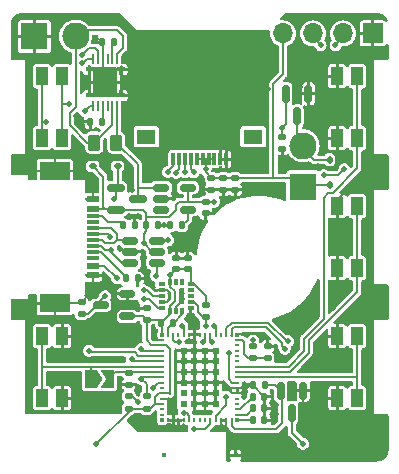
<source format=gbr>
%TF.GenerationSoftware,KiCad,Pcbnew,7.0.1*%
%TF.CreationDate,2024-08-17T13:05:23+01:00*%
%TF.ProjectId,Hardware,48617264-7761-4726-952e-6b696361645f,rev?*%
%TF.SameCoordinates,Original*%
%TF.FileFunction,Copper,L2,Bot*%
%TF.FilePolarity,Positive*%
%FSLAX46Y46*%
G04 Gerber Fmt 4.6, Leading zero omitted, Abs format (unit mm)*
G04 Created by KiCad (PCBNEW 7.0.1) date 2024-08-17 13:05:23*
%MOMM*%
%LPD*%
G01*
G04 APERTURE LIST*
G04 Aperture macros list*
%AMRoundRect*
0 Rectangle with rounded corners*
0 $1 Rounding radius*
0 $2 $3 $4 $5 $6 $7 $8 $9 X,Y pos of 4 corners*
0 Add a 4 corners polygon primitive as box body*
4,1,4,$2,$3,$4,$5,$6,$7,$8,$9,$2,$3,0*
0 Add four circle primitives for the rounded corners*
1,1,$1+$1,$2,$3*
1,1,$1+$1,$4,$5*
1,1,$1+$1,$6,$7*
1,1,$1+$1,$8,$9*
0 Add four rect primitives between the rounded corners*
20,1,$1+$1,$2,$3,$4,$5,0*
20,1,$1+$1,$4,$5,$6,$7,0*
20,1,$1+$1,$6,$7,$8,$9,0*
20,1,$1+$1,$8,$9,$2,$3,0*%
%AMFreePoly0*
4,1,6,1.000000,0.000000,0.500000,-0.750000,-0.500000,-0.750000,-0.500000,0.750000,0.500000,0.750000,1.000000,0.000000,1.000000,0.000000,$1*%
%AMFreePoly1*
4,1,6,0.500000,-0.750000,-0.650000,-0.750000,-0.150000,0.000000,-0.650000,0.750000,0.500000,0.750000,0.500000,-0.750000,0.500000,-0.750000,$1*%
G04 Aperture macros list end*
%TA.AperFunction,SMDPad,CuDef*%
%ADD10FreePoly0,0.000000*%
%TD*%
%TA.AperFunction,SMDPad,CuDef*%
%ADD11FreePoly1,0.000000*%
%TD*%
%TA.AperFunction,SMDPad,CuDef*%
%ADD12RoundRect,0.135000X0.135000X0.185000X-0.135000X0.185000X-0.135000X-0.185000X0.135000X-0.185000X0*%
%TD*%
%TA.AperFunction,SMDPad,CuDef*%
%ADD13R,1.000000X0.600000*%
%TD*%
%TA.AperFunction,SMDPad,CuDef*%
%ADD14R,1.000000X0.300000*%
%TD*%
%TA.AperFunction,SMDPad,CuDef*%
%ADD15R,2.600000X1.550000*%
%TD*%
%TA.AperFunction,SMDPad,CuDef*%
%ADD16RoundRect,0.140000X-0.140000X-0.170000X0.140000X-0.170000X0.140000X0.170000X-0.140000X0.170000X0*%
%TD*%
%TA.AperFunction,SMDPad,CuDef*%
%ADD17RoundRect,0.140000X-0.170000X0.140000X-0.170000X-0.140000X0.170000X-0.140000X0.170000X0.140000X0*%
%TD*%
%TA.AperFunction,SMDPad,CuDef*%
%ADD18RoundRect,0.135000X0.185000X-0.135000X0.185000X0.135000X-0.185000X0.135000X-0.185000X-0.135000X0*%
%TD*%
%TA.AperFunction,SMDPad,CuDef*%
%ADD19R,2.300000X2.300000*%
%TD*%
%TA.AperFunction,SMDPad,CuDef*%
%ADD20O,2.300000X2.300000*%
%TD*%
%TA.AperFunction,SMDPad,CuDef*%
%ADD21RoundRect,0.112500X0.112500X-0.187500X0.112500X0.187500X-0.112500X0.187500X-0.112500X-0.187500X0*%
%TD*%
%TA.AperFunction,SMDPad,CuDef*%
%ADD22RoundRect,0.135000X-0.135000X-0.185000X0.135000X-0.185000X0.135000X0.185000X-0.135000X0.185000X0*%
%TD*%
%TA.AperFunction,SMDPad,CuDef*%
%ADD23RoundRect,0.140000X0.170000X-0.140000X0.170000X0.140000X-0.170000X0.140000X-0.170000X-0.140000X0*%
%TD*%
%TA.AperFunction,SMDPad,CuDef*%
%ADD24R,1.000000X1.550000*%
%TD*%
%TA.AperFunction,SMDPad,CuDef*%
%ADD25RoundRect,0.150000X-0.512500X-0.150000X0.512500X-0.150000X0.512500X0.150000X-0.512500X0.150000X0*%
%TD*%
%TA.AperFunction,SMDPad,CuDef*%
%ADD26RoundRect,0.250000X-0.262500X-0.450000X0.262500X-0.450000X0.262500X0.450000X-0.262500X0.450000X0*%
%TD*%
%TA.AperFunction,SMDPad,CuDef*%
%ADD27R,0.300000X1.000000*%
%TD*%
%TA.AperFunction,SMDPad,CuDef*%
%ADD28R,1.650000X1.300000*%
%TD*%
%TA.AperFunction,SMDPad,CuDef*%
%ADD29RoundRect,0.135000X-0.185000X0.135000X-0.185000X-0.135000X0.185000X-0.135000X0.185000X0.135000X0*%
%TD*%
%TA.AperFunction,SMDPad,CuDef*%
%ADD30RoundRect,0.087500X0.187500X0.087500X-0.187500X0.087500X-0.187500X-0.087500X0.187500X-0.087500X0*%
%TD*%
%TA.AperFunction,SMDPad,CuDef*%
%ADD31RoundRect,0.087500X0.087500X0.187500X-0.087500X0.187500X-0.087500X-0.187500X0.087500X-0.187500X0*%
%TD*%
%TA.AperFunction,SMDPad,CuDef*%
%ADD32RoundRect,0.150000X-0.150000X0.587500X-0.150000X-0.587500X0.150000X-0.587500X0.150000X0.587500X0*%
%TD*%
%TA.AperFunction,SMDPad,CuDef*%
%ADD33R,0.300000X0.300000*%
%TD*%
%TA.AperFunction,SMDPad,CuDef*%
%ADD34R,0.350000X0.250000*%
%TD*%
%TA.AperFunction,SMDPad,CuDef*%
%ADD35R,0.250000X0.350000*%
%TD*%
%TA.AperFunction,SMDPad,CuDef*%
%ADD36R,0.600000X0.600000*%
%TD*%
%TA.AperFunction,SMDPad,CuDef*%
%ADD37R,0.430000X0.430000*%
%TD*%
%TA.AperFunction,SMDPad,CuDef*%
%ADD38RoundRect,0.140000X0.140000X0.170000X-0.140000X0.170000X-0.140000X-0.170000X0.140000X-0.170000X0*%
%TD*%
%TA.AperFunction,SMDPad,CuDef*%
%ADD39R,1.700000X1.700000*%
%TD*%
%TA.AperFunction,SMDPad,CuDef*%
%ADD40O,1.700000X1.700000*%
%TD*%
%TA.AperFunction,SMDPad,CuDef*%
%ADD41R,0.200000X0.200000*%
%TD*%
%TA.AperFunction,SMDPad,CuDef*%
%ADD42O,0.200000X0.850000*%
%TD*%
%TA.AperFunction,SMDPad,CuDef*%
%ADD43R,0.575000X0.400000*%
%TD*%
%TA.AperFunction,SMDPad,CuDef*%
%ADD44R,0.675000X0.400000*%
%TD*%
%TA.AperFunction,ComponentPad*%
%ADD45C,0.600000*%
%TD*%
%TA.AperFunction,SMDPad,CuDef*%
%ADD46R,0.975000X1.300000*%
%TD*%
%TA.AperFunction,SMDPad,CuDef*%
%ADD47R,1.950000X2.600000*%
%TD*%
%TA.AperFunction,SMDPad,CuDef*%
%ADD48RoundRect,0.112500X0.187500X0.112500X-0.187500X0.112500X-0.187500X-0.112500X0.187500X-0.112500X0*%
%TD*%
%TA.AperFunction,SMDPad,CuDef*%
%ADD49RoundRect,0.150000X-0.587500X-0.150000X0.587500X-0.150000X0.587500X0.150000X-0.587500X0.150000X0*%
%TD*%
%TA.AperFunction,SMDPad,CuDef*%
%ADD50RoundRect,0.150000X0.512500X0.150000X-0.512500X0.150000X-0.512500X-0.150000X0.512500X-0.150000X0*%
%TD*%
%TA.AperFunction,ViaPad*%
%ADD51C,0.500000*%
%TD*%
%TA.AperFunction,Conductor*%
%ADD52C,0.200000*%
%TD*%
G04 APERTURE END LIST*
D10*
%TO.P,JP1,1,A*%
%TO.N,/~{SW_RESET}*%
X104025000Y-99000000D03*
D11*
%TO.P,JP1,2,B*%
%TO.N,Net-(JP1-B)*%
X105475000Y-99000000D03*
%TD*%
D12*
%TO.P,R10,1*%
%TO.N,GND*%
X109760000Y-86000000D03*
%TO.P,R10,2*%
%TO.N,VBUS*%
X108740000Y-86000000D03*
%TD*%
D13*
%TO.P,J1,A1,GND*%
%TO.N,GND*%
X104220000Y-90210000D03*
%TO.P,J1,A4,VBUS*%
%TO.N,VBUS*%
X104220000Y-89410000D03*
D14*
%TO.P,J1,A5,CC1*%
%TO.N,Net-(J1-CC1)*%
X104220000Y-88250000D03*
%TO.P,J1,A6,D+*%
%TO.N,Net-(J1-D+-PadA6)*%
X104220000Y-87250000D03*
%TO.P,J1,A7,D-*%
%TO.N,Net-(J1-D--PadA7)*%
X104220000Y-86750000D03*
%TO.P,J1,A8,SBU1*%
%TO.N,unconnected-(J1-SBU1-PadA8)*%
X104220000Y-85750000D03*
D13*
%TO.P,J1,A9,VBUS*%
%TO.N,VBUS*%
X104220000Y-84590000D03*
%TO.P,J1,A12,GND*%
%TO.N,GND*%
X104220000Y-83790000D03*
%TO.P,J1,B1,GND*%
X104220000Y-83790000D03*
%TO.P,J1,B4,VBUS*%
%TO.N,VBUS*%
X104220000Y-84590000D03*
D14*
%TO.P,J1,B5,CC2*%
%TO.N,Net-(J1-CC2)*%
X104220000Y-85250000D03*
%TO.P,J1,B6,D+*%
%TO.N,Net-(J1-D+-PadA6)*%
X104220000Y-86250000D03*
%TO.P,J1,B7,D-*%
%TO.N,Net-(J1-D--PadA7)*%
X104220000Y-87750000D03*
%TO.P,J1,B8,SBU2*%
%TO.N,unconnected-(J1-SBU2-PadB8)*%
X104220000Y-88750000D03*
D13*
%TO.P,J1,B9,VBUS*%
%TO.N,VBUS*%
X104220000Y-89410000D03*
%TO.P,J1,B12,GND*%
%TO.N,GND*%
X104220000Y-90210000D03*
D15*
%TO.P,J1,S1,SHIELD*%
X101000000Y-92600000D03*
X101000000Y-81400000D03*
%TD*%
D16*
%TO.P,C4,1*%
%TO.N,Net-(U2-PB10)*%
X117770000Y-102500000D03*
%TO.P,C4,2*%
%TO.N,GND*%
X118730000Y-102500000D03*
%TD*%
D17*
%TO.P,C7,1*%
%TO.N,+3V3*%
X114250000Y-82020000D03*
%TO.P,C7,2*%
%TO.N,GND*%
X114250000Y-82980000D03*
%TD*%
D18*
%TO.P,R7,1*%
%TO.N,+3V3*%
X108750000Y-101510000D03*
%TO.P,R7,2*%
%TO.N,/FG_SDA*%
X108750000Y-100490000D03*
%TD*%
D19*
%TO.P,J3,1,Pin_1*%
%TO.N,GND*%
X99250000Y-70000000D03*
D20*
%TO.P,J3,2,Pin_2*%
%TO.N,Net-(#FLG03-pwr)*%
X102750000Y-70000000D03*
%TD*%
D21*
%TO.P,D4,1,K*%
%TO.N,+3V3*%
X124250000Y-82550000D03*
%TO.P,D4,2,A*%
%TO.N,Net-(D4-A)*%
X124250000Y-80450000D03*
%TD*%
D22*
%TO.P,R13,1*%
%TO.N,+3V3*%
X109990000Y-94250000D03*
%TO.P,R13,2*%
%TO.N,/IMU_SDA*%
X111010000Y-94250000D03*
%TD*%
D23*
%TO.P,C11,1*%
%TO.N,+3V3*%
X111250000Y-89730000D03*
%TO.P,C11,2*%
%TO.N,GND*%
X111250000Y-88770000D03*
%TD*%
D19*
%TO.P,J5,1,Pin_1*%
%TO.N,+3V3*%
X122000000Y-82750000D03*
D20*
%TO.P,J5,2,Pin_2*%
%TO.N,Net-(D4-A)*%
X122000000Y-79250000D03*
%TD*%
D24*
%TO.P,SW2,1,1*%
%TO.N,/~{SW_RESET}*%
X99900000Y-95375000D03*
X99900000Y-100625000D03*
%TO.P,SW2,2,2*%
%TO.N,GND*%
X101600000Y-95375000D03*
X101600000Y-100625000D03*
%TD*%
D23*
%TO.P,C12,1*%
%TO.N,+3V3*%
X112250000Y-89730000D03*
%TO.P,C12,2*%
%TO.N,GND*%
X112250000Y-88770000D03*
%TD*%
D24*
%TO.P,SW4,1,1*%
%TO.N,/~{SW_MENU}*%
X126600000Y-89625000D03*
X126600000Y-84375000D03*
%TO.P,SW4,2,2*%
%TO.N,GND*%
X124900000Y-89625000D03*
X124900000Y-84375000D03*
%TD*%
D25*
%TO.P,U1,1,I/O1*%
%TO.N,Net-(J1-D--PadA7)*%
X107362500Y-89200000D03*
%TO.P,U1,2,GND*%
%TO.N,GND*%
X107362500Y-88250000D03*
%TO.P,U1,3,I/O2*%
%TO.N,Net-(J1-D+-PadA6)*%
X107362500Y-87300000D03*
%TO.P,U1,4,I/O2*%
%TO.N,/USB_DP*%
X109637500Y-87300000D03*
%TO.P,U1,5,VBUS*%
%TO.N,VBUS*%
X109637500Y-88250000D03*
%TO.P,U1,6,I/O1*%
%TO.N,/USB_DN*%
X109637500Y-89200000D03*
%TD*%
D17*
%TO.P,C9,1*%
%TO.N,+3V3*%
X116250000Y-82020000D03*
%TO.P,C9,2*%
%TO.N,GND*%
X116250000Y-82980000D03*
%TD*%
D26*
%TO.P,R3,1*%
%TO.N,Net-(#FLG03-pwr)*%
X104337500Y-79000000D03*
%TO.P,R3,2*%
%TO.N,+BATT*%
X106162500Y-79000000D03*
%TD*%
D25*
%TO.P,U4,1,~{CHRG}*%
%TO.N,unconnected-(U4-~{CHRG}-Pad1)*%
X109975000Y-84700000D03*
%TO.P,U4,2,GND*%
%TO.N,GND*%
X109975000Y-83750000D03*
%TO.P,U4,3,BAT*%
%TO.N,+BATT*%
X109975000Y-82800000D03*
%TO.P,U4,4,VCC*%
%TO.N,VBUS*%
X112250000Y-82800000D03*
%TO.P,U4,5,PROG*%
%TO.N,Net-(U4-PROG)*%
X112250000Y-84700000D03*
%TD*%
D27*
%TO.P,J4,1,Pin_1*%
%TO.N,/LCD_SCLK*%
X111000000Y-80400000D03*
%TO.P,J4,2,Pin_2*%
%TO.N,/LCD_SDI*%
X111500000Y-80400000D03*
%TO.P,J4,3,Pin_3*%
%TO.N,/LCD_CS*%
X112000000Y-80400000D03*
%TO.P,J4,4,Pin_4*%
%TO.N,/LCD_REFRESH*%
X112500000Y-80400000D03*
%TO.P,J4,5,Pin_5*%
%TO.N,+3V3*%
X113000000Y-80400000D03*
%TO.P,J4,6,Pin_6*%
X113500000Y-80400000D03*
%TO.P,J4,7,Pin_7*%
X114000000Y-80400000D03*
%TO.P,J4,8,Pin_8*%
X114500000Y-80400000D03*
%TO.P,J4,9,Pin_9*%
%TO.N,GND*%
X115000000Y-80400000D03*
%TO.P,J4,10,Pin_10*%
X115500000Y-80400000D03*
D28*
%TO.P,J4,MP*%
%TO.N,N/C*%
X108725000Y-78500000D03*
X117775000Y-78500000D03*
%TD*%
D18*
%TO.P,R8,1*%
%TO.N,+3V3*%
X107250000Y-101510000D03*
%TO.P,R8,2*%
%TO.N,/FG_SCL*%
X107250000Y-100490000D03*
%TD*%
D12*
%TO.P,R6,1*%
%TO.N,Net-(U3-BIN)*%
X105010000Y-77250000D03*
%TO.P,R6,2*%
%TO.N,GND*%
X103990000Y-77250000D03*
%TD*%
D29*
%TO.P,R4,1*%
%TO.N,VBUS*%
X117750000Y-96240000D03*
%TO.P,R4,2*%
%TO.N,Net-(#FLG04-pwr)*%
X117750000Y-97260000D03*
%TD*%
D30*
%TO.P,U5,1,VDD_IO*%
%TO.N,+3V3*%
X112475000Y-91000000D03*
%TO.P,U5,2,NC*%
%TO.N,unconnected-(U5-NC-Pad2)*%
X112475000Y-91500000D03*
%TO.P,U5,3,NC*%
%TO.N,unconnected-(U5-NC-Pad3)*%
X112475000Y-92000000D03*
%TO.P,U5,4,SCL/SPC*%
%TO.N,/IMU_SCL*%
X112475000Y-92500000D03*
%TO.P,U5,5,GND*%
%TO.N,GND*%
X112475000Y-93000000D03*
D31*
%TO.P,U5,6,SDA/SDI/SDO*%
%TO.N,/IMU_SDA*%
X111750000Y-93225000D03*
%TO.P,U5,7,SDO/SA0*%
%TO.N,GND*%
X111250000Y-93225000D03*
%TO.P,U5,8,CS*%
%TO.N,+3V3*%
X110750000Y-93225000D03*
D30*
%TO.P,U5,9,INT2*%
%TO.N,/IMU_INT2*%
X110025000Y-93000000D03*
%TO.P,U5,10,GND*%
%TO.N,GND*%
X110025000Y-92500000D03*
%TO.P,U5,11,INT1*%
%TO.N,/IMU_INT1*%
X110025000Y-92000000D03*
%TO.P,U5,12,GND*%
%TO.N,GND*%
X110025000Y-91500000D03*
%TO.P,U5,13,ADC3*%
%TO.N,unconnected-(U5-ADC3-Pad13)*%
X110025000Y-91000000D03*
D31*
%TO.P,U5,14,VDD*%
%TO.N,+3V3*%
X110750000Y-90775000D03*
%TO.P,U5,15,ADC2*%
%TO.N,unconnected-(U5-ADC2-Pad15)*%
X111250000Y-90775000D03*
%TO.P,U5,16,ADC1*%
%TO.N,unconnected-(U5-ADC1-Pad16)*%
X111750000Y-90775000D03*
%TD*%
D32*
%TO.P,Q3,1,G*%
%TO.N,/AUX_EN*%
X120550000Y-74875000D03*
%TO.P,Q3,2,S*%
%TO.N,GND*%
X122450000Y-74875000D03*
%TO.P,Q3,3,D*%
%TO.N,Net-(D4-A)*%
X121500000Y-76750000D03*
%TD*%
D33*
%TO.P,U2,1,PA2*%
%TO.N,unconnected-(U2-PA2-Pad1)*%
X110070000Y-102500000D03*
D34*
%TO.P,U2,2,PA1*%
%TO.N,unconnected-(U2-PA1-Pad2)*%
X110070000Y-102020000D03*
%TO.P,U2,3,PA0*%
%TO.N,unconnected-(U2-PA0-Pad3)*%
X110070000Y-101570000D03*
%TO.P,U2,4,VREF+*%
%TO.N,+3V3*%
X110070000Y-101120000D03*
%TO.P,U2,5,VSS*%
%TO.N,GND*%
X110070000Y-100670000D03*
%TO.P,U2,6,VDDA*%
%TO.N,+3V3*%
X110070000Y-100220000D03*
%TO.P,U2,7,PC3*%
%TO.N,unconnected-(U2-PC3-Pad7)*%
X110070000Y-99770000D03*
%TO.P,U2,8,PC2*%
%TO.N,/FG_INT*%
X110070000Y-99320000D03*
%TO.P,U2,9,PC1*%
%TO.N,/FG_SDA*%
X110070000Y-98870000D03*
%TO.P,U2,10,NRST*%
%TO.N,Net-(JP1-B)*%
X110070000Y-98420000D03*
%TO.P,U2,11,PB9*%
%TO.N,/~{SW_RESET}*%
X110070000Y-97970000D03*
%TO.P,U2,12,PC0*%
%TO.N,/IMU_INT2*%
X110070000Y-97520000D03*
%TO.P,U2,13,PH3-BOOT0*%
%TO.N,/SW_LIGHT*%
X110070000Y-97070000D03*
%TO.P,U2,14,PB8*%
%TO.N,/IMU_INT1*%
X110070000Y-96620000D03*
%TO.P,U2,15,VBAT*%
%TO.N,+3V3*%
X110070000Y-96170000D03*
%TO.P,U2,16,VSS*%
%TO.N,GND*%
X110070000Y-95720000D03*
D33*
%TO.P,U2,17,VDDA*%
%TO.N,+3V3*%
X110070000Y-95250000D03*
D35*
%TO.P,U2,18,PB7*%
%TO.N,/IMU_SDA*%
X110550000Y-95250000D03*
%TO.P,U2,19,PB5*%
%TO.N,/LCD_SDI*%
X111000000Y-95250000D03*
%TO.P,U2,20,PB4*%
%TO.N,unconnected-(U2-PB4-Pad20)*%
X111450000Y-95250000D03*
%TO.P,U2,21,PB3*%
%TO.N,/LCD_SCLK*%
X111900000Y-95250000D03*
%TO.P,U2,22,PC10*%
%TO.N,GND*%
X112350000Y-95250000D03*
%TO.P,U2,23,PC11*%
X112800000Y-95250000D03*
%TO.P,U2,24,PC12*%
X113250000Y-95250000D03*
%TO.P,U2,25,PA13*%
%TO.N,/SWDIO*%
X113700000Y-95250000D03*
%TO.P,U2,26,PA14*%
%TO.N,/SWDCLK*%
X114150000Y-95250000D03*
%TO.P,U2,27,PA15*%
%TO.N,/LCD_CS*%
X114600000Y-95250000D03*
%TO.P,U2,28,PA10*%
%TO.N,unconnected-(U2-PA10-Pad28)*%
X115050000Y-95250000D03*
%TO.P,U2,29,PA12*%
%TO.N,/USB_DP*%
X115500000Y-95250000D03*
%TO.P,U2,30,PA11*%
%TO.N,/USB_DN*%
X115950000Y-95250000D03*
D33*
%TO.P,U2,31,VSS*%
%TO.N,GND*%
X116420000Y-95250000D03*
D34*
%TO.P,U2,32,VDDUSB*%
%TO.N,Net-(#FLG04-pwr)*%
X116420000Y-95720000D03*
%TO.P,U2,33,PD0*%
%TO.N,unconnected-(U2-PD0-Pad33)*%
X116420000Y-96170000D03*
%TO.P,U2,34,PD1*%
%TO.N,unconnected-(U2-PD1-Pad34)*%
X116420000Y-96620000D03*
%TO.P,U2,35,PB13*%
%TO.N,unconnected-(U2-PB13-Pad35)*%
X116420000Y-97070000D03*
%TO.P,U2,36,PC6*%
%TO.N,unconnected-(U2-PC6-Pad36)*%
X116420000Y-97520000D03*
%TO.P,U2,37,PB14*%
%TO.N,/~{SW_UP}*%
X116420000Y-97970000D03*
%TO.P,U2,38,PB15*%
%TO.N,/~{SW_MENU}*%
X116420000Y-98420000D03*
%TO.P,U2,39,PB6*%
%TO.N,/~{SW_DOWN}*%
X116420000Y-98870000D03*
%TO.P,U2,40,PC13*%
%TO.N,/LCD_REFRESH*%
X116420000Y-99320000D03*
%TO.P,U2,41,PB12*%
%TO.N,GND*%
X116420000Y-99770000D03*
%TO.P,U2,42,PE4*%
X116420000Y-100220000D03*
%TO.P,U2,43,PB0*%
%TO.N,unconnected-(U2-PB0-Pad43)*%
X116420000Y-100670000D03*
%TO.P,U2,44,PB1*%
%TO.N,unconnected-(U2-PB1-Pad44)*%
X116420000Y-101120000D03*
%TO.P,U2,45,PC5*%
%TO.N,Net-(U2-PC5)*%
X116420000Y-101570000D03*
%TO.P,U2,46,PB11*%
%TO.N,Net-(U2-PB11)*%
X116420000Y-102020000D03*
D33*
%TO.P,U2,47,PB10*%
%TO.N,Net-(U2-PB10)*%
X116420000Y-102500000D03*
D35*
%TO.P,U2,48,PB2*%
%TO.N,/LIGHT_EN*%
X115950000Y-102500000D03*
%TO.P,U2,49,PC4*%
%TO.N,GND*%
X115500000Y-102500000D03*
%TO.P,U2,50,PA8*%
X115050000Y-102500000D03*
%TO.P,U2,51,PA9*%
%TO.N,/IMU_SCL*%
X114600000Y-102500000D03*
%TO.P,U2,52,PA7*%
%TO.N,/FG_SCL*%
X114150000Y-102500000D03*
%TO.P,U2,53,PA6*%
%TO.N,unconnected-(U2-PA6-Pad53)*%
X113700000Y-102500000D03*
%TO.P,U2,54,PA5*%
%TO.N,unconnected-(U2-PA5-Pad54)*%
X113250000Y-102500000D03*
%TO.P,U2,55,PA4*%
%TO.N,unconnected-(U2-PA4-Pad55)*%
X112800000Y-102500000D03*
%TO.P,U2,56,PA3*%
%TO.N,/AUX_EN*%
X112350000Y-102500000D03*
%TO.P,U2,57,VSS*%
%TO.N,GND*%
X111900000Y-102500000D03*
%TO.P,U2,58,ANT_IN*%
X111450000Y-102500000D03*
%TO.P,U2,59,RF_OUT*%
X111000000Y-102500000D03*
%TO.P,U2,60,VSS*%
X110550000Y-102500000D03*
D36*
%TO.P,U2,61,PH0*%
%TO.N,unconnected-(U2-PH0-Pad61)*%
X111900000Y-101120000D03*
%TO.P,U2,62,PH1*%
%TO.N,unconnected-(U2-PH1-Pad62)*%
X111900000Y-100220000D03*
%TO.P,U2,63,PD14*%
%TO.N,GND*%
X111900000Y-99320000D03*
%TO.P,U2,64,PE1*%
X111900000Y-98420000D03*
%TO.P,U2,65,PD13*%
X111900000Y-97520000D03*
%TO.P,U2,66,PD12*%
X111900000Y-96620000D03*
%TO.P,U2,67,PD7*%
X112800000Y-96620000D03*
%TO.P,U2,68,PD2*%
X113700000Y-96620000D03*
%TO.P,U2,69,PC9*%
X114600000Y-96620000D03*
%TO.P,U2,70,PD3*%
X114600000Y-97520000D03*
%TO.P,U2,71,PC7*%
X114600000Y-98420000D03*
%TO.P,U2,72,PE3*%
X114600000Y-99320000D03*
%TO.P,U2,73,PD4*%
X114600000Y-100220000D03*
%TO.P,U2,74,PD9*%
X114600000Y-101120000D03*
%TO.P,U2,75,PD8*%
X113700000Y-101120000D03*
%TO.P,U2,76,PD15*%
X112800000Y-101120000D03*
%TO.P,U2,77,PD10*%
X112800000Y-100220000D03*
%TO.P,U2,78,PE2*%
X112800000Y-99320000D03*
%TO.P,U2,79,PE0*%
X112800000Y-98420000D03*
%TO.P,U2,80,PD5*%
X112800000Y-97520000D03*
%TO.P,U2,81,PD6*%
X113700000Y-97520000D03*
%TO.P,U2,82,PD11*%
X113700000Y-98420000D03*
%TO.P,U2,83,PC8*%
X113700000Y-99320000D03*
%TO.P,U2,84,VSS*%
X113700000Y-100220000D03*
D37*
%TO.P,U2,85,ANT_NC*%
%TO.N,unconnected-(U2-ANT_NC-Pad85)*%
X110200000Y-105450000D03*
%TO.P,U2,86,VSS*%
%TO.N,GND*%
X116300000Y-105450000D03*
%TD*%
D12*
%TO.P,R12,1*%
%TO.N,/LIGHT_EN*%
X118760000Y-99500000D03*
%TO.P,R12,2*%
%TO.N,GND*%
X117740000Y-99500000D03*
%TD*%
D17*
%TO.P,C10,1*%
%TO.N,GND*%
X103250000Y-92520000D03*
%TO.P,C10,2*%
%TO.N,Net-(#FLG06-pwr)*%
X103250000Y-93480000D03*
%TD*%
D29*
%TO.P,R15,1*%
%TO.N,/AUX_EN*%
X120250000Y-78490000D03*
%TO.P,R15,2*%
%TO.N,GND*%
X120250000Y-79510000D03*
%TD*%
D23*
%TO.P,C13,1*%
%TO.N,+3V3*%
X108750000Y-93980000D03*
%TO.P,C13,2*%
%TO.N,GND*%
X108750000Y-93020000D03*
%TD*%
D24*
%TO.P,SW3,1,1*%
%TO.N,/~{SW_UP}*%
X126600000Y-78625000D03*
X126600000Y-73375000D03*
%TO.P,SW3,2,2*%
%TO.N,GND*%
X124900000Y-78625000D03*
X124900000Y-73375000D03*
%TD*%
D32*
%TO.P,Q2,1,G*%
%TO.N,/LIGHT_EN*%
X120100000Y-100000000D03*
%TO.P,Q2,2,S*%
%TO.N,GND*%
X122000000Y-100000000D03*
%TO.P,Q2,3,D*%
%TO.N,Net-(J7-Pin_1)*%
X121050000Y-101875000D03*
%TD*%
D29*
%TO.P,R5,1*%
%TO.N,GND*%
X119000000Y-96240000D03*
%TO.P,R5,2*%
%TO.N,Net-(#FLG04-pwr)*%
X119000000Y-97260000D03*
%TD*%
D17*
%TO.P,C8,1*%
%TO.N,+3V3*%
X115250000Y-82020000D03*
%TO.P,C8,2*%
%TO.N,GND*%
X115250000Y-82980000D03*
%TD*%
D38*
%TO.P,C5,1*%
%TO.N,Net-(U3-V_{DD})*%
X105980000Y-70500000D03*
%TO.P,C5,2*%
%TO.N,GND*%
X105020000Y-70500000D03*
%TD*%
D22*
%TO.P,R1,1*%
%TO.N,Net-(J1-CC2)*%
X106740000Y-86000000D03*
%TO.P,R1,2*%
%TO.N,GND*%
X107760000Y-86000000D03*
%TD*%
D17*
%TO.P,C6,1*%
%TO.N,VBUS*%
X113750000Y-84020000D03*
%TO.P,C6,2*%
%TO.N,GND*%
X113750000Y-84980000D03*
%TD*%
D39*
%TO.P,J2,1,Pin_1*%
%TO.N,GND*%
X127920000Y-69750000D03*
D40*
%TO.P,J2,2,Pin_2*%
%TO.N,/SWDCLK*%
X125380000Y-69750000D03*
%TO.P,J2,3,Pin_3*%
%TO.N,/SWDIO*%
X122840000Y-69750000D03*
%TO.P,J2,4,Pin_4*%
%TO.N,+3V3*%
X120300000Y-69750000D03*
%TD*%
D16*
%TO.P,C3,1*%
%TO.N,Net-(U2-PB11)*%
X117770000Y-101500000D03*
%TO.P,C3,2*%
%TO.N,GND*%
X118730000Y-101500000D03*
%TD*%
D41*
%TO.P,U3,1,SDA*%
%TO.N,/FG_SDA*%
X104250000Y-71600000D03*
D42*
X104250000Y-71925000D03*
D41*
%TO.P,U3,2,SCL*%
%TO.N,/FG_SCL*%
X104650000Y-71600000D03*
D42*
X104650000Y-71925000D03*
D41*
%TO.P,U3,3,V_{SS}*%
%TO.N,GND*%
X105050000Y-71600000D03*
D42*
X105050000Y-71925000D03*
D41*
%TO.P,U3,4,NC*%
%TO.N,unconnected-(U3-NC-Pad4)*%
X105450000Y-71600000D03*
D42*
X105450000Y-71925000D03*
D41*
%TO.P,U3,5,V_{DD}*%
%TO.N,Net-(U3-V_{DD})*%
X105850000Y-71600000D03*
D42*
X105850000Y-71925000D03*
D41*
%TO.P,U3,6,BAT*%
%TO.N,Net-(#FLG03-pwr)*%
X106250000Y-71600000D03*
D42*
X106250000Y-71925000D03*
%TO.P,U3,7,SRN*%
%TO.N,+BATT*%
X106250000Y-75875000D03*
D41*
X106250000Y-76200000D03*
D42*
%TO.P,U3,8,SRP*%
%TO.N,Net-(#FLG03-pwr)*%
X105850000Y-75875000D03*
D41*
X105850000Y-76200000D03*
D42*
%TO.P,U3,9,NC*%
%TO.N,unconnected-(U3-NC-Pad9)*%
X105450000Y-75875000D03*
D41*
X105450000Y-76200000D03*
D42*
%TO.P,U3,10,BIN*%
%TO.N,Net-(U3-BIN)*%
X105050000Y-75875000D03*
D41*
X105050000Y-76200000D03*
D42*
%TO.P,U3,11,NC*%
%TO.N,unconnected-(U3-NC-Pad11)*%
X104650000Y-75875000D03*
D41*
X104650000Y-76200000D03*
D42*
%TO.P,U3,12,GPOUT*%
%TO.N,/FG_INT*%
X104250000Y-75875000D03*
D41*
X104250000Y-76200000D03*
D43*
%TO.P,U3,13,PAD*%
%TO.N,GND*%
X106615000Y-72800000D03*
D44*
X106562500Y-72800000D03*
X103937500Y-72800000D03*
D43*
X103885000Y-72800000D03*
D45*
X105750000Y-73000000D03*
X104750000Y-73000000D03*
D46*
X105737500Y-73250000D03*
X104762500Y-73250000D03*
D45*
X105750000Y-73900000D03*
D47*
X105250000Y-73900000D03*
D45*
X104750000Y-73900000D03*
D46*
X105737500Y-74550000D03*
X104762500Y-74550000D03*
D45*
X105750000Y-74800000D03*
X104750000Y-74800000D03*
D43*
X106615000Y-75000000D03*
D44*
X106562500Y-75000000D03*
X103937500Y-75000000D03*
D43*
X103885000Y-75000000D03*
%TD*%
D48*
%TO.P,D1,1,K*%
%TO.N,Net-(#FLG06-pwr)*%
X106300000Y-81000000D03*
%TO.P,D1,2,A*%
%TO.N,VBUS*%
X104200000Y-81000000D03*
%TD*%
D49*
%TO.P,Q1,1,G*%
%TO.N,VBUS*%
X106125000Y-84700000D03*
%TO.P,Q1,2,S*%
%TO.N,Net-(#FLG06-pwr)*%
X106125000Y-82800000D03*
%TO.P,Q1,3,D*%
%TO.N,+BATT*%
X108000000Y-83750000D03*
%TD*%
D22*
%TO.P,R9,1*%
%TO.N,GND*%
X110740000Y-86000000D03*
%TO.P,R9,2*%
%TO.N,Net-(U4-PROG)*%
X111760000Y-86000000D03*
%TD*%
D24*
%TO.P,SW1,1,1*%
%TO.N,/SW_LIGHT*%
X99900000Y-73375000D03*
X99900000Y-78625000D03*
%TO.P,SW1,2,2*%
%TO.N,+3V3*%
X101600000Y-73375000D03*
X101600000Y-78625000D03*
%TD*%
D50*
%TO.P,U6,1,GND*%
%TO.N,GND*%
X107137500Y-91800000D03*
%TO.P,U6,2,VO*%
%TO.N,+3V3*%
X107137500Y-93700000D03*
%TO.P,U6,3,VI*%
%TO.N,Net-(#FLG06-pwr)*%
X104862500Y-92750000D03*
%TD*%
D16*
%TO.P,C2,1*%
%TO.N,Net-(U2-PC5)*%
X117770000Y-100500000D03*
%TO.P,C2,2*%
%TO.N,GND*%
X118730000Y-100500000D03*
%TD*%
D24*
%TO.P,SW5,1,1*%
%TO.N,/~{SW_DOWN}*%
X126600000Y-100625000D03*
X126600000Y-95375000D03*
%TO.P,SW5,2,2*%
%TO.N,GND*%
X124900000Y-100625000D03*
X124900000Y-95375000D03*
%TD*%
D22*
%TO.P,R2,1*%
%TO.N,Net-(J1-CC1)*%
X106990000Y-90500000D03*
%TO.P,R2,2*%
%TO.N,GND*%
X108010000Y-90500000D03*
%TD*%
D17*
%TO.P,C1,1*%
%TO.N,Net-(JP1-B)*%
X107250000Y-98520000D03*
%TO.P,C1,2*%
%TO.N,GND*%
X107250000Y-99480000D03*
%TD*%
D29*
%TO.P,R14,1*%
%TO.N,+3V3*%
X113750000Y-92740000D03*
%TO.P,R14,2*%
%TO.N,/IMU_SCL*%
X113750000Y-93760000D03*
%TD*%
D51*
%TO.N,+3V3*%
X113750000Y-81250000D03*
X104500000Y-104500000D03*
X110775000Y-90205000D03*
X102200500Y-75750000D03*
%TO.N,GND*%
X110250000Y-86000000D03*
X107250000Y-85250000D03*
X124500000Y-93000000D03*
X127549502Y-100000000D03*
X108500000Y-77000000D03*
X121000000Y-73500000D03*
X123750000Y-100000000D03*
X110250000Y-73750000D03*
X108500000Y-74500000D03*
X100250000Y-94000000D03*
X112750000Y-77000000D03*
X117250000Y-104750000D03*
X116500000Y-77250000D03*
X114250000Y-77500000D03*
X121500000Y-95500000D03*
X107750000Y-76000000D03*
X103000000Y-80750000D03*
X119000000Y-74500000D03*
X110750000Y-71500000D03*
X110750000Y-74750000D03*
X100750000Y-96750000D03*
X119500000Y-104750000D03*
X121250000Y-96500000D03*
X102500000Y-99000000D03*
X127500000Y-80250000D03*
X125750000Y-83000000D03*
X125750000Y-98000000D03*
X100750000Y-71750000D03*
X115500000Y-99750000D03*
X121000000Y-104750000D03*
X113500000Y-83250000D03*
X109000000Y-73250000D03*
X109250000Y-71750000D03*
X126500000Y-94000000D03*
X125750000Y-88250000D03*
X125500000Y-104000000D03*
X107250000Y-81000000D03*
X118000000Y-104750000D03*
X107250000Y-69250000D03*
X113250000Y-70500000D03*
X119500000Y-104000000D03*
X127750000Y-101250000D03*
X104500000Y-70250000D03*
X126000000Y-93250000D03*
X116250000Y-104000000D03*
X126000000Y-77250000D03*
X108500000Y-70250000D03*
X125750000Y-75750000D03*
X127500000Y-94000000D03*
X120250000Y-80750000D03*
X118750000Y-104000000D03*
X105750000Y-91000000D03*
X113250000Y-74000000D03*
X121500000Y-68250000D03*
X108750000Y-82000000D03*
X117750000Y-72500000D03*
X107000000Y-73500000D03*
X111500000Y-78750000D03*
X105250000Y-81000000D03*
X127250000Y-81750000D03*
X125857000Y-72136000D03*
X123000000Y-97000000D03*
X102799500Y-76763556D03*
X115250000Y-70250000D03*
X110250000Y-79500000D03*
X125250000Y-94000000D03*
X117250000Y-95250000D03*
X105500000Y-100750000D03*
X108500000Y-88750000D03*
X128250000Y-81000000D03*
X106500000Y-88000000D03*
X99000000Y-81500000D03*
X127000000Y-83000000D03*
X126750000Y-102500000D03*
X101000000Y-98750000D03*
X116000000Y-79250000D03*
X103500000Y-101250000D03*
X115000000Y-78250000D03*
X107000000Y-74250000D03*
X123250000Y-102500000D03*
X118500000Y-80000000D03*
X121750000Y-74250000D03*
X108000000Y-73750000D03*
X103500000Y-73500000D03*
X121000000Y-105500000D03*
X122000000Y-73250000D03*
X116250000Y-74500000D03*
X125750000Y-80000000D03*
X128250000Y-82250000D03*
X113299500Y-86000000D03*
X114750000Y-74250000D03*
X109250000Y-81500000D03*
X113750000Y-79000000D03*
X105500000Y-95000000D03*
X122000000Y-102250000D03*
X107500000Y-75000000D03*
X121750000Y-103250000D03*
X109750000Y-77000000D03*
X103000000Y-81750000D03*
X123250000Y-101250000D03*
X127381000Y-72136000D03*
X107250000Y-79000000D03*
X115750000Y-75500000D03*
X126000000Y-68250000D03*
X109500000Y-75750000D03*
X109750000Y-74750000D03*
X108500000Y-89500000D03*
X117000000Y-70500000D03*
X112500000Y-78250000D03*
X115750000Y-71750000D03*
X119500000Y-105500000D03*
X109250000Y-102750000D03*
X106500000Y-92750000D03*
X128000000Y-92000000D03*
X117250000Y-105500000D03*
X103000000Y-100750000D03*
X110000000Y-70250000D03*
X97750000Y-80750000D03*
X121285000Y-71501000D03*
X102750000Y-96500000D03*
X110000000Y-72500000D03*
X120250000Y-104000000D03*
X113250000Y-75500000D03*
X119250000Y-73000000D03*
X123250000Y-73000000D03*
X123000000Y-99500000D03*
X125250000Y-97000000D03*
X126750000Y-104000000D03*
X118000000Y-105500000D03*
X121500000Y-81000000D03*
X107500000Y-83000000D03*
X121000000Y-99500000D03*
X121000000Y-100500000D03*
X117750000Y-74000000D03*
X111500000Y-70000000D03*
X124500000Y-98000000D03*
X117500000Y-75500000D03*
X118500000Y-70250000D03*
X123500000Y-74000000D03*
X112000000Y-74250000D03*
X128000000Y-104000000D03*
X124500000Y-68250000D03*
X103250000Y-77500000D03*
X119750500Y-101250000D03*
X119750000Y-102000000D03*
X115750000Y-83750000D03*
X99750000Y-71750000D03*
X117000000Y-100500000D03*
X122500000Y-72250000D03*
X114250000Y-71500000D03*
X97750000Y-93250000D03*
X105750000Y-68750000D03*
X110736444Y-103013556D03*
X105750000Y-93750000D03*
X125750000Y-87000000D03*
X117250000Y-104000000D03*
X108000000Y-79750000D03*
X112500000Y-71750000D03*
X125750000Y-85750000D03*
X123000000Y-77500000D03*
X108250000Y-72500000D03*
X123500000Y-75500000D03*
X111500000Y-73000000D03*
X113250000Y-73000000D03*
X121500000Y-70500000D03*
X111000000Y-101500000D03*
X108500000Y-75500000D03*
X125250000Y-92250000D03*
X115750000Y-73000000D03*
X122500000Y-76500000D03*
X106750000Y-95000000D03*
X107750000Y-92750000D03*
X106250000Y-96000000D03*
X101750000Y-71750000D03*
X127500000Y-68250000D03*
X114750000Y-76000000D03*
X104250000Y-68500000D03*
X118000000Y-104000000D03*
X118500000Y-81000000D03*
X101000000Y-70000000D03*
X99000000Y-92500000D03*
X111500000Y-75500000D03*
X106000000Y-92000000D03*
X127549502Y-95750000D03*
X114750000Y-72500000D03*
X99000000Y-94000000D03*
X106250000Y-101500000D03*
X118750000Y-104750000D03*
X109450500Y-95500000D03*
X113500000Y-82500000D03*
X111750000Y-71000000D03*
X125000000Y-102500000D03*
X117000000Y-80500000D03*
X121500000Y-75500000D03*
X115250000Y-77250000D03*
X125750000Y-91000000D03*
X99000000Y-80000000D03*
X119000000Y-71500000D03*
X101250000Y-80000000D03*
X103250000Y-97250000D03*
X127000000Y-92750000D03*
X120000000Y-97250000D03*
X118750000Y-105500000D03*
X108500000Y-102750000D03*
X110500000Y-77750000D03*
X127500000Y-91000000D03*
X102000000Y-94000000D03*
X107250000Y-76750000D03*
X123000000Y-68250000D03*
X101750000Y-97250000D03*
X123250000Y-81000000D03*
X103500000Y-74250000D03*
X128250000Y-102500000D03*
X120250000Y-104750000D03*
X108000000Y-85250000D03*
X107750000Y-71500000D03*
X111250000Y-77000000D03*
X103000000Y-95000000D03*
X128250000Y-93250000D03*
X101250000Y-68500000D03*
X122250000Y-98000000D03*
X118500000Y-77000000D03*
X121250000Y-72500000D03*
X97750000Y-71750000D03*
X108000000Y-99750000D03*
X101750000Y-99250000D03*
X108750000Y-80500000D03*
X120250000Y-105500000D03*
X111750000Y-92250000D03*
X112450500Y-94000000D03*
%TO.N,VBUS*%
X117750000Y-95749500D03*
X106250000Y-90500000D03*
X114500000Y-84000000D03*
X108500000Y-87500000D03*
%TO.N,/USB_DP*%
X110600500Y-87250000D03*
X120750000Y-95821149D03*
%TO.N,/USB_DN*%
X109527112Y-90250000D03*
X120452819Y-96454383D03*
%TO.N,/LCD_SCLK*%
X110553229Y-81483430D03*
X111750000Y-94500000D03*
%TO.N,/LCD_SDI*%
X111468750Y-95874502D03*
X111250000Y-81545188D03*
%TO.N,/LCD_CS*%
X112001892Y-81500843D03*
X114500000Y-94500000D03*
%TO.N,/LCD_REFRESH*%
X115693955Y-96800500D03*
X112750000Y-81500000D03*
%TO.N,Net-(J1-D--PadA7)*%
X105673389Y-86950500D03*
X105750000Y-88049500D03*
%TO.N,/SWDCLK*%
X124750000Y-70750000D03*
X114332037Y-95870498D03*
%TO.N,/SWDIO*%
X113500000Y-95870498D03*
X123500000Y-70750000D03*
%TO.N,/SW_LIGHT*%
X103875000Y-96625000D03*
X100250000Y-77250000D03*
%TO.N,Net-(J7-Pin_1)*%
X122000000Y-104500000D03*
%TO.N,/AUX_EN*%
X120250000Y-77750000D03*
X125500000Y-81250000D03*
X111903413Y-101925499D03*
X123750000Y-81750000D03*
%TO.N,/FG_SDA*%
X103299500Y-72263479D03*
X108263556Y-98986444D03*
%TO.N,/FG_SCL*%
X103299500Y-71563976D03*
X108000000Y-101000000D03*
X112740743Y-103257805D03*
%TO.N,/IMU_SCL*%
X113750000Y-94500000D03*
X115500000Y-100500000D03*
%TO.N,/FG_INT*%
X103500000Y-76299500D03*
X109299500Y-99750000D03*
%TO.N,/IMU_INT2*%
X107500000Y-97299500D03*
X108500000Y-92250000D03*
%TO.N,/IMU_INT1*%
X108500000Y-91500000D03*
X108273806Y-96496694D03*
%TO.N,Net-(#FLG06-pwr)*%
X106000000Y-83750000D03*
X105250000Y-92000000D03*
%TD*%
D52*
%TO.N,+3V3*%
X112500000Y-89980000D02*
X112250000Y-89730000D01*
X114250000Y-82020000D02*
X119500000Y-82020000D01*
X110070000Y-100220000D02*
X109780000Y-100220000D01*
X108750000Y-95750000D02*
X108750000Y-93980000D01*
X109070000Y-101550000D02*
X107540000Y-101550000D01*
X110720000Y-100220000D02*
X110750000Y-100250000D01*
X107500000Y-101510000D02*
X104510000Y-104500000D01*
X110070000Y-94330000D02*
X110070000Y-95250000D01*
X111150000Y-91584314D02*
X110775000Y-91209314D01*
X113750000Y-81520000D02*
X114250000Y-82020000D01*
X113750000Y-81250000D02*
X113750000Y-80400000D01*
X112250000Y-89730000D02*
X111250000Y-89730000D01*
X121020000Y-82020000D02*
X122000000Y-83000000D01*
X101600000Y-75750000D02*
X101600000Y-78625000D01*
X109780000Y-100220000D02*
X109500000Y-100500000D01*
X101600000Y-75750000D02*
X102200500Y-75750000D01*
X110775000Y-91209314D02*
X110775000Y-90205000D01*
X111250000Y-89730000D02*
X110775000Y-90205000D01*
X109500000Y-93980000D02*
X110270000Y-93980000D01*
X110775000Y-92790686D02*
X111150000Y-92415686D01*
X112798008Y-91000000D02*
X113750000Y-91951992D01*
X109500000Y-101120000D02*
X109070000Y-101550000D01*
X110070000Y-96170000D02*
X110420000Y-96170000D01*
X108750000Y-93980000D02*
X109500000Y-93980000D01*
X111150000Y-92415686D02*
X111150000Y-91584314D01*
X113750000Y-81250000D02*
X113750000Y-81520000D01*
X122450000Y-82550000D02*
X124250000Y-82550000D01*
X108470000Y-93700000D02*
X108750000Y-93980000D01*
X112475000Y-91000000D02*
X112798008Y-91000000D01*
X110270000Y-93980000D02*
X110240000Y-94010000D01*
X110070000Y-96170000D02*
X109170000Y-96170000D01*
X110775000Y-93475000D02*
X110775000Y-92790686D01*
X109500000Y-100500000D02*
X109500000Y-101120000D01*
X101600000Y-73375000D02*
X101600000Y-75750000D01*
X119500000Y-74000000D02*
X119500000Y-82020000D01*
X119500000Y-82020000D02*
X121020000Y-82020000D01*
X110420000Y-96170000D02*
X110750000Y-96500000D01*
X113750000Y-80400000D02*
X114500000Y-80400000D01*
X122000000Y-83000000D02*
X122450000Y-82550000D01*
X113000000Y-80400000D02*
X113750000Y-80400000D01*
X109170000Y-96170000D02*
X108750000Y-95750000D01*
X110070000Y-101120000D02*
X109500000Y-101120000D01*
X107137500Y-93700000D02*
X108470000Y-93700000D01*
X107540000Y-101550000D02*
X107500000Y-101510000D01*
X112500000Y-91000000D02*
X112500000Y-89980000D01*
X110070000Y-100220000D02*
X110720000Y-100220000D01*
X120300000Y-69750000D02*
X120300000Y-73200000D01*
X120300000Y-73200000D02*
X119500000Y-74000000D01*
X110750000Y-96500000D02*
X110750000Y-100250000D01*
X113750000Y-91951992D02*
X113750000Y-92740000D01*
X109990000Y-94250000D02*
X110070000Y-94330000D01*
X104510000Y-104500000D02*
X104500000Y-104500000D01*
X110270000Y-93980000D02*
X110775000Y-93475000D01*
%TO.N,GND*%
X117740000Y-99510000D02*
X118730000Y-100500000D01*
X124900000Y-83850000D02*
X125750000Y-83000000D01*
X111000000Y-101150000D02*
X111000000Y-101500000D01*
X116780000Y-100220000D02*
X116420000Y-100220000D01*
X117200000Y-95200000D02*
X116470000Y-95200000D01*
X109670500Y-95720000D02*
X110070000Y-95720000D01*
X104220000Y-91530000D02*
X104220000Y-90210000D01*
X104000000Y-91770000D02*
X104000000Y-91750000D01*
X105050000Y-72962500D02*
X104762500Y-73250000D01*
X105050000Y-71925000D02*
X105050000Y-70530000D01*
X114600000Y-99320000D02*
X114820000Y-99320000D01*
X115500000Y-99750000D02*
X115970000Y-100220000D01*
X110750000Y-92250000D02*
X110500000Y-92500000D01*
X115500000Y-102500000D02*
X115500000Y-103250000D01*
X109450500Y-95500000D02*
X109670500Y-95720000D01*
X116470000Y-95200000D02*
X116420000Y-95250000D01*
X110025000Y-91500000D02*
X110500000Y-91500000D01*
X119000000Y-95500000D02*
X118700000Y-95200000D01*
X110500000Y-91500000D02*
X110750000Y-91750000D01*
X115500000Y-103250000D02*
X115050000Y-102800000D01*
X110500000Y-92500000D02*
X110025000Y-92500000D01*
X117740000Y-99500000D02*
X117740000Y-99510000D01*
X111250000Y-93225000D02*
X111250000Y-92881372D01*
X103250000Y-92520000D02*
X104000000Y-91770000D01*
X105050000Y-70530000D02*
X105020000Y-70500000D01*
X111250000Y-92881372D02*
X111750000Y-92381372D01*
X115500000Y-103250000D02*
X116250000Y-104000000D01*
X105050000Y-71925000D02*
X105050000Y-72962500D01*
X115050000Y-102800000D02*
X115050000Y-102500000D01*
X117230000Y-99770000D02*
X116780000Y-100220000D01*
X119000000Y-96240000D02*
X119000000Y-95500000D01*
X115970000Y-100220000D02*
X116420000Y-100220000D01*
X115500000Y-99750000D02*
X115520000Y-99770000D01*
X111750000Y-92381372D02*
X111750000Y-92250000D01*
X117230000Y-99770000D02*
X117500000Y-99500000D01*
X116420000Y-99770000D02*
X117230000Y-99770000D01*
X110025000Y-91500000D02*
X109500000Y-91500000D01*
X117740000Y-99500000D02*
X117500000Y-99500000D01*
X115520000Y-99770000D02*
X116420000Y-99770000D01*
X110750000Y-91750000D02*
X110750000Y-92250000D01*
X117250000Y-95250000D02*
X117200000Y-95200000D01*
X103170000Y-92600000D02*
X103250000Y-92520000D01*
X104000000Y-91750000D02*
X104220000Y-91530000D01*
X110520000Y-100670000D02*
X111000000Y-101150000D01*
X117300000Y-95200000D02*
X117250000Y-95250000D01*
X118700000Y-95200000D02*
X117300000Y-95200000D01*
X124900000Y-84375000D02*
X124900000Y-83850000D01*
X111900000Y-102500000D02*
X111000000Y-102500000D01*
X101000000Y-92600000D02*
X103170000Y-92600000D01*
X110070000Y-100670000D02*
X110520000Y-100670000D01*
%TO.N,VBUS*%
X108790000Y-85300000D02*
X110673896Y-85300000D01*
X108740000Y-86000000D02*
X108740000Y-85250000D01*
X105087500Y-84427500D02*
X105087500Y-81887500D01*
X108740000Y-85250000D02*
X108740000Y-84990000D01*
X109250000Y-88250000D02*
X109637500Y-88250000D01*
X111250000Y-84250000D02*
X111500000Y-84000000D01*
X106015000Y-84590000D02*
X106125000Y-84700000D01*
X111500000Y-84000000D02*
X112250000Y-84000000D01*
X108500000Y-87500000D02*
X108500000Y-86694302D01*
X106125000Y-84700000D02*
X108450000Y-84700000D01*
X104220000Y-84590000D02*
X105250000Y-84590000D01*
X113750000Y-84020000D02*
X114480000Y-84020000D01*
X105250000Y-84590000D02*
X106015000Y-84590000D01*
X112250000Y-84000000D02*
X112270000Y-84020000D01*
X112250000Y-83485189D02*
X112250000Y-84000000D01*
X108500000Y-87500000D02*
X109250000Y-88250000D01*
X117750000Y-95749500D02*
X117750000Y-96240000D01*
X108500000Y-86694302D02*
X108740000Y-86454302D01*
X106250000Y-90500000D02*
X105160000Y-89410000D01*
X105160000Y-89410000D02*
X104220000Y-89410000D01*
X105250000Y-84590000D02*
X105087500Y-84427500D01*
X108450000Y-84700000D02*
X108500000Y-84750000D01*
X108740000Y-86454302D02*
X108740000Y-86000000D01*
X111250000Y-84723896D02*
X111250000Y-84250000D01*
X110673896Y-85300000D02*
X111250000Y-84723896D01*
X105087500Y-81887500D02*
X104200000Y-81000000D01*
X112270000Y-84020000D02*
X113750000Y-84020000D01*
X108740000Y-85250000D02*
X108790000Y-85300000D01*
X112250000Y-82800000D02*
X112250000Y-83485189D01*
X108740000Y-84990000D02*
X108500000Y-84750000D01*
X114480000Y-84020000D02*
X114500000Y-84000000D01*
X109500000Y-88250000D02*
X110137500Y-88250000D01*
%TO.N,Net-(J1-CC1)*%
X106990000Y-90380000D02*
X106990000Y-90500000D01*
X104860000Y-88250000D02*
X106990000Y-90380000D01*
X104220000Y-88250000D02*
X104860000Y-88250000D01*
%TO.N,/USB_DP*%
X109637500Y-87300000D02*
X110550500Y-87300000D01*
X115500000Y-94704314D02*
X115500000Y-95250000D01*
X110550500Y-87300000D02*
X110600500Y-87250000D01*
X115954314Y-94250000D02*
X115500000Y-94704314D01*
X120636834Y-95821149D02*
X119065685Y-94250000D01*
X120750000Y-95821149D02*
X120636834Y-95821149D01*
X119065685Y-94250000D02*
X115954314Y-94250000D01*
%TO.N,/USB_DN*%
X120452819Y-96454383D02*
X120200000Y-96201564D01*
X118900000Y-94650000D02*
X116120000Y-94650000D01*
X115950000Y-95250000D02*
X115945000Y-95255000D01*
X116120000Y-94650000D02*
X115950000Y-94820000D01*
X120200000Y-96201564D02*
X120200000Y-95950000D01*
X109637500Y-89200000D02*
X109637500Y-90139612D01*
X109637500Y-90139612D02*
X109527112Y-90250000D01*
X115950000Y-94820000D02*
X115950000Y-95250000D01*
X120200000Y-95950000D02*
X118900000Y-94650000D01*
%TO.N,Net-(J1-CC2)*%
X105000000Y-85250000D02*
X105500000Y-85750000D01*
X105500000Y-85750000D02*
X106490000Y-85750000D01*
X106490000Y-85750000D02*
X106740000Y-86000000D01*
X104220000Y-85250000D02*
X105000000Y-85250000D01*
%TO.N,/LCD_SCLK*%
X111900000Y-94650000D02*
X111900000Y-95250000D01*
X110553229Y-81382862D02*
X111000000Y-80936091D01*
X111000000Y-80936091D02*
X111000000Y-80400000D01*
X110553229Y-81483430D02*
X110553229Y-81382862D01*
X111750000Y-94500000D02*
X111900000Y-94650000D01*
%TO.N,/LCD_SDI*%
X111000000Y-95700000D02*
X111000000Y-95250000D01*
X111468750Y-95874502D02*
X111174502Y-95874502D01*
X111174502Y-95874502D02*
X111000000Y-95700000D01*
X111500000Y-81224917D02*
X111500000Y-80400000D01*
X111250000Y-81545188D02*
X111250000Y-81474917D01*
X111250000Y-81474917D02*
X111500000Y-81224917D01*
%TO.N,/LCD_CS*%
X114600000Y-94600000D02*
X114600000Y-95250000D01*
X114500000Y-94500000D02*
X114600000Y-94600000D01*
X112000000Y-81498951D02*
X112001892Y-81500843D01*
X112000000Y-80400000D02*
X112000000Y-81498951D01*
%TO.N,/LCD_REFRESH*%
X115693955Y-96800500D02*
X115693955Y-99043955D01*
X115693955Y-99043955D02*
X115970000Y-99320000D01*
X115970000Y-99320000D02*
X116420000Y-99320000D01*
X112500000Y-81250000D02*
X112750000Y-81500000D01*
X112500000Y-80400000D02*
X112500000Y-81250000D01*
%TO.N,/~{SW_RESET}*%
X105500000Y-97970000D02*
X104000000Y-97970000D01*
X99900000Y-95375000D02*
X99900000Y-97750000D01*
X105525000Y-97995000D02*
X105500000Y-97970000D01*
X99900000Y-98000000D02*
X99900000Y-97750000D01*
X99900000Y-98500000D02*
X99900000Y-100625000D01*
X99930000Y-97970000D02*
X99900000Y-98000000D01*
X104000000Y-97970000D02*
X99930000Y-97970000D01*
X99900000Y-97750000D02*
X99900000Y-100625000D01*
X104025000Y-99000000D02*
X104025000Y-97995000D01*
X104025000Y-97995000D02*
X104000000Y-97970000D01*
X110070000Y-97970000D02*
X105500000Y-97970000D01*
%TO.N,Net-(U2-PC5)*%
X116420000Y-101570000D02*
X116700000Y-101570000D01*
X116700000Y-101570000D02*
X117770000Y-100500000D01*
%TO.N,Net-(U2-PB11)*%
X117250000Y-102020000D02*
X117770000Y-101500000D01*
X116420000Y-102020000D02*
X117250000Y-102020000D01*
%TO.N,Net-(U2-PB10)*%
X116420000Y-102500000D02*
X117770000Y-102500000D01*
%TO.N,Net-(J1-D+-PadA6)*%
X106250000Y-87250000D02*
X106250000Y-86750000D01*
X107662500Y-87500000D02*
X107862500Y-87300000D01*
X104220000Y-87250000D02*
X104991372Y-87250000D01*
X106250000Y-86750000D02*
X105750000Y-86250000D01*
X106250000Y-87250000D02*
X107312500Y-87250000D01*
X106000000Y-87500000D02*
X106250000Y-87250000D01*
X104220000Y-86250000D02*
X105750000Y-86250000D01*
X107312500Y-87250000D02*
X107362500Y-87300000D01*
X104991372Y-87250000D02*
X105241372Y-87500000D01*
X105241372Y-87500000D02*
X106000000Y-87500000D01*
X107162500Y-87500000D02*
X107362500Y-87300000D01*
%TO.N,Net-(J1-D--PadA7)*%
X105750000Y-88049500D02*
X105750000Y-88250000D01*
X105750000Y-88049500D02*
X105225186Y-88049500D01*
X105750000Y-88250000D02*
X106700000Y-89200000D01*
X105472889Y-86750000D02*
X104220000Y-86750000D01*
X106950000Y-89200000D02*
X107862500Y-89200000D01*
X105225186Y-88049500D02*
X104925686Y-87750000D01*
X104925686Y-87750000D02*
X104220000Y-87750000D01*
X106700000Y-89200000D02*
X107362500Y-89200000D01*
X105673389Y-86950500D02*
X105472889Y-86750000D01*
%TO.N,/SWDCLK*%
X114150000Y-95700000D02*
X114150000Y-95250000D01*
X114320498Y-95870498D02*
X114150000Y-95700000D01*
X124750000Y-70750000D02*
X125380000Y-70120000D01*
X125380000Y-70120000D02*
X125380000Y-69750000D01*
X114332037Y-95870498D02*
X114320498Y-95870498D01*
%TO.N,/SWDIO*%
X113500000Y-95870498D02*
X113700000Y-95670498D01*
X122840000Y-70090000D02*
X122840000Y-69750000D01*
X113700000Y-95670498D02*
X113700000Y-95250000D01*
X123500000Y-70750000D02*
X122840000Y-70090000D01*
%TO.N,Net-(U3-V_{DD})*%
X105850000Y-71600000D02*
X105850000Y-70630000D01*
X105850000Y-70630000D02*
X105980000Y-70500000D01*
%TO.N,/SW_LIGHT*%
X104000000Y-96750000D02*
X107750000Y-96750000D01*
X99900000Y-73375000D02*
X99900000Y-77250000D01*
X99900000Y-77250000D02*
X100250000Y-77250000D01*
X107750000Y-96750000D02*
X108070000Y-97070000D01*
X99900000Y-77250000D02*
X99900000Y-78625000D01*
X103875000Y-96625000D02*
X104000000Y-96750000D01*
X108070000Y-97070000D02*
X110070000Y-97070000D01*
%TO.N,/~{SW_UP}*%
X126600000Y-78625000D02*
X126600000Y-73375000D01*
X124150000Y-83250000D02*
X123750000Y-83650000D01*
X122100000Y-96650000D02*
X120780000Y-97970000D01*
X126600000Y-81150000D02*
X124500000Y-83250000D01*
X123750000Y-83650000D02*
X123750000Y-93934314D01*
X122100000Y-95584314D02*
X122100000Y-96650000D01*
X120780000Y-97970000D02*
X116420000Y-97970000D01*
X126600000Y-78625000D02*
X126600000Y-81150000D01*
X123750000Y-93934314D02*
X122100000Y-95584314D01*
X124500000Y-83250000D02*
X124150000Y-83250000D01*
%TO.N,/~{SW_MENU}*%
X116420000Y-98420000D02*
X120895686Y-98420000D01*
X122500000Y-95750000D02*
X126600000Y-91650000D01*
X126600000Y-91650000D02*
X126600000Y-89625000D01*
X120895686Y-98420000D02*
X122500000Y-96815686D01*
X126600000Y-89625000D02*
X126600000Y-84375000D01*
X122500000Y-96815686D02*
X122500000Y-95750000D01*
%TO.N,/~{SW_DOWN}*%
X126600000Y-98870000D02*
X126600000Y-98750000D01*
X126600000Y-100625000D02*
X126600000Y-99250000D01*
X126600000Y-98750000D02*
X126600000Y-95375000D01*
X116420000Y-98870000D02*
X126600000Y-98870000D01*
X126600000Y-99250000D02*
X126600000Y-98750000D01*
%TO.N,Net-(JP1-B)*%
X106055000Y-98420000D02*
X110070000Y-98420000D01*
X105475000Y-99000000D02*
X106055000Y-98420000D01*
%TO.N,Net-(J7-Pin_1)*%
X121050000Y-101875000D02*
X121050000Y-103550000D01*
X121050000Y-103550000D02*
X122000000Y-104500000D01*
%TO.N,Net-(D4-A)*%
X121500000Y-79000000D02*
X122000000Y-79500000D01*
X121500000Y-77125000D02*
X121500000Y-79000000D01*
X124250000Y-80450000D02*
X122950000Y-80450000D01*
X122950000Y-80450000D02*
X122000000Y-79500000D01*
%TO.N,+BATT*%
X106162500Y-79000000D02*
X106250000Y-78912500D01*
X108050000Y-82800000D02*
X108000000Y-82750000D01*
X106162500Y-79500000D02*
X106250000Y-79412500D01*
X109975000Y-82800000D02*
X108050000Y-82800000D01*
X106162500Y-79000000D02*
X108000000Y-80837500D01*
X108000000Y-80837500D02*
X108000000Y-82250000D01*
X106250000Y-78912500D02*
X106250000Y-75875000D01*
X108000000Y-82750000D02*
X108000000Y-83750000D01*
X108000000Y-82250000D02*
X108000000Y-82750000D01*
%TO.N,/LIGHT_EN*%
X120100000Y-100000000D02*
X120250000Y-100150000D01*
X115950000Y-102950000D02*
X115950000Y-102500000D01*
X119750000Y-103250000D02*
X116250000Y-103250000D01*
X119600000Y-99500000D02*
X120100000Y-100000000D01*
X116250000Y-103250000D02*
X115950000Y-102950000D01*
X120250000Y-102750000D02*
X119750000Y-103250000D01*
X120250000Y-100150000D02*
X120250000Y-102750000D01*
X118760000Y-99500000D02*
X119600000Y-99500000D01*
%TO.N,/AUX_EN*%
X111903413Y-101925499D02*
X112150499Y-101925499D01*
X120250000Y-78490000D02*
X120250000Y-77750000D01*
X123750000Y-81750000D02*
X125000000Y-81750000D01*
X125000000Y-81750000D02*
X125500000Y-81250000D01*
X112150499Y-101925499D02*
X112350000Y-102125000D01*
X112350000Y-102125000D02*
X112350000Y-102500000D01*
X120550000Y-77450000D02*
X120250000Y-77750000D01*
X120550000Y-74875000D02*
X120550000Y-77450000D01*
%TO.N,Net-(U3-BIN)*%
X105010000Y-77250000D02*
X105050000Y-77210000D01*
X105050000Y-77210000D02*
X105050000Y-75875000D01*
%TO.N,/FG_SDA*%
X108380000Y-98870000D02*
X110070000Y-98870000D01*
X108263556Y-98986444D02*
X108750000Y-99472888D01*
X103716294Y-71925000D02*
X104250000Y-71925000D01*
X108263556Y-98986444D02*
X108380000Y-98870000D01*
X103377815Y-72263479D02*
X103716294Y-71925000D01*
X108750000Y-99472888D02*
X108750000Y-100240000D01*
X103299500Y-72263479D02*
X103377815Y-72263479D01*
X108750000Y-100240000D02*
X109000000Y-100490000D01*
%TO.N,/FG_SCL*%
X112740743Y-103257805D02*
X113714377Y-103257805D01*
X104400000Y-71000000D02*
X104650000Y-71250000D01*
X107250000Y-100490000D02*
X107490000Y-100490000D01*
X103299500Y-71563976D02*
X103863476Y-71000000D01*
X113714377Y-103257805D02*
X114150000Y-102822182D01*
X107490000Y-100490000D02*
X108000000Y-101000000D01*
X114150000Y-102822182D02*
X114150000Y-102500000D01*
X104650000Y-71250000D02*
X104650000Y-71600000D01*
X103863476Y-71000000D02*
X104400000Y-71000000D01*
%TO.N,Net-(U4-PROG)*%
X112250000Y-85510000D02*
X111760000Y-86000000D01*
X112250000Y-84700000D02*
X112250000Y-85510000D01*
%TO.N,/IMU_SDA*%
X111750000Y-93225000D02*
X111750000Y-93548008D01*
X110550000Y-94710000D02*
X111010000Y-94250000D01*
X111048008Y-94250000D02*
X111010000Y-94250000D01*
X111750000Y-93548008D02*
X111048008Y-94250000D01*
X110550000Y-95250000D02*
X110550000Y-94710000D01*
%TO.N,/IMU_SCL*%
X112798008Y-92500000D02*
X112475000Y-92500000D01*
X113130000Y-92831992D02*
X112798008Y-92500000D01*
X113750000Y-94500000D02*
X113750000Y-94000000D01*
X113130000Y-93380000D02*
X113130000Y-92831992D01*
X115500000Y-100500000D02*
X115500000Y-101250000D01*
X113750000Y-94000000D02*
X113130000Y-93380000D01*
X115500000Y-101250000D02*
X114600000Y-102150000D01*
X114600000Y-102150000D02*
X114600000Y-102500000D01*
%TO.N,/FG_INT*%
X103500000Y-76299500D02*
X103924500Y-75875000D01*
X109729500Y-99320000D02*
X110070000Y-99320000D01*
X103924500Y-75875000D02*
X104250000Y-75875000D01*
X109299500Y-99750000D02*
X109729500Y-99320000D01*
%TO.N,/IMU_INT2*%
X109701992Y-93000000D02*
X110025000Y-93000000D01*
X108500000Y-92250000D02*
X108951992Y-92250000D01*
X107720500Y-97520000D02*
X110070000Y-97520000D01*
X108951992Y-92250000D02*
X109701992Y-93000000D01*
X107500000Y-97299500D02*
X107720500Y-97520000D01*
%TO.N,/IMU_INT1*%
X108273806Y-96496694D02*
X108397112Y-96620000D01*
X109267678Y-92000000D02*
X110025000Y-92000000D01*
X108767678Y-91500000D02*
X109267678Y-92000000D01*
X108397112Y-96620000D02*
X110070000Y-96620000D01*
X108500000Y-91500000D02*
X108767678Y-91500000D01*
%TO.N,Net-(#FLG06-pwr)*%
X106300000Y-81000000D02*
X106300000Y-82625000D01*
X103770000Y-93480000D02*
X103250000Y-93480000D01*
X106125000Y-82800000D02*
X106125000Y-83625000D01*
X105250000Y-92000000D02*
X103770000Y-93480000D01*
X106300000Y-82625000D02*
X106125000Y-82800000D01*
X106125000Y-83625000D02*
X106000000Y-83750000D01*
%TO.N,Net-(#FLG03-pwr)*%
X103750000Y-79000000D02*
X104337500Y-79000000D01*
X102250000Y-76500000D02*
X102250000Y-77500000D01*
X102750000Y-70000000D02*
X103250000Y-70500000D01*
X106750000Y-71000000D02*
X106750000Y-70000000D01*
X103250000Y-69500000D02*
X102750000Y-70000000D01*
X106250000Y-71925000D02*
X106250000Y-71500000D01*
X106250000Y-71500000D02*
X106750000Y-71000000D01*
X102750000Y-76000000D02*
X102250000Y-76500000D01*
X106750000Y-70000000D02*
X106250000Y-69500000D01*
X105850000Y-75875000D02*
X105850000Y-77487500D01*
X103250000Y-70500000D02*
X102750000Y-71000000D01*
X105850000Y-77487500D02*
X104337500Y-79000000D01*
X106250000Y-69500000D02*
X103250000Y-69500000D01*
X102750000Y-71000000D02*
X102750000Y-76000000D01*
X102250000Y-77500000D02*
X103750000Y-79000000D01*
X104500000Y-79500000D02*
X104337500Y-79500000D01*
%TO.N,Net-(#FLG04-pwr)*%
X117000000Y-95850000D02*
X117000000Y-96880000D01*
X116420000Y-95720000D02*
X116870000Y-95720000D01*
X117000000Y-96880000D02*
X117380000Y-97260000D01*
X118750000Y-97260000D02*
X117750000Y-97260000D01*
X117380000Y-97260000D02*
X117750000Y-97260000D01*
X116870000Y-95720000D02*
X117000000Y-95850000D01*
%TD*%
%TA.AperFunction,Conductor*%
%TO.N,GND*%
G36*
X128255392Y-68000972D02*
G01*
X128267433Y-68002025D01*
X128294880Y-68004426D01*
X128295961Y-68004526D01*
X128421776Y-68016918D01*
X128441685Y-68020541D01*
X128506467Y-68037899D01*
X128510203Y-68038966D01*
X128601570Y-68066682D01*
X128617959Y-68072952D01*
X128683867Y-68103686D01*
X128689867Y-68106685D01*
X128732639Y-68129548D01*
X128769046Y-68149008D01*
X128781715Y-68156791D01*
X128842889Y-68199625D01*
X128850430Y-68205346D01*
X128918455Y-68261172D01*
X128927472Y-68269345D01*
X128980653Y-68322526D01*
X128988826Y-68331543D01*
X129044652Y-68399568D01*
X129050373Y-68407109D01*
X129093207Y-68468283D01*
X129100990Y-68480952D01*
X129143304Y-68560114D01*
X129146330Y-68566167D01*
X129151741Y-68577772D01*
X129162931Y-68640445D01*
X129141547Y-68700409D01*
X129093227Y-68741860D01*
X129030706Y-68753871D01*
X128970466Y-68733275D01*
X128867544Y-68664504D01*
X128794625Y-68650000D01*
X128045000Y-68650000D01*
X128045000Y-70850000D01*
X128794625Y-70850000D01*
X128867543Y-70835495D01*
X128950239Y-70780239D01*
X129013097Y-70686165D01*
X129029647Y-70651175D01*
X129078048Y-70615279D01*
X129137654Y-70606437D01*
X129194391Y-70626738D01*
X129234858Y-70671387D01*
X129249500Y-70729840D01*
X129249500Y-71875500D01*
X129232887Y-71937500D01*
X129187500Y-71982887D01*
X129125500Y-71999500D01*
X128024760Y-71999500D01*
X128024554Y-71999459D01*
X127999998Y-71999459D01*
X127999807Y-71999538D01*
X127999619Y-71999615D01*
X127999615Y-71999618D01*
X127999459Y-71999999D01*
X127999476Y-72024616D01*
X127999471Y-72024616D01*
X127999500Y-72024760D01*
X127999500Y-79975240D01*
X127999459Y-79975446D01*
X127999459Y-80000000D01*
X127999500Y-80000099D01*
X127999617Y-80000383D01*
X127999618Y-80000384D01*
X127999808Y-80000461D01*
X128000000Y-80000541D01*
X128000002Y-80000539D01*
X128024616Y-80000524D01*
X128024616Y-80000528D01*
X128024760Y-80000500D01*
X129125500Y-80000500D01*
X129187500Y-80017113D01*
X129232887Y-80062500D01*
X129249500Y-80124500D01*
X129249500Y-82875500D01*
X129232887Y-82937500D01*
X129187500Y-82982887D01*
X129125500Y-82999500D01*
X128024760Y-82999500D01*
X128024554Y-82999459D01*
X127999998Y-82999459D01*
X127999807Y-82999538D01*
X127999619Y-82999615D01*
X127999615Y-82999618D01*
X127999459Y-82999999D01*
X127999476Y-83024616D01*
X127999471Y-83024616D01*
X127999500Y-83024760D01*
X127999500Y-90975240D01*
X127999459Y-90975446D01*
X127999459Y-91000000D01*
X127999500Y-91000099D01*
X127999617Y-91000383D01*
X127999618Y-91000384D01*
X127999808Y-91000461D01*
X128000000Y-91000541D01*
X128000002Y-91000539D01*
X128024616Y-91000524D01*
X128024616Y-91000528D01*
X128024760Y-91000500D01*
X129125500Y-91000500D01*
X129187500Y-91017113D01*
X129232887Y-91062500D01*
X129249500Y-91124500D01*
X129249500Y-93875500D01*
X129232887Y-93937500D01*
X129187500Y-93982887D01*
X129125500Y-93999500D01*
X128024760Y-93999500D01*
X128024554Y-93999459D01*
X127999998Y-93999459D01*
X127999807Y-93999538D01*
X127999619Y-93999615D01*
X127999615Y-93999618D01*
X127999459Y-93999999D01*
X127999476Y-94024616D01*
X127999471Y-94024616D01*
X127999500Y-94024760D01*
X127999500Y-101975240D01*
X127999459Y-101975446D01*
X127999459Y-102000000D01*
X127999500Y-102000099D01*
X127999616Y-102000382D01*
X127999617Y-102000383D01*
X127999618Y-102000384D01*
X127999808Y-102000462D01*
X128000000Y-102000541D01*
X128000002Y-102000539D01*
X128024616Y-102000524D01*
X128024616Y-102000528D01*
X128024760Y-102000500D01*
X129125500Y-102000500D01*
X129187500Y-102017113D01*
X129232887Y-102062500D01*
X129249500Y-102124500D01*
X129249500Y-104994584D01*
X129249028Y-105005397D01*
X129245581Y-105044776D01*
X129245456Y-105046116D01*
X129233082Y-105171760D01*
X129229454Y-105191700D01*
X129212123Y-105256382D01*
X129211008Y-105260285D01*
X129183319Y-105351562D01*
X129177041Y-105367971D01*
X129146328Y-105433835D01*
X129143304Y-105439884D01*
X129100990Y-105519046D01*
X129093207Y-105531715D01*
X129050373Y-105592889D01*
X129044652Y-105600430D01*
X128988826Y-105668455D01*
X128980653Y-105677472D01*
X128927472Y-105730653D01*
X128918455Y-105738826D01*
X128850430Y-105794652D01*
X128842889Y-105800373D01*
X128781715Y-105843207D01*
X128769046Y-105850990D01*
X128689884Y-105893304D01*
X128683835Y-105896328D01*
X128617971Y-105927041D01*
X128601562Y-105933319D01*
X128510285Y-105961008D01*
X128506382Y-105962123D01*
X128441700Y-105979454D01*
X128421760Y-105983082D01*
X128296116Y-105995456D01*
X128294776Y-105995581D01*
X128259760Y-105998646D01*
X128255392Y-105999028D01*
X128244584Y-105999500D01*
X116824154Y-105999500D01*
X116760405Y-105981858D01*
X116714796Y-105933953D01*
X116700303Y-105869416D01*
X116721052Y-105806610D01*
X116750494Y-105762545D01*
X116765000Y-105689625D01*
X116765000Y-105575000D01*
X115835000Y-105575000D01*
X115835000Y-105689625D01*
X115849505Y-105762545D01*
X115878948Y-105806610D01*
X115899697Y-105869416D01*
X115885204Y-105933953D01*
X115839595Y-105981858D01*
X115775846Y-105999500D01*
X115624000Y-105999500D01*
X115562000Y-105982887D01*
X115516613Y-105937500D01*
X115500000Y-105875500D01*
X115500000Y-105325000D01*
X115835000Y-105325000D01*
X116175000Y-105325000D01*
X116175000Y-104985000D01*
X116425000Y-104985000D01*
X116425000Y-105325000D01*
X116765000Y-105325000D01*
X116765000Y-105210375D01*
X116750495Y-105137456D01*
X116695239Y-105054760D01*
X116612543Y-104999504D01*
X116539625Y-104985000D01*
X116425000Y-104985000D01*
X116175000Y-104985000D01*
X116060375Y-104985000D01*
X115987456Y-104999504D01*
X115904760Y-105054760D01*
X115849504Y-105137456D01*
X115835000Y-105210375D01*
X115835000Y-105325000D01*
X115500000Y-105325000D01*
X115500000Y-103500000D01*
X114267225Y-103500000D01*
X114210930Y-103486485D01*
X114166907Y-103448885D01*
X114144752Y-103395398D01*
X114149294Y-103337682D01*
X114179544Y-103288319D01*
X114266633Y-103201230D01*
X114363046Y-103104816D01*
X114382903Y-103088692D01*
X114390669Y-103083619D01*
X114408496Y-103060713D01*
X114418232Y-103049689D01*
X114424678Y-103040660D01*
X114429561Y-103033819D01*
X114432610Y-103029730D01*
X114462517Y-102991308D01*
X114462516Y-102991308D01*
X114475231Y-102974974D01*
X114476290Y-102975798D01*
X114482425Y-102965506D01*
X114523842Y-102935941D01*
X114573645Y-102925500D01*
X114749672Y-102925500D01*
X114749674Y-102925500D01*
X114802093Y-102915073D01*
X114850473Y-102915073D01*
X114900377Y-102925000D01*
X114925000Y-102925000D01*
X114925000Y-102864182D01*
X114930340Y-102828185D01*
X114945900Y-102795288D01*
X114946792Y-102793954D01*
X114947899Y-102792295D01*
X114994708Y-102750703D01*
X115055871Y-102737285D01*
X115115791Y-102755462D01*
X115159190Y-102800601D01*
X115175000Y-102861189D01*
X115175000Y-102925000D01*
X115199623Y-102925000D01*
X115250807Y-102914818D01*
X115299193Y-102914818D01*
X115350377Y-102925000D01*
X115374999Y-102925000D01*
X115389326Y-102910673D01*
X115447811Y-102877839D01*
X115514839Y-102880265D01*
X115570798Y-102917240D01*
X115599317Y-102977946D01*
X115602665Y-102998012D01*
X115603403Y-103003078D01*
X115610351Y-103058809D01*
X115637081Y-103108202D01*
X115639421Y-103112747D01*
X115660802Y-103156484D01*
X115660803Y-103156485D01*
X115664084Y-103163196D01*
X115669581Y-103168256D01*
X115669582Y-103168258D01*
X115705399Y-103201230D01*
X115709097Y-103204779D01*
X115967361Y-103463043D01*
X115983489Y-103482903D01*
X115988563Y-103490669D01*
X116011473Y-103508500D01*
X116022492Y-103518232D01*
X116031120Y-103524391D01*
X116038359Y-103529559D01*
X116042420Y-103532587D01*
X116080874Y-103562517D01*
X116080876Y-103562517D01*
X116086775Y-103567109D01*
X116140593Y-103583131D01*
X116145437Y-103584682D01*
X116191512Y-103600500D01*
X116191514Y-103600500D01*
X116198578Y-103602925D01*
X116206043Y-103602616D01*
X116206046Y-103602617D01*
X116254668Y-103600605D01*
X116259792Y-103600500D01*
X119700788Y-103600500D01*
X119726234Y-103603139D01*
X119727556Y-103603416D01*
X119735315Y-103605043D01*
X119761364Y-103601795D01*
X119764123Y-103601452D01*
X119778795Y-103600541D01*
X119798013Y-103597334D01*
X119803069Y-103596596D01*
X119851393Y-103590573D01*
X119851394Y-103590572D01*
X119858808Y-103589648D01*
X119865378Y-103586092D01*
X119865381Y-103586092D01*
X119908201Y-103562918D01*
X119912747Y-103560577D01*
X119956484Y-103539198D01*
X119956484Y-103539197D01*
X119963197Y-103535916D01*
X120001231Y-103494598D01*
X120004758Y-103490921D01*
X120463043Y-103032636D01*
X120482896Y-103016514D01*
X120490669Y-103011437D01*
X120490670Y-103011435D01*
X120507682Y-103000322D01*
X120570379Y-102980239D01*
X120634519Y-102995079D01*
X120682023Y-103040660D01*
X120699500Y-103104133D01*
X120699500Y-103500788D01*
X120696861Y-103526234D01*
X120694957Y-103535314D01*
X120698548Y-103564123D01*
X120699458Y-103578795D01*
X120702665Y-103598013D01*
X120703403Y-103603078D01*
X120710351Y-103658809D01*
X120737081Y-103708202D01*
X120739421Y-103712747D01*
X120760802Y-103756484D01*
X120760803Y-103756485D01*
X120764084Y-103763196D01*
X120769581Y-103768256D01*
X120769582Y-103768258D01*
X120805399Y-103801230D01*
X120809097Y-103804779D01*
X121463496Y-104459178D01*
X121486699Y-104491355D01*
X121498553Y-104529212D01*
X121514834Y-104642457D01*
X121574623Y-104773374D01*
X121668870Y-104882141D01*
X121668872Y-104882143D01*
X121789947Y-104959953D01*
X121928039Y-105000500D01*
X122071961Y-105000500D01*
X122210053Y-104959953D01*
X122331128Y-104882143D01*
X122425377Y-104773373D01*
X122485165Y-104642457D01*
X122505647Y-104500000D01*
X122485165Y-104357543D01*
X122425377Y-104226627D01*
X122425376Y-104226626D01*
X122425376Y-104226625D01*
X122331129Y-104117858D01*
X122331128Y-104117857D01*
X122210053Y-104040047D01*
X122071961Y-103999500D01*
X122046544Y-103999500D01*
X121999091Y-103990061D01*
X121958863Y-103963181D01*
X121436819Y-103441137D01*
X121409939Y-103400909D01*
X121400500Y-103353456D01*
X121400500Y-102879754D01*
X121409939Y-102832301D01*
X121436819Y-102792072D01*
X121438339Y-102790551D01*
X121438342Y-102790550D01*
X121528050Y-102700842D01*
X121585646Y-102587804D01*
X121600500Y-102494019D01*
X121600499Y-101255982D01*
X121585646Y-101162196D01*
X121578861Y-101148880D01*
X121565728Y-101082859D01*
X121589027Y-101019702D01*
X121641893Y-100978026D01*
X121708744Y-100970114D01*
X121818517Y-100987500D01*
X121875000Y-100987500D01*
X121875000Y-100125000D01*
X122125000Y-100125000D01*
X122125000Y-100987499D01*
X122181478Y-100987499D01*
X122275149Y-100972663D01*
X122388045Y-100915141D01*
X122477640Y-100825546D01*
X122516132Y-100750000D01*
X124150000Y-100750000D01*
X124150000Y-101424625D01*
X124164504Y-101497543D01*
X124219760Y-101580239D01*
X124302456Y-101635495D01*
X124375375Y-101650000D01*
X124775000Y-101650000D01*
X124775000Y-100750000D01*
X124150000Y-100750000D01*
X122516132Y-100750000D01*
X122535165Y-100712646D01*
X122550000Y-100618984D01*
X122550000Y-100500000D01*
X124150000Y-100500000D01*
X124775000Y-100500000D01*
X124775000Y-99600000D01*
X124375375Y-99600000D01*
X124302456Y-99614504D01*
X124219760Y-99669760D01*
X124164504Y-99752456D01*
X124150000Y-99825375D01*
X124150000Y-100500000D01*
X122550000Y-100500000D01*
X122550000Y-100125000D01*
X122125000Y-100125000D01*
X121875000Y-100125000D01*
X121450001Y-100125000D01*
X121450001Y-100618978D01*
X121464835Y-100712649D01*
X121471468Y-100725666D01*
X121484600Y-100791690D01*
X121461300Y-100854845D01*
X121408434Y-100896520D01*
X121341584Y-100904432D01*
X121231521Y-100887000D01*
X120868484Y-100887000D01*
X120759023Y-100904336D01*
X120692172Y-100896422D01*
X120639308Y-100854746D01*
X120616009Y-100791589D01*
X120629142Y-100725568D01*
X120635646Y-100712804D01*
X120650500Y-100619019D01*
X120650499Y-99380982D01*
X120647792Y-99363895D01*
X120650923Y-99310839D01*
X120675978Y-99263967D01*
X120718354Y-99231890D01*
X120770267Y-99220500D01*
X121330238Y-99220500D01*
X121382151Y-99231890D01*
X121424528Y-99263968D01*
X121449582Y-99310840D01*
X121452712Y-99363896D01*
X121450000Y-99381020D01*
X121450000Y-99875000D01*
X122549999Y-99875000D01*
X122549999Y-99381021D01*
X122547287Y-99363895D01*
X122550417Y-99310839D01*
X122575472Y-99263967D01*
X122617848Y-99231890D01*
X122669761Y-99220500D01*
X126125500Y-99220500D01*
X126187500Y-99237113D01*
X126232887Y-99282500D01*
X126249500Y-99344500D01*
X126249500Y-99475500D01*
X126232887Y-99537500D01*
X126187500Y-99582887D01*
X126125500Y-99599500D01*
X126075325Y-99599500D01*
X126002261Y-99614033D01*
X125919399Y-99669399D01*
X125852802Y-99769070D01*
X125808152Y-99809538D01*
X125749699Y-99824180D01*
X125691246Y-99809538D01*
X125646597Y-99769070D01*
X125580241Y-99669761D01*
X125497543Y-99614504D01*
X125424625Y-99600000D01*
X125025000Y-99600000D01*
X125025000Y-101650000D01*
X125424625Y-101650000D01*
X125497543Y-101635495D01*
X125580239Y-101580239D01*
X125646596Y-101480929D01*
X125691245Y-101440461D01*
X125749699Y-101425819D01*
X125808153Y-101440461D01*
X125852802Y-101480929D01*
X125864033Y-101497738D01*
X125864034Y-101497740D01*
X125919399Y-101580601D01*
X126002260Y-101635966D01*
X126038792Y-101643232D01*
X126075325Y-101650500D01*
X126075326Y-101650500D01*
X127124674Y-101650500D01*
X127124675Y-101650500D01*
X127149966Y-101645469D01*
X127197740Y-101635966D01*
X127280601Y-101580601D01*
X127335966Y-101497740D01*
X127345655Y-101449029D01*
X127350500Y-101424675D01*
X127350500Y-99825325D01*
X127335966Y-99752261D01*
X127335966Y-99752260D01*
X127280601Y-99669399D01*
X127197740Y-99614034D01*
X127197739Y-99614033D01*
X127197738Y-99614033D01*
X127124675Y-99599500D01*
X127124674Y-99599500D01*
X127074500Y-99599500D01*
X127012500Y-99582887D01*
X126967113Y-99537500D01*
X126950500Y-99475500D01*
X126950500Y-98889624D01*
X126950923Y-98879386D01*
X126950973Y-98878779D01*
X126954132Y-98840656D01*
X126954131Y-98840652D01*
X126954164Y-98840255D01*
X126950500Y-98810858D01*
X126950500Y-96524500D01*
X126967113Y-96462500D01*
X127012500Y-96417113D01*
X127074500Y-96400500D01*
X127124675Y-96400500D01*
X127163685Y-96392740D01*
X127197740Y-96385966D01*
X127280601Y-96330601D01*
X127335966Y-96247740D01*
X127350500Y-96174674D01*
X127350500Y-94575326D01*
X127335966Y-94502260D01*
X127280601Y-94419399D01*
X127197740Y-94364034D01*
X127197739Y-94364033D01*
X127197738Y-94364033D01*
X127124675Y-94349500D01*
X127124674Y-94349500D01*
X126075326Y-94349500D01*
X126075325Y-94349500D01*
X126002261Y-94364033D01*
X125919399Y-94419399D01*
X125852802Y-94519070D01*
X125808152Y-94559538D01*
X125749699Y-94574180D01*
X125691246Y-94559538D01*
X125646597Y-94519070D01*
X125580241Y-94419761D01*
X125497543Y-94364504D01*
X125424625Y-94350000D01*
X125025000Y-94350000D01*
X125025000Y-96400000D01*
X125424625Y-96400000D01*
X125497543Y-96385495D01*
X125580239Y-96330239D01*
X125646596Y-96230929D01*
X125691245Y-96190461D01*
X125749699Y-96175819D01*
X125808153Y-96190461D01*
X125852802Y-96230929D01*
X125864033Y-96247738D01*
X125864034Y-96247740D01*
X125919399Y-96330601D01*
X126002260Y-96385966D01*
X126032288Y-96391939D01*
X126075325Y-96400500D01*
X126075326Y-96400500D01*
X126125500Y-96400500D01*
X126187500Y-96417113D01*
X126232887Y-96462500D01*
X126249500Y-96524500D01*
X126249500Y-98395500D01*
X126232887Y-98457500D01*
X126187500Y-98502887D01*
X126125500Y-98519500D01*
X121591230Y-98519500D01*
X121534935Y-98505985D01*
X121490912Y-98468385D01*
X121468757Y-98414898D01*
X121473299Y-98357182D01*
X121503549Y-98307819D01*
X121804137Y-98007231D01*
X122713046Y-97098320D01*
X122732903Y-97082196D01*
X122740669Y-97077123D01*
X122758496Y-97054217D01*
X122768228Y-97043197D01*
X122768370Y-97042997D01*
X122768376Y-97042992D01*
X122779586Y-97027289D01*
X122782600Y-97023247D01*
X122812517Y-96984812D01*
X122812517Y-96984810D01*
X122817108Y-96978913D01*
X122819240Y-96971752D01*
X122833131Y-96925090D01*
X122834686Y-96920235D01*
X122850500Y-96874174D01*
X122850500Y-96874170D01*
X122852925Y-96867106D01*
X122852616Y-96859640D01*
X122852617Y-96859639D01*
X122850606Y-96811007D01*
X122850500Y-96805884D01*
X122850500Y-95946544D01*
X122859939Y-95899091D01*
X122886819Y-95858863D01*
X123245682Y-95500000D01*
X124150000Y-95500000D01*
X124150000Y-96174625D01*
X124164504Y-96247543D01*
X124219760Y-96330239D01*
X124302456Y-96385495D01*
X124375375Y-96400000D01*
X124775000Y-96400000D01*
X124775000Y-95500000D01*
X124150000Y-95500000D01*
X123245682Y-95500000D01*
X123938319Y-94807363D01*
X123987682Y-94777113D01*
X124045398Y-94772571D01*
X124098885Y-94794726D01*
X124136485Y-94838749D01*
X124150000Y-94895044D01*
X124150000Y-95250000D01*
X124775000Y-95250000D01*
X124775000Y-94350000D01*
X124695044Y-94350000D01*
X124638749Y-94336485D01*
X124594726Y-94298885D01*
X124572571Y-94245398D01*
X124577113Y-94187682D01*
X124607363Y-94138319D01*
X126254068Y-92491613D01*
X126813046Y-91932634D01*
X126832903Y-91916510D01*
X126840669Y-91911437D01*
X126858496Y-91888531D01*
X126868228Y-91877511D01*
X126868370Y-91877311D01*
X126868376Y-91877306D01*
X126879586Y-91861603D01*
X126882600Y-91857561D01*
X126912517Y-91819126D01*
X126912517Y-91819124D01*
X126917108Y-91813227D01*
X126919240Y-91806066D01*
X126933131Y-91759404D01*
X126934686Y-91754549D01*
X126939592Y-91740259D01*
X126950500Y-91708488D01*
X126950500Y-91708484D01*
X126952925Y-91701420D01*
X126952616Y-91693954D01*
X126952617Y-91693953D01*
X126950606Y-91645321D01*
X126950500Y-91640198D01*
X126950500Y-90774500D01*
X126967113Y-90712500D01*
X127012500Y-90667113D01*
X127074500Y-90650500D01*
X127124675Y-90650500D01*
X127149029Y-90645655D01*
X127197740Y-90635966D01*
X127280601Y-90580601D01*
X127335966Y-90497740D01*
X127350500Y-90424674D01*
X127350500Y-88825326D01*
X127335966Y-88752260D01*
X127280601Y-88669399D01*
X127197740Y-88614034D01*
X127197739Y-88614033D01*
X127197738Y-88614033D01*
X127124675Y-88599500D01*
X127124674Y-88599500D01*
X127074500Y-88599500D01*
X127012500Y-88582887D01*
X126967113Y-88537500D01*
X126950500Y-88475500D01*
X126950500Y-85524500D01*
X126967113Y-85462500D01*
X127012500Y-85417113D01*
X127074500Y-85400500D01*
X127124675Y-85400500D01*
X127149029Y-85395655D01*
X127197740Y-85385966D01*
X127280601Y-85330601D01*
X127335966Y-85247740D01*
X127348139Y-85186544D01*
X127350500Y-85174675D01*
X127350500Y-83575325D01*
X127337738Y-83511168D01*
X127335966Y-83502260D01*
X127280601Y-83419399D01*
X127197740Y-83364034D01*
X127197739Y-83364033D01*
X127197738Y-83364033D01*
X127124675Y-83349500D01*
X127124674Y-83349500D01*
X126075326Y-83349500D01*
X126075325Y-83349500D01*
X126002261Y-83364033D01*
X125919399Y-83419399D01*
X125852802Y-83519070D01*
X125808152Y-83559538D01*
X125749699Y-83574180D01*
X125691246Y-83559538D01*
X125646597Y-83519070D01*
X125580241Y-83419761D01*
X125497543Y-83364504D01*
X125424625Y-83350000D01*
X125195043Y-83350000D01*
X125138748Y-83336485D01*
X125094725Y-83298885D01*
X125072570Y-83245398D01*
X125077112Y-83187682D01*
X125107362Y-83138319D01*
X125923733Y-82321948D01*
X126813046Y-81432634D01*
X126832903Y-81416510D01*
X126840669Y-81411437D01*
X126858496Y-81388531D01*
X126868232Y-81377506D01*
X126868371Y-81377310D01*
X126868375Y-81377307D01*
X126879554Y-81361648D01*
X126882615Y-81357543D01*
X126912517Y-81319126D01*
X126912517Y-81319124D01*
X126917107Y-81313228D01*
X126924008Y-81290047D01*
X126933131Y-81259401D01*
X126934686Y-81254549D01*
X126936248Y-81250000D01*
X126950500Y-81208488D01*
X126950500Y-81208484D01*
X126952925Y-81201420D01*
X126952616Y-81193955D01*
X126952617Y-81193954D01*
X126950605Y-81145323D01*
X126950500Y-81140201D01*
X126950500Y-79774500D01*
X126967113Y-79712500D01*
X127012500Y-79667113D01*
X127074500Y-79650500D01*
X127124675Y-79650500D01*
X127149029Y-79645655D01*
X127197740Y-79635966D01*
X127280601Y-79580601D01*
X127335966Y-79497740D01*
X127350500Y-79424674D01*
X127350500Y-77825326D01*
X127349440Y-77819999D01*
X127336462Y-77754754D01*
X127335966Y-77752260D01*
X127280601Y-77669399D01*
X127197740Y-77614034D01*
X127197739Y-77614033D01*
X127197738Y-77614033D01*
X127124675Y-77599500D01*
X127124674Y-77599500D01*
X127074500Y-77599500D01*
X127012500Y-77582887D01*
X126967113Y-77537500D01*
X126950500Y-77475500D01*
X126950500Y-74524500D01*
X126967113Y-74462500D01*
X127012500Y-74417113D01*
X127074500Y-74400500D01*
X127124675Y-74400500D01*
X127149029Y-74395655D01*
X127197740Y-74385966D01*
X127280601Y-74330601D01*
X127335966Y-74247740D01*
X127350500Y-74174674D01*
X127350500Y-72575326D01*
X127335966Y-72502260D01*
X127280601Y-72419399D01*
X127197740Y-72364034D01*
X127197739Y-72364033D01*
X127197738Y-72364033D01*
X127124675Y-72349500D01*
X127124674Y-72349500D01*
X126075326Y-72349500D01*
X126075325Y-72349500D01*
X126002261Y-72364033D01*
X125919399Y-72419399D01*
X125852802Y-72519070D01*
X125808152Y-72559538D01*
X125749699Y-72574180D01*
X125691246Y-72559538D01*
X125646597Y-72519070D01*
X125580241Y-72419761D01*
X125497543Y-72364504D01*
X125424625Y-72350000D01*
X125025000Y-72350000D01*
X125025000Y-74400000D01*
X125424625Y-74400000D01*
X125497543Y-74385495D01*
X125580239Y-74330239D01*
X125646596Y-74230929D01*
X125691245Y-74190461D01*
X125749699Y-74175819D01*
X125808153Y-74190461D01*
X125852802Y-74230929D01*
X125864033Y-74247738D01*
X125864034Y-74247740D01*
X125919399Y-74330601D01*
X126002260Y-74385966D01*
X126038793Y-74393233D01*
X126075325Y-74400500D01*
X126075326Y-74400500D01*
X126125500Y-74400500D01*
X126187500Y-74417113D01*
X126232887Y-74462500D01*
X126249500Y-74524500D01*
X126249500Y-77475500D01*
X126232887Y-77537500D01*
X126187500Y-77582887D01*
X126125500Y-77599500D01*
X126075325Y-77599500D01*
X126002261Y-77614033D01*
X125919399Y-77669399D01*
X125852802Y-77769070D01*
X125808152Y-77809538D01*
X125749699Y-77824180D01*
X125691246Y-77809538D01*
X125646597Y-77769070D01*
X125580241Y-77669761D01*
X125497543Y-77614504D01*
X125424625Y-77600000D01*
X125025000Y-77600000D01*
X125025000Y-79650000D01*
X125424625Y-79650000D01*
X125497543Y-79635495D01*
X125580239Y-79580239D01*
X125646596Y-79480929D01*
X125691245Y-79440461D01*
X125749699Y-79425819D01*
X125808153Y-79440461D01*
X125852802Y-79480929D01*
X125864033Y-79497738D01*
X125864034Y-79497740D01*
X125919399Y-79580601D01*
X126002260Y-79635966D01*
X126038793Y-79643233D01*
X126075325Y-79650500D01*
X126075326Y-79650500D01*
X126125500Y-79650500D01*
X126187500Y-79667113D01*
X126232887Y-79712500D01*
X126249500Y-79774500D01*
X126249500Y-80953456D01*
X126240061Y-81000909D01*
X126213180Y-81041138D01*
X126162115Y-81092202D01*
X126111487Y-81122855D01*
X126052418Y-81126550D01*
X125998365Y-81102445D01*
X125961641Y-81056032D01*
X125925376Y-80976625D01*
X125831129Y-80867858D01*
X125831128Y-80867857D01*
X125710053Y-80790047D01*
X125571961Y-80749500D01*
X125428039Y-80749500D01*
X125289947Y-80790047D01*
X125168870Y-80867858D01*
X125074623Y-80976625D01*
X125014834Y-81107542D01*
X124998552Y-81220787D01*
X124986698Y-81258643D01*
X124963496Y-81290819D01*
X124891137Y-81363180D01*
X124850909Y-81390061D01*
X124803455Y-81399500D01*
X124165176Y-81399500D01*
X124113660Y-81388293D01*
X124097137Y-81375923D01*
X124096127Y-81377496D01*
X124050003Y-81347854D01*
X123960053Y-81290047D01*
X123821961Y-81249500D01*
X123678039Y-81249500D01*
X123539947Y-81290047D01*
X123403873Y-81377496D01*
X123402136Y-81374793D01*
X123381508Y-81389377D01*
X123322872Y-81397259D01*
X123267258Y-81377075D01*
X123247740Y-81364034D01*
X123174675Y-81349500D01*
X123174674Y-81349500D01*
X120825326Y-81349500D01*
X120825325Y-81349500D01*
X120752261Y-81364033D01*
X120714331Y-81389377D01*
X120669399Y-81419399D01*
X120614034Y-81502260D01*
X120609835Y-81523373D01*
X120600621Y-81569692D01*
X120577380Y-81620987D01*
X120533848Y-81656712D01*
X120479004Y-81669500D01*
X119974500Y-81669500D01*
X119912500Y-81652887D01*
X119867113Y-81607500D01*
X119850500Y-81545500D01*
X119850500Y-80147448D01*
X119861730Y-80095884D01*
X119893385Y-80053659D01*
X119939732Y-80028422D01*
X119992377Y-80024743D01*
X120028461Y-80030000D01*
X120125000Y-80030000D01*
X120125000Y-79509000D01*
X120141613Y-79447000D01*
X120187000Y-79401613D01*
X120249000Y-79385000D01*
X120251000Y-79385000D01*
X120313000Y-79401613D01*
X120358387Y-79447000D01*
X120375000Y-79509000D01*
X120375000Y-80029999D01*
X120471538Y-80029999D01*
X120546373Y-80019096D01*
X120662639Y-79962258D01*
X120720516Y-79949706D01*
X120777613Y-79965428D01*
X120820907Y-80005837D01*
X120882101Y-80099500D01*
X120891021Y-80113153D01*
X121048216Y-80283913D01*
X121231374Y-80426470D01*
X121435497Y-80536936D01*
X121539415Y-80572611D01*
X121655015Y-80612297D01*
X121655017Y-80612297D01*
X121655019Y-80612298D01*
X121883951Y-80650500D01*
X122116048Y-80650500D01*
X122116049Y-80650500D01*
X122344981Y-80612298D01*
X122473987Y-80568009D01*
X122542197Y-80564482D01*
X122601929Y-80597610D01*
X122667359Y-80663040D01*
X122683487Y-80682900D01*
X122688563Y-80690670D01*
X122711473Y-80708501D01*
X122722488Y-80718228D01*
X122738349Y-80729553D01*
X122742456Y-80732616D01*
X122786771Y-80767108D01*
X122840593Y-80783131D01*
X122845437Y-80784682D01*
X122891512Y-80800500D01*
X122891514Y-80800500D01*
X122898578Y-80802925D01*
X122906043Y-80802616D01*
X122906046Y-80802617D01*
X122954668Y-80800605D01*
X122959792Y-80800500D01*
X123735779Y-80800500D01*
X123783232Y-80809939D01*
X123823461Y-80836819D01*
X123837987Y-80851345D01*
X123837988Y-80851347D01*
X123911266Y-80924625D01*
X123923655Y-80937014D01*
X124032487Y-80990219D01*
X124032489Y-80990219D01*
X124032491Y-80990220D01*
X124103051Y-81000500D01*
X124396948Y-81000499D01*
X124467509Y-80990220D01*
X124576347Y-80937012D01*
X124662012Y-80851347D01*
X124662013Y-80851346D01*
X124715219Y-80742512D01*
X124715219Y-80742510D01*
X124715220Y-80742509D01*
X124725500Y-80671949D01*
X124725499Y-80228052D01*
X124715220Y-80157491D01*
X124662012Y-80048653D01*
X124662011Y-80048652D01*
X124662011Y-80048651D01*
X124576346Y-79962986D01*
X124467512Y-79909780D01*
X124437269Y-79905374D01*
X124396949Y-79899500D01*
X124396945Y-79899500D01*
X124103053Y-79899500D01*
X124032491Y-79909780D01*
X123923653Y-79962987D01*
X123887182Y-79999459D01*
X123837988Y-80048653D01*
X123837987Y-80048654D01*
X123823461Y-80063181D01*
X123783232Y-80090061D01*
X123735779Y-80099500D01*
X123346479Y-80099500D01*
X123287461Y-80084555D01*
X123242670Y-80043321D01*
X123222903Y-79985740D01*
X123232923Y-79925690D01*
X123246913Y-79893796D01*
X123329157Y-79706300D01*
X123386134Y-79481305D01*
X123405300Y-79250000D01*
X123386134Y-79018695D01*
X123329157Y-78793700D01*
X123309988Y-78750000D01*
X124150000Y-78750000D01*
X124150000Y-79424625D01*
X124164504Y-79497543D01*
X124219760Y-79580239D01*
X124302456Y-79635495D01*
X124375375Y-79650000D01*
X124775000Y-79650000D01*
X124775000Y-78750000D01*
X124150000Y-78750000D01*
X123309988Y-78750000D01*
X123235924Y-78581151D01*
X123182905Y-78500000D01*
X124150000Y-78500000D01*
X124775000Y-78500000D01*
X124775000Y-77600000D01*
X124375375Y-77600000D01*
X124302456Y-77614504D01*
X124219760Y-77669760D01*
X124164504Y-77752456D01*
X124150000Y-77825375D01*
X124150000Y-78500000D01*
X123182905Y-78500000D01*
X123108979Y-78386847D01*
X122951784Y-78216087D01*
X122768626Y-78073530D01*
X122564503Y-77963064D01*
X122564499Y-77963062D01*
X122564498Y-77963062D01*
X122344984Y-77887702D01*
X122149500Y-77855082D01*
X122116049Y-77849500D01*
X122003754Y-77849500D01*
X121947459Y-77835985D01*
X121903436Y-77798385D01*
X121881281Y-77744897D01*
X121885823Y-77687181D01*
X121916071Y-77637820D01*
X121978050Y-77575842D01*
X122035646Y-77462804D01*
X122050500Y-77369019D01*
X122050499Y-76130982D01*
X122035646Y-76037196D01*
X122028861Y-76023880D01*
X122015728Y-75957859D01*
X122039027Y-75894702D01*
X122091893Y-75853026D01*
X122158744Y-75845114D01*
X122268517Y-75862500D01*
X122325000Y-75862500D01*
X122325000Y-75000000D01*
X122575000Y-75000000D01*
X122575000Y-75862499D01*
X122631478Y-75862499D01*
X122725149Y-75847663D01*
X122838045Y-75790141D01*
X122927640Y-75700546D01*
X122985165Y-75587646D01*
X123000000Y-75493984D01*
X123000000Y-75000000D01*
X122575000Y-75000000D01*
X122325000Y-75000000D01*
X121900001Y-75000000D01*
X121900001Y-75493978D01*
X121914835Y-75587649D01*
X121921468Y-75600666D01*
X121934600Y-75666690D01*
X121911300Y-75729845D01*
X121858434Y-75771520D01*
X121791584Y-75779432D01*
X121681521Y-75762000D01*
X121318484Y-75762000D01*
X121209023Y-75779336D01*
X121142172Y-75771422D01*
X121089308Y-75729746D01*
X121066009Y-75666589D01*
X121079142Y-75600567D01*
X121085646Y-75587804D01*
X121100500Y-75494019D01*
X121100499Y-74750000D01*
X121900000Y-74750000D01*
X122325000Y-74750000D01*
X122325000Y-73887501D01*
X122268522Y-73887501D01*
X122174850Y-73902336D01*
X122061954Y-73959858D01*
X121972359Y-74049453D01*
X121914834Y-74162353D01*
X121900000Y-74256016D01*
X121900000Y-74750000D01*
X121100499Y-74750000D01*
X121100499Y-74255982D01*
X121085646Y-74162196D01*
X121028201Y-74049454D01*
X121028050Y-74049157D01*
X120938343Y-73959450D01*
X120825302Y-73901853D01*
X120734678Y-73887500D01*
X122575000Y-73887500D01*
X122575000Y-74750000D01*
X122999999Y-74750000D01*
X122999999Y-74256022D01*
X122985163Y-74162350D01*
X122927641Y-74049454D01*
X122838046Y-73959859D01*
X122725146Y-73902334D01*
X122631484Y-73887500D01*
X122575000Y-73887500D01*
X120734678Y-73887500D01*
X120731521Y-73887000D01*
X120408041Y-73887000D01*
X120351746Y-73873485D01*
X120307723Y-73835885D01*
X120285568Y-73782398D01*
X120290110Y-73724682D01*
X120320357Y-73675323D01*
X120495679Y-73500000D01*
X124150000Y-73500000D01*
X124150000Y-74174625D01*
X124164504Y-74247543D01*
X124219760Y-74330239D01*
X124302456Y-74385495D01*
X124375375Y-74400000D01*
X124775000Y-74400000D01*
X124775000Y-73500000D01*
X124150000Y-73500000D01*
X120495679Y-73500000D01*
X120513039Y-73482640D01*
X120532902Y-73466511D01*
X120540669Y-73461437D01*
X120558500Y-73438526D01*
X120568227Y-73427513D01*
X120579550Y-73411653D01*
X120582604Y-73407555D01*
X120612517Y-73369126D01*
X120612517Y-73369123D01*
X120617108Y-73363226D01*
X120633127Y-73309419D01*
X120634679Y-73304569D01*
X120650500Y-73258488D01*
X120650500Y-73258484D01*
X120652925Y-73251420D01*
X120652866Y-73250000D01*
X124150000Y-73250000D01*
X124775000Y-73250000D01*
X124775000Y-72350000D01*
X124375375Y-72350000D01*
X124302456Y-72364504D01*
X124219760Y-72419760D01*
X124164504Y-72502456D01*
X124150000Y-72575375D01*
X124150000Y-73250000D01*
X120652866Y-73250000D01*
X120652616Y-73243955D01*
X120652617Y-73243954D01*
X120650606Y-73195321D01*
X120650500Y-73190198D01*
X120650500Y-70879354D01*
X120660308Y-70831020D01*
X120688180Y-70790333D01*
X120729703Y-70763728D01*
X120792637Y-70739348D01*
X120966041Y-70631981D01*
X121071611Y-70535741D01*
X121116763Y-70494580D01*
X121130320Y-70476628D01*
X121239673Y-70331821D01*
X121239673Y-70331819D01*
X121239675Y-70331818D01*
X121289727Y-70231299D01*
X121330582Y-70149250D01*
X121386397Y-69953083D01*
X121405215Y-69750000D01*
X121405215Y-69749999D01*
X121734785Y-69749999D01*
X121753602Y-69953083D01*
X121809418Y-70149251D01*
X121900324Y-70331818D01*
X122023236Y-70494580D01*
X122173958Y-70631981D01*
X122347361Y-70739347D01*
X122347363Y-70739348D01*
X122537544Y-70813024D01*
X122738024Y-70850500D01*
X122738026Y-70850500D01*
X122915984Y-70850500D01*
X122983023Y-70870184D01*
X123028778Y-70922988D01*
X123074623Y-71023374D01*
X123168870Y-71132141D01*
X123168872Y-71132143D01*
X123289947Y-71209953D01*
X123428039Y-71250500D01*
X123571961Y-71250500D01*
X123710053Y-71209953D01*
X123831128Y-71132143D01*
X123925377Y-71023373D01*
X123985165Y-70892457D01*
X124002262Y-70773542D01*
X124011686Y-70749999D01*
X124238313Y-70749999D01*
X124247738Y-70773543D01*
X124264834Y-70892457D01*
X124324623Y-71023374D01*
X124418870Y-71132141D01*
X124418872Y-71132143D01*
X124539947Y-71209953D01*
X124678039Y-71250500D01*
X124821961Y-71250500D01*
X124960053Y-71209953D01*
X125081128Y-71132143D01*
X125175377Y-71023373D01*
X125221221Y-70922988D01*
X125266977Y-70870184D01*
X125334016Y-70850500D01*
X125481974Y-70850500D01*
X125481976Y-70850500D01*
X125682456Y-70813024D01*
X125872637Y-70739348D01*
X126046041Y-70631981D01*
X126151611Y-70535741D01*
X126196763Y-70494580D01*
X126210320Y-70476628D01*
X126319673Y-70331821D01*
X126319673Y-70331819D01*
X126319675Y-70331818D01*
X126369727Y-70231299D01*
X126410582Y-70149250D01*
X126466397Y-69953083D01*
X126473632Y-69875000D01*
X126820000Y-69875000D01*
X126820000Y-70624625D01*
X126834504Y-70697543D01*
X126889760Y-70780239D01*
X126972456Y-70835495D01*
X127045375Y-70850000D01*
X127795000Y-70850000D01*
X127795000Y-69875000D01*
X126820000Y-69875000D01*
X126473632Y-69875000D01*
X126485215Y-69750000D01*
X126473632Y-69625000D01*
X126820000Y-69625000D01*
X127795000Y-69625000D01*
X127795000Y-68650000D01*
X127045375Y-68650000D01*
X126972456Y-68664504D01*
X126889760Y-68719760D01*
X126834504Y-68802456D01*
X126820000Y-68875375D01*
X126820000Y-69625000D01*
X126473632Y-69625000D01*
X126466397Y-69546917D01*
X126453168Y-69500424D01*
X126410581Y-69350748D01*
X126319675Y-69168181D01*
X126196763Y-69005419D01*
X126046041Y-68868018D01*
X125872638Y-68760652D01*
X125682457Y-68686976D01*
X125590358Y-68669760D01*
X125481976Y-68649500D01*
X125278024Y-68649500D01*
X125177783Y-68668238D01*
X125077542Y-68686976D01*
X124887361Y-68760652D01*
X124713958Y-68868018D01*
X124563236Y-69005419D01*
X124440324Y-69168181D01*
X124349418Y-69350748D01*
X124293602Y-69546916D01*
X124274785Y-69749999D01*
X124293602Y-69953083D01*
X124349418Y-70149251D01*
X124407045Y-70264983D01*
X124419741Y-70311581D01*
X124413672Y-70359495D01*
X124389758Y-70401456D01*
X124324623Y-70476625D01*
X124264834Y-70607542D01*
X124247738Y-70726457D01*
X124238313Y-70749999D01*
X124011686Y-70749999D01*
X124002262Y-70726457D01*
X123985165Y-70607542D01*
X123936508Y-70501000D01*
X123925377Y-70476627D01*
X123841187Y-70379466D01*
X123817275Y-70337507D01*
X123811206Y-70289592D01*
X123823899Y-70243001D01*
X123870582Y-70149250D01*
X123926397Y-69953083D01*
X123945215Y-69750000D01*
X123926397Y-69546917D01*
X123913168Y-69500424D01*
X123870581Y-69350748D01*
X123779675Y-69168181D01*
X123656763Y-69005419D01*
X123506041Y-68868018D01*
X123332638Y-68760652D01*
X123142457Y-68686976D01*
X123050358Y-68669760D01*
X122941976Y-68649500D01*
X122738024Y-68649500D01*
X122637783Y-68668238D01*
X122537542Y-68686976D01*
X122347361Y-68760652D01*
X122173958Y-68868018D01*
X122023236Y-69005419D01*
X121900324Y-69168181D01*
X121809418Y-69350748D01*
X121753602Y-69546916D01*
X121734785Y-69749999D01*
X121405215Y-69749999D01*
X121386397Y-69546917D01*
X121373168Y-69500424D01*
X121330581Y-69350748D01*
X121239675Y-69168181D01*
X121116763Y-69005419D01*
X120966041Y-68868018D01*
X120792638Y-68760652D01*
X120602457Y-68686976D01*
X120510358Y-68669760D01*
X120401976Y-68649500D01*
X120198024Y-68649500D01*
X120198022Y-68649500D01*
X120165081Y-68655657D01*
X120102891Y-68651339D01*
X120050661Y-68617305D01*
X120021592Y-68562157D01*
X120023033Y-68499833D01*
X120054615Y-68446090D01*
X120463887Y-68036819D01*
X120504116Y-68009939D01*
X120551569Y-68000500D01*
X128244587Y-68000500D01*
X128255392Y-68000972D01*
G37*
%TD.AperFunction*%
%TA.AperFunction,Conductor*%
G36*
X112537964Y-92942091D02*
G01*
X112583377Y-92987481D01*
X112600000Y-93049499D01*
X112600000Y-93424999D01*
X112681931Y-93424999D01*
X112745405Y-93442476D01*
X112790986Y-93489982D01*
X112817081Y-93538202D01*
X112819421Y-93542747D01*
X112840802Y-93586484D01*
X112840803Y-93586485D01*
X112844084Y-93593196D01*
X112849581Y-93598256D01*
X112849582Y-93598258D01*
X112883520Y-93629500D01*
X112885399Y-93631230D01*
X112889097Y-93634779D01*
X113149316Y-93894998D01*
X113172467Y-93927070D01*
X113184339Y-93964801D01*
X113190417Y-94006518D01*
X113246922Y-94122101D01*
X113272154Y-94147333D01*
X113299591Y-94188928D01*
X113308438Y-94237965D01*
X113297267Y-94286526D01*
X113264834Y-94357542D01*
X113244353Y-94500000D01*
X113264834Y-94642457D01*
X113268045Y-94649486D01*
X113278936Y-94709844D01*
X113259568Y-94768038D01*
X113214679Y-94809832D01*
X113155252Y-94825000D01*
X113100376Y-94825000D01*
X113049188Y-94835181D01*
X113000809Y-94835181D01*
X112949623Y-94825000D01*
X112925000Y-94825000D01*
X112925000Y-95125000D01*
X113200500Y-95125000D01*
X113262500Y-95141613D01*
X113307887Y-95187000D01*
X113324500Y-95249000D01*
X113324500Y-95251000D01*
X113307887Y-95313000D01*
X113262500Y-95358387D01*
X113200500Y-95375000D01*
X112925000Y-95375000D01*
X112925000Y-95675000D01*
X112952093Y-95702093D01*
X112973071Y-95717797D01*
X112998335Y-95764065D01*
X113002095Y-95816644D01*
X112999293Y-95836138D01*
X112994353Y-95870498D01*
X113002671Y-95928354D01*
X112992727Y-95997512D01*
X112946972Y-96050316D01*
X112943732Y-96051267D01*
X112925000Y-96070000D01*
X112925000Y-96495000D01*
X114601000Y-96495000D01*
X114663000Y-96511613D01*
X114708387Y-96557000D01*
X114725000Y-96619000D01*
X114725000Y-99195000D01*
X115149998Y-99195000D01*
X115179806Y-99165192D01*
X115228437Y-99135183D01*
X115285361Y-99130168D01*
X115338489Y-99151213D01*
X115376539Y-99193848D01*
X115381032Y-99202149D01*
X115383376Y-99206702D01*
X115404757Y-99250439D01*
X115404758Y-99250440D01*
X115408039Y-99257151D01*
X115413536Y-99262211D01*
X115413537Y-99262213D01*
X115440676Y-99287196D01*
X115449354Y-99295185D01*
X115453052Y-99298734D01*
X115687361Y-99533043D01*
X115703489Y-99552903D01*
X115708563Y-99560669D01*
X115731473Y-99578500D01*
X115742496Y-99588235D01*
X115758355Y-99599558D01*
X115762464Y-99602622D01*
X115806771Y-99637107D01*
X115813932Y-99639239D01*
X115813934Y-99639240D01*
X115860614Y-99653137D01*
X115865455Y-99654688D01*
X115911512Y-99670500D01*
X115911514Y-99670500D01*
X115919358Y-99673193D01*
X115936251Y-99675655D01*
X115945878Y-99678521D01*
X115945490Y-99679823D01*
X115970166Y-99684783D01*
X116016039Y-99721716D01*
X116039699Y-99775647D01*
X116035809Y-99834411D01*
X116005246Y-99884753D01*
X115995000Y-99894999D01*
X115995000Y-99919623D01*
X116005181Y-99970809D01*
X116005180Y-100019191D01*
X116003565Y-100027310D01*
X115978151Y-100081354D01*
X115930421Y-100117251D01*
X115871447Y-100126673D01*
X115814909Y-100107434D01*
X115795561Y-100095000D01*
X115740450Y-100059582D01*
X115710052Y-100040046D01*
X115571961Y-99999500D01*
X115428039Y-99999500D01*
X115308933Y-100034472D01*
X115251983Y-100037525D01*
X115199690Y-100014762D01*
X115163116Y-99971000D01*
X115150000Y-99915495D01*
X115150000Y-99895375D01*
X115131638Y-99803067D01*
X115127962Y-99794192D01*
X115127962Y-99745808D01*
X115131638Y-99736932D01*
X115150000Y-99644625D01*
X115150000Y-99445000D01*
X114725000Y-99445000D01*
X114725000Y-101121000D01*
X114708387Y-101183000D01*
X114663000Y-101228387D01*
X114601000Y-101245000D01*
X113825000Y-101245000D01*
X113825000Y-101670000D01*
X114024625Y-101670000D01*
X114116932Y-101651638D01*
X114125808Y-101647962D01*
X114174192Y-101647962D01*
X114183067Y-101651638D01*
X114275375Y-101670000D01*
X114277360Y-101670000D01*
X114283613Y-101671638D01*
X114287355Y-101672383D01*
X114287310Y-101672607D01*
X114338173Y-101685936D01*
X114383354Y-101729648D01*
X114401292Y-101789901D01*
X114387375Y-101851207D01*
X114369864Y-101870546D01*
X114372038Y-101872238D01*
X114341500Y-101911471D01*
X114331765Y-101922496D01*
X114320441Y-101938357D01*
X114317392Y-101942445D01*
X114311124Y-101950500D01*
X114282394Y-101987411D01*
X114274585Y-102002584D01*
X114271901Y-102006343D01*
X114257823Y-102031936D01*
X114215684Y-102063358D01*
X114164313Y-102074500D01*
X114000326Y-102074500D01*
X113949189Y-102084671D01*
X113900811Y-102084671D01*
X113849674Y-102074500D01*
X113550326Y-102074500D01*
X113499189Y-102084671D01*
X113450811Y-102084671D01*
X113399674Y-102074500D01*
X113100326Y-102074500D01*
X113049189Y-102084671D01*
X113000811Y-102084671D01*
X112949674Y-102074500D01*
X112795092Y-102074500D01*
X112731619Y-102057023D01*
X112686038Y-102009518D01*
X112662928Y-101966815D01*
X112660581Y-101962256D01*
X112635917Y-101911804D01*
X112607050Y-101885230D01*
X112574433Y-101836197D01*
X112568115Y-101777646D01*
X112589522Y-101722783D01*
X112633826Y-101683984D01*
X112669813Y-101675186D01*
X112675000Y-101670000D01*
X112675000Y-101245000D01*
X112925000Y-101245000D01*
X112925000Y-101670000D01*
X113124625Y-101670000D01*
X113216932Y-101651638D01*
X113225808Y-101647962D01*
X113274192Y-101647962D01*
X113283067Y-101651638D01*
X113375375Y-101670000D01*
X113575000Y-101670000D01*
X113575000Y-101245000D01*
X112925000Y-101245000D01*
X112675000Y-101245000D01*
X112675000Y-100345000D01*
X112925000Y-100345000D01*
X112925000Y-100995000D01*
X113575000Y-100995000D01*
X113575000Y-100345000D01*
X113825000Y-100345000D01*
X113825000Y-100995000D01*
X114475000Y-100995000D01*
X114475000Y-100345000D01*
X113825000Y-100345000D01*
X113575000Y-100345000D01*
X112925000Y-100345000D01*
X112675000Y-100345000D01*
X112675000Y-99445000D01*
X112925000Y-99445000D01*
X112925000Y-100095000D01*
X113575000Y-100095000D01*
X113575000Y-99445000D01*
X113825000Y-99445000D01*
X113825000Y-100095000D01*
X114475000Y-100095000D01*
X114475000Y-99445000D01*
X113825000Y-99445000D01*
X113575000Y-99445000D01*
X112925000Y-99445000D01*
X112675000Y-99445000D01*
X111350000Y-99445000D01*
X111350000Y-99644625D01*
X111368466Y-99737461D01*
X111371737Y-99745357D01*
X111371739Y-99793735D01*
X111367829Y-99803174D01*
X111349500Y-99895324D01*
X111349500Y-100228570D01*
X111341161Y-100261027D01*
X111349500Y-100294437D01*
X111349500Y-100544675D01*
X111367935Y-100637354D01*
X111371438Y-100645810D01*
X111371438Y-100694190D01*
X111367935Y-100702645D01*
X111349500Y-100795325D01*
X111349500Y-101444675D01*
X111364033Y-101517738D01*
X111364033Y-101517739D01*
X111364034Y-101517740D01*
X111375444Y-101534817D01*
X111429788Y-101616149D01*
X111450285Y-101675090D01*
X111439480Y-101736550D01*
X111418247Y-101783042D01*
X111397766Y-101925499D01*
X111399229Y-101935675D01*
X111392413Y-101997346D01*
X111356572Y-102047994D01*
X111300682Y-102074938D01*
X111249191Y-102085180D01*
X111200810Y-102085181D01*
X111149623Y-102075000D01*
X111125000Y-102075000D01*
X111125000Y-102375000D01*
X111640687Y-102375000D01*
X111675635Y-102380027D01*
X111676986Y-102380644D01*
X111681681Y-102382023D01*
X111685805Y-102384673D01*
X111707749Y-102394699D01*
X111708382Y-102395106D01*
X111706527Y-102397990D01*
X111740459Y-102419798D01*
X111769483Y-102483354D01*
X111759539Y-102552512D01*
X111713784Y-102605316D01*
X111646745Y-102625000D01*
X111575000Y-102625000D01*
X111575000Y-102925000D01*
X111599623Y-102925000D01*
X111650807Y-102914818D01*
X111699193Y-102914818D01*
X111750377Y-102925000D01*
X111775000Y-102925000D01*
X111775000Y-102861189D01*
X111790810Y-102800601D01*
X111834209Y-102755462D01*
X111894129Y-102737285D01*
X111955292Y-102750703D01*
X112002100Y-102792295D01*
X112003208Y-102793954D01*
X112004100Y-102795288D01*
X112019660Y-102828185D01*
X112025000Y-102864182D01*
X112025000Y-102925000D01*
X112049622Y-102925000D01*
X112099523Y-102915073D01*
X112147907Y-102915073D01*
X112176754Y-102920811D01*
X112227314Y-102943495D01*
X112262945Y-102985937D01*
X112276529Y-103039662D01*
X112265355Y-103093939D01*
X112255577Y-103115348D01*
X112235096Y-103257805D01*
X112249552Y-103358354D01*
X112239608Y-103427512D01*
X112193853Y-103480316D01*
X112126814Y-103500000D01*
X108051362Y-103500000D01*
X108003909Y-103490561D01*
X107963681Y-103463681D01*
X107090521Y-102590521D01*
X107058427Y-102534934D01*
X107058427Y-102470746D01*
X107090518Y-102415163D01*
X107446705Y-102058975D01*
X107478775Y-102035827D01*
X107516502Y-102023955D01*
X107546518Y-102019582D01*
X107546519Y-102019581D01*
X107546521Y-102019581D01*
X107662101Y-101963077D01*
X107688358Y-101936820D01*
X107728587Y-101909939D01*
X107776040Y-101900500D01*
X108223960Y-101900500D01*
X108271413Y-101909939D01*
X108311642Y-101936820D01*
X108337898Y-101963077D01*
X108453481Y-102019582D01*
X108528415Y-102030500D01*
X108528418Y-102030500D01*
X108971582Y-102030500D01*
X108971585Y-102030500D01*
X109046518Y-102019582D01*
X109162099Y-101963078D01*
X109162100Y-101963076D01*
X109162102Y-101963076D01*
X109253076Y-101872102D01*
X109253077Y-101872098D01*
X109256485Y-101868691D01*
X109272617Y-101845599D01*
X109278186Y-101841358D01*
X109288255Y-101830419D01*
X109288258Y-101830418D01*
X109321254Y-101794573D01*
X109324757Y-101790923D01*
X109439234Y-101676446D01*
X109496784Y-101643845D01*
X109562909Y-101645469D01*
X109618792Y-101680857D01*
X109648531Y-101739940D01*
X109654671Y-101770811D01*
X109654671Y-101819189D01*
X109644500Y-101870326D01*
X109644500Y-102169675D01*
X109661777Y-102256529D01*
X109669737Y-102275747D01*
X109669738Y-102324126D01*
X109669500Y-102325323D01*
X109669500Y-102674675D01*
X109684033Y-102747738D01*
X109684033Y-102747739D01*
X109684034Y-102747740D01*
X109739399Y-102830601D01*
X109822260Y-102885966D01*
X109842847Y-102890061D01*
X109895325Y-102900500D01*
X109895326Y-102900500D01*
X110244668Y-102900500D01*
X110244674Y-102900500D01*
X110246559Y-102900124D01*
X110294942Y-102900123D01*
X110313076Y-102907634D01*
X110400375Y-102925000D01*
X110425000Y-102925000D01*
X110425000Y-102831699D01*
X110430340Y-102795702D01*
X110445900Y-102762805D01*
X110447900Y-102759812D01*
X110494708Y-102718220D01*
X110555871Y-102704802D01*
X110615791Y-102722979D01*
X110659190Y-102768118D01*
X110675000Y-102828706D01*
X110675000Y-102925000D01*
X110699623Y-102925000D01*
X110750807Y-102914818D01*
X110799193Y-102914818D01*
X110850377Y-102925000D01*
X110875000Y-102925000D01*
X110875000Y-102625000D01*
X111125000Y-102625000D01*
X111125000Y-102925000D01*
X111149623Y-102925000D01*
X111200807Y-102914818D01*
X111249193Y-102914818D01*
X111300377Y-102925000D01*
X111325000Y-102925000D01*
X111325000Y-102625000D01*
X111125000Y-102625000D01*
X110875000Y-102625000D01*
X110670463Y-102625000D01*
X110632818Y-102648069D01*
X110575102Y-102652611D01*
X110521615Y-102630456D01*
X110484015Y-102586433D01*
X110470500Y-102530138D01*
X110470500Y-102469862D01*
X110484015Y-102413567D01*
X110521615Y-102369544D01*
X110575102Y-102347389D01*
X110632818Y-102351931D01*
X110670463Y-102375000D01*
X110875000Y-102375000D01*
X110875000Y-102075000D01*
X110850377Y-102075000D01*
X110799190Y-102085181D01*
X110750810Y-102085181D01*
X110699623Y-102075000D01*
X110633280Y-102075000D01*
X110600102Y-102077611D01*
X110546615Y-102055456D01*
X110509015Y-102011433D01*
X110495500Y-101955138D01*
X110495500Y-101870327D01*
X110493311Y-101859322D01*
X110485328Y-101819189D01*
X110485328Y-101770811D01*
X110495500Y-101719674D01*
X110495500Y-101420326D01*
X110485328Y-101369189D01*
X110485328Y-101320811D01*
X110495500Y-101269674D01*
X110495500Y-100970326D01*
X110485073Y-100917907D01*
X110485073Y-100869523D01*
X110495000Y-100819622D01*
X110495000Y-100795000D01*
X110482181Y-100782181D01*
X110451931Y-100732818D01*
X110447389Y-100675102D01*
X110469544Y-100621615D01*
X110513567Y-100584015D01*
X110569862Y-100570500D01*
X110580102Y-100570500D01*
X110615474Y-100575652D01*
X110621745Y-100577519D01*
X110636168Y-100582805D01*
X110662768Y-100594473D01*
X110665028Y-100594660D01*
X110672016Y-100595240D01*
X110697156Y-100599971D01*
X110706043Y-100602616D01*
X110706046Y-100602617D01*
X110735052Y-100601417D01*
X110750416Y-100601735D01*
X110779344Y-100604132D01*
X110788337Y-100601854D01*
X110813658Y-100598165D01*
X110822922Y-100597783D01*
X110849970Y-100587227D01*
X110864600Y-100582541D01*
X110892741Y-100575416D01*
X110899292Y-100571136D01*
X110900506Y-100570343D01*
X110923257Y-100558632D01*
X110931897Y-100555261D01*
X110954056Y-100536492D01*
X110966356Y-100527320D01*
X110990669Y-100511437D01*
X110996370Y-100504111D01*
X111014079Y-100485655D01*
X111021158Y-100479660D01*
X111036012Y-100454728D01*
X111044683Y-100442038D01*
X111048604Y-100437000D01*
X111062517Y-100419126D01*
X111065529Y-100410352D01*
X111076288Y-100387137D01*
X111081037Y-100379170D01*
X111086993Y-100350756D01*
X111091071Y-100335948D01*
X111100500Y-100308488D01*
X111100500Y-100299207D01*
X111103138Y-100273764D01*
X111104138Y-100268992D01*
X111108661Y-100259659D01*
X111102452Y-100243907D01*
X111101452Y-100235884D01*
X111100500Y-100220547D01*
X111100500Y-98545000D01*
X111350000Y-98545000D01*
X111350000Y-98744625D01*
X111368361Y-98836933D01*
X111372039Y-98845812D01*
X111372039Y-98894188D01*
X111368361Y-98903066D01*
X111350000Y-98995375D01*
X111350000Y-99195000D01*
X111775000Y-99195000D01*
X111775000Y-98545000D01*
X112025000Y-98545000D01*
X112025000Y-99195000D01*
X112675000Y-99195000D01*
X112675000Y-98545000D01*
X112925000Y-98545000D01*
X112925000Y-99195000D01*
X113575000Y-99195000D01*
X113575000Y-98545000D01*
X113825000Y-98545000D01*
X113825000Y-99195000D01*
X114475000Y-99195000D01*
X114475000Y-98545000D01*
X113825000Y-98545000D01*
X113575000Y-98545000D01*
X112925000Y-98545000D01*
X112675000Y-98545000D01*
X112025000Y-98545000D01*
X111775000Y-98545000D01*
X111350000Y-98545000D01*
X111100500Y-98545000D01*
X111100500Y-97645000D01*
X111350000Y-97645000D01*
X111350000Y-97844625D01*
X111368361Y-97936933D01*
X111372039Y-97945812D01*
X111372039Y-97994188D01*
X111368361Y-98003066D01*
X111350000Y-98095375D01*
X111350000Y-98295000D01*
X111775000Y-98295000D01*
X111775000Y-97645000D01*
X112025000Y-97645000D01*
X112025000Y-98295000D01*
X112675000Y-98295000D01*
X112675000Y-97645000D01*
X112925000Y-97645000D01*
X112925000Y-98295000D01*
X113575000Y-98295000D01*
X113575000Y-97645000D01*
X113825000Y-97645000D01*
X113825000Y-98295000D01*
X114475000Y-98295000D01*
X114475000Y-97645000D01*
X113825000Y-97645000D01*
X113575000Y-97645000D01*
X112925000Y-97645000D01*
X112675000Y-97645000D01*
X112025000Y-97645000D01*
X111775000Y-97645000D01*
X111350000Y-97645000D01*
X111100500Y-97645000D01*
X111100500Y-96745000D01*
X111350000Y-96745000D01*
X111350000Y-96944625D01*
X111368361Y-97036933D01*
X111372039Y-97045812D01*
X111372039Y-97094188D01*
X111368361Y-97103066D01*
X111350000Y-97195375D01*
X111350000Y-97395000D01*
X111775000Y-97395000D01*
X111775000Y-96745000D01*
X112025000Y-96745000D01*
X112025000Y-97395000D01*
X112675000Y-97395000D01*
X112675000Y-96745000D01*
X112925000Y-96745000D01*
X112925000Y-97395000D01*
X113575000Y-97395000D01*
X113575000Y-96745000D01*
X113825000Y-96745000D01*
X113825000Y-97395000D01*
X114475000Y-97395000D01*
X114475000Y-96745000D01*
X113825000Y-96745000D01*
X113575000Y-96745000D01*
X112925000Y-96745000D01*
X112675000Y-96745000D01*
X112025000Y-96745000D01*
X111775000Y-96745000D01*
X111350000Y-96745000D01*
X111100500Y-96745000D01*
X111100500Y-96549207D01*
X111103139Y-96523761D01*
X111104639Y-96516607D01*
X111130827Y-96462566D01*
X111179337Y-96427168D01*
X111238791Y-96418715D01*
X111295245Y-96439189D01*
X111313228Y-96459133D01*
X111313681Y-96458681D01*
X111350000Y-96495000D01*
X112675000Y-96495000D01*
X112675000Y-96070000D01*
X112475375Y-96070000D01*
X112383066Y-96088361D01*
X112374188Y-96092039D01*
X112325812Y-96092039D01*
X112316933Y-96088361D01*
X112224625Y-96070000D01*
X112089392Y-96070000D01*
X112037880Y-96058794D01*
X111995679Y-96027203D01*
X111970415Y-95980935D01*
X111966654Y-95928353D01*
X111967120Y-95925113D01*
X111974397Y-95874502D01*
X111965399Y-95811921D01*
X111972215Y-95750255D01*
X112008054Y-95699607D01*
X112063940Y-95672662D01*
X112102093Y-95665073D01*
X112150473Y-95665073D01*
X112200377Y-95675000D01*
X112225000Y-95675000D01*
X112225000Y-95614182D01*
X112230340Y-95578185D01*
X112245900Y-95545288D01*
X112247900Y-95542295D01*
X112294708Y-95500703D01*
X112355871Y-95487285D01*
X112415791Y-95505462D01*
X112459190Y-95550601D01*
X112475000Y-95611189D01*
X112475000Y-95675000D01*
X112499623Y-95675000D01*
X112550807Y-95664818D01*
X112599193Y-95664818D01*
X112650377Y-95675000D01*
X112675000Y-95675000D01*
X112675000Y-95375000D01*
X112467304Y-95375000D01*
X112437818Y-95393069D01*
X112380102Y-95397611D01*
X112326615Y-95375456D01*
X112289015Y-95331433D01*
X112275500Y-95275138D01*
X112275500Y-95224862D01*
X112289015Y-95168567D01*
X112326615Y-95124544D01*
X112380102Y-95102389D01*
X112437818Y-95106931D01*
X112467304Y-95125000D01*
X112675000Y-95125000D01*
X112675000Y-94825000D01*
X112650376Y-94825000D01*
X112599188Y-94835181D01*
X112550809Y-94835181D01*
X112499623Y-94825000D01*
X112475000Y-94825000D01*
X112462181Y-94837819D01*
X112412818Y-94868069D01*
X112355102Y-94872611D01*
X112301615Y-94850456D01*
X112264015Y-94806433D01*
X112250500Y-94750138D01*
X112250500Y-94699212D01*
X112253139Y-94673766D01*
X112253364Y-94672687D01*
X112255043Y-94664685D01*
X112251452Y-94635877D01*
X112250541Y-94621206D01*
X112247332Y-94601976D01*
X112246595Y-94596922D01*
X112246384Y-94595224D01*
X112246694Y-94562258D01*
X112255647Y-94500000D01*
X112235165Y-94357543D01*
X112232812Y-94352391D01*
X112175376Y-94226625D01*
X112081127Y-94117855D01*
X111963844Y-94042482D01*
X111925388Y-94003334D01*
X111907593Y-93951422D01*
X111913946Y-93896914D01*
X111943200Y-93850489D01*
X111963047Y-93830641D01*
X111982900Y-93814519D01*
X111990669Y-93809445D01*
X112008496Y-93786539D01*
X112018228Y-93775519D01*
X112018370Y-93775319D01*
X112018376Y-93775314D01*
X112029586Y-93759611D01*
X112032600Y-93755569D01*
X112062517Y-93717134D01*
X112062517Y-93717132D01*
X112067108Y-93711235D01*
X112069674Y-93702615D01*
X112079487Y-93669653D01*
X112110653Y-93617350D01*
X112112373Y-93615629D01*
X112118644Y-93609359D01*
X112169019Y-93501330D01*
X112169019Y-93501329D01*
X112171227Y-93496595D01*
X112216984Y-93444419D01*
X112283609Y-93425000D01*
X112350000Y-93425000D01*
X112350000Y-93049500D01*
X112366603Y-92987518D01*
X112411964Y-92942134D01*
X112473938Y-92925500D01*
X112474937Y-92925499D01*
X112475939Y-92925499D01*
X112537964Y-92942091D01*
G37*
%TD.AperFunction*%
%TA.AperFunction,Conductor*%
G36*
X119450909Y-99859939D02*
G01*
X119491137Y-99886819D01*
X119513181Y-99908863D01*
X119540061Y-99949091D01*
X119549500Y-99996544D01*
X119549500Y-100619014D01*
X119549501Y-100619018D01*
X119564354Y-100712804D01*
X119564354Y-100712805D01*
X119564355Y-100712806D01*
X119621949Y-100825842D01*
X119711656Y-100915549D01*
X119711658Y-100915550D01*
X119819163Y-100970327D01*
X119831795Y-100976763D01*
X119881227Y-101022458D01*
X119899500Y-101087248D01*
X119899500Y-102553456D01*
X119890061Y-102600909D01*
X119863181Y-102641137D01*
X119641137Y-102863181D01*
X119600909Y-102890061D01*
X119553456Y-102899500D01*
X119373697Y-102899500D01*
X119321783Y-102888110D01*
X119279407Y-102856031D01*
X119254353Y-102809158D01*
X119251224Y-102756102D01*
X119260000Y-102700693D01*
X119260000Y-102625000D01*
X118729000Y-102625000D01*
X118667000Y-102608387D01*
X118621613Y-102563000D01*
X118605000Y-102501000D01*
X118605000Y-101625000D01*
X118855000Y-101625000D01*
X118855000Y-102375000D01*
X119259999Y-102375000D01*
X119259999Y-102299314D01*
X119245534Y-102207980D01*
X119189447Y-102097905D01*
X119179223Y-102087681D01*
X119147129Y-102032094D01*
X119147129Y-101967906D01*
X119179223Y-101912319D01*
X119189448Y-101902093D01*
X119245535Y-101792018D01*
X119260000Y-101700693D01*
X119260000Y-101625000D01*
X118855000Y-101625000D01*
X118605000Y-101625000D01*
X118605000Y-100625000D01*
X118855000Y-100625000D01*
X118855000Y-101375000D01*
X119259999Y-101375000D01*
X119259999Y-101299314D01*
X119245534Y-101207980D01*
X119189447Y-101097905D01*
X119179223Y-101087681D01*
X119147129Y-101032094D01*
X119147129Y-100967906D01*
X119179223Y-100912319D01*
X119189448Y-100902093D01*
X119245535Y-100792018D01*
X119260000Y-100700693D01*
X119260000Y-100625000D01*
X118855000Y-100625000D01*
X118605000Y-100625000D01*
X118605000Y-100499000D01*
X118621613Y-100437000D01*
X118667000Y-100391613D01*
X118729000Y-100375000D01*
X119259999Y-100375000D01*
X119259999Y-100299314D01*
X119245534Y-100207980D01*
X119180532Y-100080408D01*
X119181768Y-100079778D01*
X119163947Y-100048912D01*
X119163947Y-99984724D01*
X119196041Y-99929137D01*
X119227707Y-99897471D01*
X119228673Y-99898437D01*
X119254937Y-99869310D01*
X119320596Y-99850500D01*
X119403456Y-99850500D01*
X119450909Y-99859939D01*
G37*
%TD.AperFunction*%
%TA.AperFunction,Conductor*%
G36*
X115523385Y-102374544D02*
G01*
X115560985Y-102418567D01*
X115574500Y-102474862D01*
X115574500Y-102525138D01*
X115560985Y-102581433D01*
X115523385Y-102625456D01*
X115469898Y-102647611D01*
X115412182Y-102643069D01*
X115382696Y-102625000D01*
X115167304Y-102625000D01*
X115137818Y-102643069D01*
X115080102Y-102647611D01*
X115026615Y-102625456D01*
X114989015Y-102581433D01*
X114975500Y-102525138D01*
X114975500Y-102499000D01*
X114992113Y-102437000D01*
X115037500Y-102391613D01*
X115099500Y-102375000D01*
X115382696Y-102375000D01*
X115412182Y-102356931D01*
X115469898Y-102352389D01*
X115523385Y-102374544D01*
G37*
%TD.AperFunction*%
%TA.AperFunction,Conductor*%
G36*
X105132318Y-89897113D02*
G01*
X105181681Y-89927363D01*
X105713496Y-90459177D01*
X105736699Y-90491354D01*
X105748553Y-90529211D01*
X105764834Y-90642457D01*
X105824623Y-90773374D01*
X105910860Y-90872897D01*
X105918872Y-90882143D01*
X106039947Y-90959953D01*
X106178039Y-91000500D01*
X106321961Y-91000500D01*
X106460053Y-90959953D01*
X106460053Y-90959952D01*
X106477159Y-90954930D01*
X106477471Y-90955994D01*
X106504234Y-90946374D01*
X106559512Y-90952317D01*
X106606637Y-90981816D01*
X106627896Y-91003075D01*
X106627897Y-91003075D01*
X106627898Y-91003076D01*
X106651469Y-91014599D01*
X106700817Y-91058176D01*
X106720904Y-91120871D01*
X106706068Y-91185012D01*
X106660490Y-91232519D01*
X106603132Y-91248316D01*
X106603158Y-91248475D01*
X106601741Y-91248699D01*
X106597019Y-91250000D01*
X106593527Y-91250000D01*
X106499850Y-91264836D01*
X106386954Y-91322358D01*
X106297359Y-91411953D01*
X106239834Y-91524853D01*
X106225000Y-91618516D01*
X106225000Y-91675000D01*
X107138500Y-91675000D01*
X107200500Y-91691613D01*
X107245887Y-91737000D01*
X107262500Y-91799000D01*
X107262500Y-92349999D01*
X107681478Y-92349999D01*
X107775148Y-92335164D01*
X107836423Y-92303943D01*
X107893160Y-92290429D01*
X107949798Y-92304347D01*
X107993809Y-92342619D01*
X108007274Y-92376309D01*
X108007428Y-92376239D01*
X108074622Y-92523372D01*
X108086431Y-92537000D01*
X108168872Y-92632143D01*
X108168873Y-92632143D01*
X108178028Y-92642709D01*
X108203539Y-92689828D01*
X108206788Y-92743310D01*
X108190000Y-92849307D01*
X108190000Y-92895000D01*
X108751000Y-92895000D01*
X108813000Y-92911613D01*
X108858387Y-92957000D01*
X108875000Y-93019000D01*
X108875000Y-93021000D01*
X108858387Y-93083000D01*
X108813000Y-93128387D01*
X108751000Y-93145000D01*
X108190001Y-93145000D01*
X108190001Y-93190690D01*
X108192442Y-93206101D01*
X108189314Y-93259158D01*
X108164260Y-93306031D01*
X108121883Y-93338110D01*
X108069969Y-93349500D01*
X108067254Y-93349500D01*
X108019801Y-93340061D01*
X107979572Y-93313181D01*
X107978051Y-93311660D01*
X107978050Y-93311658D01*
X107888342Y-93221950D01*
X107888341Y-93221949D01*
X107775302Y-93164353D01*
X107681521Y-93149500D01*
X106593485Y-93149500D01*
X106546588Y-93156927D01*
X106499696Y-93164354D01*
X106499694Y-93164354D01*
X106499693Y-93164355D01*
X106386657Y-93221949D01*
X106296950Y-93311656D01*
X106239353Y-93424697D01*
X106224500Y-93518478D01*
X106224500Y-93881514D01*
X106227917Y-93903087D01*
X106239354Y-93975304D01*
X106239354Y-93975305D01*
X106239355Y-93975306D01*
X106296949Y-94088342D01*
X106386656Y-94178049D01*
X106386658Y-94178050D01*
X106499696Y-94235646D01*
X106593481Y-94250500D01*
X107681518Y-94250499D01*
X107775304Y-94235646D01*
X107888342Y-94178050D01*
X107978050Y-94088342D01*
X107978051Y-94088339D01*
X107979572Y-94086819D01*
X108019801Y-94059939D01*
X108067254Y-94050500D01*
X108067720Y-94050500D01*
X108124015Y-94064015D01*
X108168039Y-94101615D01*
X108190192Y-94155098D01*
X108203983Y-94242175D01*
X108203983Y-94242176D01*
X108203984Y-94242177D01*
X108260139Y-94352389D01*
X108260140Y-94352390D01*
X108260141Y-94352391D01*
X108347609Y-94439859D01*
X108347610Y-94439859D01*
X108361496Y-94453745D01*
X108358632Y-94456608D01*
X108381234Y-94477507D01*
X108399500Y-94542286D01*
X108399500Y-95700788D01*
X108396861Y-95726234D01*
X108394957Y-95735314D01*
X108398548Y-95764123D01*
X108399458Y-95778795D01*
X108402665Y-95798013D01*
X108403403Y-95803079D01*
X108410107Y-95856854D01*
X108399201Y-95925113D01*
X108353445Y-95976927D01*
X108287060Y-95996194D01*
X108201845Y-95996194D01*
X108063753Y-96036741D01*
X107942676Y-96114552D01*
X107848429Y-96223319D01*
X107801074Y-96327012D01*
X107755319Y-96379816D01*
X107688280Y-96399500D01*
X104398488Y-96399500D01*
X104346976Y-96388294D01*
X104304775Y-96356702D01*
X104206129Y-96242858D01*
X104206128Y-96242857D01*
X104085053Y-96165047D01*
X103946961Y-96124500D01*
X103803039Y-96124500D01*
X103664947Y-96165047D01*
X103543870Y-96242858D01*
X103449623Y-96351625D01*
X103389834Y-96482542D01*
X103369353Y-96625000D01*
X103389834Y-96767457D01*
X103449623Y-96898374D01*
X103524522Y-96984812D01*
X103543872Y-97007143D01*
X103664947Y-97084953D01*
X103803039Y-97125500D01*
X103946961Y-97125500D01*
X104014997Y-97105523D01*
X104049932Y-97100500D01*
X106879861Y-97100500D01*
X106946900Y-97120184D01*
X106992655Y-97172988D01*
X107002599Y-97242146D01*
X106994353Y-97299499D01*
X107014835Y-97441959D01*
X107015762Y-97443989D01*
X107026652Y-97504346D01*
X107007283Y-97562540D01*
X106962395Y-97604332D01*
X106902968Y-97619500D01*
X105569131Y-97619500D01*
X105552247Y-97617040D01*
X105495332Y-97619394D01*
X105490208Y-97619500D01*
X104069131Y-97619500D01*
X104052247Y-97617040D01*
X103995332Y-97619394D01*
X103990208Y-97619500D01*
X100374500Y-97619500D01*
X100312500Y-97602887D01*
X100267113Y-97557500D01*
X100250500Y-97495500D01*
X100250500Y-96524500D01*
X100267113Y-96462500D01*
X100312500Y-96417113D01*
X100374500Y-96400500D01*
X100424675Y-96400500D01*
X100463685Y-96392740D01*
X100497740Y-96385966D01*
X100580601Y-96330601D01*
X100635966Y-96247740D01*
X100635966Y-96247738D01*
X100647197Y-96230930D01*
X100691846Y-96190461D01*
X100750299Y-96175819D01*
X100808753Y-96190461D01*
X100853402Y-96230928D01*
X100919759Y-96330239D01*
X101002456Y-96385495D01*
X101075375Y-96400000D01*
X101475000Y-96400000D01*
X101475000Y-95500000D01*
X101725000Y-95500000D01*
X101725000Y-96400000D01*
X102124625Y-96400000D01*
X102197543Y-96385495D01*
X102280239Y-96330239D01*
X102335495Y-96247543D01*
X102350000Y-96174625D01*
X102350000Y-95500000D01*
X101725000Y-95500000D01*
X101475000Y-95500000D01*
X101475000Y-94350000D01*
X101725000Y-94350000D01*
X101725000Y-95250000D01*
X102350000Y-95250000D01*
X102350000Y-94575375D01*
X102335495Y-94502456D01*
X102280239Y-94419760D01*
X102197543Y-94364504D01*
X102124625Y-94350000D01*
X101725000Y-94350000D01*
X101475000Y-94350000D01*
X101075375Y-94350000D01*
X101002456Y-94364504D01*
X100919759Y-94419760D01*
X100853402Y-94519071D01*
X100808753Y-94559539D01*
X100750299Y-94574180D01*
X100691846Y-94559538D01*
X100647197Y-94519070D01*
X100635966Y-94502261D01*
X100635966Y-94502260D01*
X100580601Y-94419399D01*
X100497740Y-94364034D01*
X100497739Y-94364033D01*
X100497738Y-94364033D01*
X100424675Y-94349500D01*
X100424674Y-94349500D01*
X99375326Y-94349500D01*
X99375325Y-94349500D01*
X99302261Y-94364033D01*
X99219399Y-94419399D01*
X99164033Y-94502261D01*
X99149500Y-94575325D01*
X99149500Y-96174675D01*
X99164033Y-96247738D01*
X99164033Y-96247739D01*
X99164034Y-96247740D01*
X99219399Y-96330601D01*
X99302260Y-96385966D01*
X99332288Y-96391939D01*
X99375325Y-96400500D01*
X99375326Y-96400500D01*
X99425500Y-96400500D01*
X99487500Y-96417113D01*
X99532887Y-96462500D01*
X99549500Y-96524500D01*
X99549500Y-97930869D01*
X99547040Y-97947752D01*
X99549394Y-98004668D01*
X99549500Y-98009792D01*
X99549500Y-99475500D01*
X99532887Y-99537500D01*
X99487500Y-99582887D01*
X99425500Y-99599500D01*
X99375325Y-99599500D01*
X99302261Y-99614033D01*
X99219399Y-99669399D01*
X99164033Y-99752261D01*
X99149500Y-99825325D01*
X99149500Y-101424675D01*
X99164033Y-101497738D01*
X99164033Y-101497739D01*
X99164034Y-101497740D01*
X99219399Y-101580601D01*
X99302260Y-101635966D01*
X99338792Y-101643232D01*
X99375325Y-101650500D01*
X99375326Y-101650500D01*
X100424674Y-101650500D01*
X100424675Y-101650500D01*
X100449966Y-101645469D01*
X100497740Y-101635966D01*
X100580601Y-101580601D01*
X100635966Y-101497740D01*
X100635966Y-101497738D01*
X100647197Y-101480930D01*
X100691846Y-101440461D01*
X100750299Y-101425819D01*
X100808753Y-101440461D01*
X100853402Y-101480928D01*
X100919759Y-101580239D01*
X101002456Y-101635495D01*
X101075375Y-101650000D01*
X101475000Y-101650000D01*
X101475000Y-100750000D01*
X101725000Y-100750000D01*
X101725000Y-101650000D01*
X102124625Y-101650000D01*
X102197543Y-101635495D01*
X102280239Y-101580239D01*
X102335495Y-101497543D01*
X102350000Y-101424625D01*
X102350000Y-100750000D01*
X101725000Y-100750000D01*
X101475000Y-100750000D01*
X101475000Y-99600000D01*
X101725000Y-99600000D01*
X101725000Y-100500000D01*
X102350000Y-100500000D01*
X102350000Y-99825375D01*
X102335495Y-99752456D01*
X102280239Y-99669760D01*
X102197543Y-99614504D01*
X102124625Y-99600000D01*
X101725000Y-99600000D01*
X101475000Y-99600000D01*
X101075375Y-99600000D01*
X101002456Y-99614504D01*
X100919759Y-99669760D01*
X100853402Y-99769071D01*
X100808753Y-99809539D01*
X100750299Y-99824180D01*
X100691846Y-99809538D01*
X100647197Y-99769070D01*
X100635966Y-99752261D01*
X100635966Y-99752260D01*
X100580601Y-99669399D01*
X100497740Y-99614034D01*
X100497739Y-99614033D01*
X100497738Y-99614033D01*
X100424675Y-99599500D01*
X100424674Y-99599500D01*
X100374500Y-99599500D01*
X100312500Y-99582887D01*
X100267113Y-99537500D01*
X100250500Y-99475500D01*
X100250500Y-98444500D01*
X100267113Y-98382500D01*
X100312500Y-98337113D01*
X100374500Y-98320500D01*
X103145592Y-98320500D01*
X103207592Y-98337113D01*
X103252979Y-98382500D01*
X103269592Y-98444500D01*
X103269592Y-99750001D01*
X103289033Y-99847738D01*
X103289033Y-99847739D01*
X103289034Y-99847740D01*
X103344399Y-99930601D01*
X103427260Y-99985966D01*
X103456715Y-99991825D01*
X103524999Y-100005408D01*
X103525000Y-100005408D01*
X104525000Y-100005408D01*
X104525002Y-100005408D01*
X104560746Y-99999500D01*
X104607183Y-99991825D01*
X104615218Y-99987524D01*
X104676721Y-99972888D01*
X104728254Y-99987813D01*
X104735072Y-99989053D01*
X104735074Y-99989054D01*
X104825000Y-100005408D01*
X105975000Y-100005408D01*
X105975001Y-100005408D01*
X106007580Y-99998927D01*
X106072740Y-99985966D01*
X106155601Y-99930601D01*
X106210966Y-99847740D01*
X106225306Y-99775647D01*
X106230408Y-99750001D01*
X106230408Y-98894500D01*
X106247021Y-98832500D01*
X106292408Y-98787113D01*
X106354408Y-98770500D01*
X106622047Y-98770500D01*
X106686837Y-98788773D01*
X106732532Y-98838206D01*
X106760140Y-98892391D01*
X106780422Y-98912673D01*
X106812516Y-98968260D01*
X106812516Y-99032446D01*
X106780424Y-99088034D01*
X106760550Y-99107907D01*
X106704464Y-99217981D01*
X106690000Y-99309307D01*
X106690000Y-99355000D01*
X107840353Y-99355000D01*
X107881365Y-99350588D01*
X107933686Y-99369395D01*
X108053503Y-99446397D01*
X108191595Y-99486944D01*
X108217012Y-99486944D01*
X108264465Y-99496383D01*
X108304693Y-99523263D01*
X108363181Y-99581751D01*
X108390061Y-99621979D01*
X108399500Y-99669432D01*
X108399500Y-99929404D01*
X108380690Y-99995063D01*
X108351562Y-100021327D01*
X108352529Y-100022294D01*
X108337899Y-100036923D01*
X108337898Y-100036924D01*
X108325910Y-100048912D01*
X108246921Y-100127900D01*
X108190417Y-100243481D01*
X108179500Y-100318415D01*
X108179500Y-100375500D01*
X108162887Y-100437500D01*
X108117500Y-100482887D01*
X108055500Y-100499500D01*
X108046544Y-100499500D01*
X107999091Y-100490061D01*
X107958863Y-100463181D01*
X107850683Y-100355001D01*
X107827532Y-100322928D01*
X107815660Y-100285201D01*
X107809582Y-100243482D01*
X107809581Y-100243480D01*
X107809581Y-100243478D01*
X107753078Y-100127900D01*
X107727874Y-100102696D01*
X107696039Y-100070861D01*
X107663947Y-100015276D01*
X107663947Y-99951089D01*
X107696041Y-99895501D01*
X107739448Y-99852093D01*
X107795535Y-99742018D01*
X107810000Y-99650693D01*
X107810000Y-99605000D01*
X106690001Y-99605000D01*
X106690001Y-99650686D01*
X106704465Y-99742019D01*
X106760552Y-99852095D01*
X106803959Y-99895502D01*
X106836052Y-99951089D01*
X106836052Y-100015276D01*
X106803958Y-100070863D01*
X106746922Y-100127898D01*
X106690417Y-100243481D01*
X106679500Y-100318415D01*
X106679500Y-100661585D01*
X106690417Y-100736518D01*
X106746922Y-100852101D01*
X106807140Y-100912319D01*
X106839234Y-100967906D01*
X106839234Y-101032094D01*
X106807140Y-101087681D01*
X106746922Y-101147898D01*
X106690417Y-101263481D01*
X106679500Y-101338415D01*
X106679500Y-101338418D01*
X106679500Y-101681582D01*
X106682291Y-101700735D01*
X106690017Y-101753765D01*
X106685003Y-101810690D01*
X106654994Y-101859322D01*
X106550638Y-101963680D01*
X106510409Y-101990561D01*
X106462956Y-102000000D01*
X98624500Y-102000000D01*
X98562500Y-101983387D01*
X98517113Y-101938000D01*
X98500500Y-101876000D01*
X98500500Y-94024760D01*
X98500528Y-94024616D01*
X98500524Y-94024616D01*
X98500539Y-94000002D01*
X98500541Y-94000000D01*
X98500462Y-93999808D01*
X98500384Y-93999618D01*
X98500380Y-93999614D01*
X98500194Y-93999538D01*
X98500002Y-93999459D01*
X98475446Y-93999459D01*
X98475240Y-93999500D01*
X97374500Y-93999500D01*
X97312500Y-93982887D01*
X97267113Y-93937500D01*
X97250500Y-93875500D01*
X97250500Y-92725000D01*
X99450000Y-92725000D01*
X99450000Y-93399625D01*
X99464504Y-93472543D01*
X99519760Y-93555239D01*
X99602456Y-93610495D01*
X99675375Y-93625000D01*
X100875000Y-93625000D01*
X100875000Y-92725000D01*
X99450000Y-92725000D01*
X97250500Y-92725000D01*
X97250500Y-92374500D01*
X97267113Y-92312500D01*
X97312500Y-92267113D01*
X97374500Y-92250500D01*
X98725240Y-92250500D01*
X98725383Y-92250528D01*
X98725384Y-92250524D01*
X98749997Y-92250539D01*
X98750000Y-92250541D01*
X98750383Y-92250383D01*
X98750500Y-92250099D01*
X98750541Y-92250000D01*
X98750541Y-92249999D01*
X98750541Y-92225446D01*
X98750500Y-92225240D01*
X98750500Y-91924500D01*
X98767113Y-91862500D01*
X98812500Y-91817113D01*
X98874500Y-91800500D01*
X99326000Y-91800500D01*
X99388000Y-91817113D01*
X99433387Y-91862500D01*
X99450000Y-91924500D01*
X99450000Y-92475000D01*
X101001000Y-92475000D01*
X101063000Y-92491613D01*
X101108387Y-92537000D01*
X101125000Y-92599000D01*
X101125000Y-93625000D01*
X102324625Y-93625000D01*
X102397543Y-93610495D01*
X102496609Y-93544301D01*
X102559413Y-93523553D01*
X102623949Y-93538042D01*
X102671855Y-93583648D01*
X102687765Y-93641128D01*
X102687974Y-93641096D01*
X102688264Y-93642930D01*
X102689500Y-93647394D01*
X102689500Y-93650732D01*
X102703982Y-93742174D01*
X102760140Y-93852391D01*
X102847607Y-93939858D01*
X102847609Y-93939859D01*
X102957825Y-93996017D01*
X103049265Y-94010500D01*
X103450734Y-94010499D01*
X103450737Y-94010499D01*
X103520442Y-93999459D01*
X103542175Y-93996017D01*
X103652391Y-93939859D01*
X103726194Y-93866055D01*
X103757122Y-93843488D01*
X103793463Y-93831430D01*
X103799036Y-93830500D01*
X103799040Y-93830500D01*
X103818032Y-93827330D01*
X103823069Y-93826596D01*
X103871393Y-93820573D01*
X103871394Y-93820572D01*
X103878808Y-93819648D01*
X103885378Y-93816092D01*
X103885381Y-93816092D01*
X103928201Y-93792918D01*
X103932747Y-93790577D01*
X103976484Y-93769198D01*
X103976486Y-93769195D01*
X103983195Y-93765916D01*
X103988254Y-93760419D01*
X103988258Y-93760418D01*
X104021254Y-93724572D01*
X104024756Y-93720924D01*
X104408863Y-93336818D01*
X104449091Y-93309938D01*
X104496544Y-93300499D01*
X105406514Y-93300499D01*
X105406518Y-93300499D01*
X105500304Y-93285646D01*
X105613342Y-93228050D01*
X105703050Y-93138342D01*
X105760646Y-93025304D01*
X105775500Y-92931519D01*
X105775499Y-92568482D01*
X105760646Y-92474696D01*
X105728200Y-92411018D01*
X105694376Y-92344633D01*
X105680889Y-92290994D01*
X105692067Y-92236827D01*
X105709114Y-92199501D01*
X105735165Y-92142457D01*
X105755647Y-92000000D01*
X105744864Y-91925000D01*
X106225001Y-91925000D01*
X106225001Y-91981478D01*
X106239836Y-92075149D01*
X106297358Y-92188045D01*
X106386953Y-92277640D01*
X106499853Y-92335165D01*
X106593516Y-92350000D01*
X107012500Y-92350000D01*
X107012500Y-91925000D01*
X106225001Y-91925000D01*
X105744864Y-91925000D01*
X105735165Y-91857543D01*
X105717620Y-91819126D01*
X105675376Y-91726625D01*
X105581129Y-91617858D01*
X105581128Y-91617857D01*
X105460053Y-91540047D01*
X105321961Y-91499500D01*
X105178039Y-91499500D01*
X105039947Y-91540047D01*
X104918870Y-91617858D01*
X104824623Y-91726625D01*
X104764834Y-91857542D01*
X104748552Y-91970788D01*
X104736698Y-92008645D01*
X104713495Y-92040821D01*
X104591135Y-92163181D01*
X104550907Y-92190061D01*
X104503455Y-92199500D01*
X104318485Y-92199500D01*
X104271588Y-92206927D01*
X104224696Y-92214354D01*
X104224694Y-92214354D01*
X104224693Y-92214355D01*
X104111659Y-92271948D01*
X104012751Y-92370856D01*
X103954017Y-92403748D01*
X103886751Y-92401105D01*
X103830779Y-92363705D01*
X103802596Y-92302571D01*
X103795534Y-92257980D01*
X103739447Y-92147905D01*
X103652093Y-92060551D01*
X103552842Y-92009979D01*
X103508823Y-91972385D01*
X103486667Y-91918906D01*
X103491201Y-91861196D01*
X103521437Y-91811833D01*
X103532879Y-91800384D01*
X103532883Y-91800383D01*
X103533000Y-91800099D01*
X103533041Y-91800000D01*
X103533041Y-91775446D01*
X103533000Y-91775240D01*
X103533000Y-90878796D01*
X103544905Y-90825779D01*
X103578335Y-90782943D01*
X103626870Y-90758512D01*
X103681191Y-90757178D01*
X103695379Y-90760000D01*
X104095000Y-90760000D01*
X104095000Y-90335000D01*
X104345000Y-90335000D01*
X104345000Y-90760000D01*
X104744625Y-90760000D01*
X104817543Y-90745495D01*
X104900239Y-90690239D01*
X104955495Y-90607543D01*
X104970000Y-90534625D01*
X104970000Y-90335000D01*
X104345000Y-90335000D01*
X104095000Y-90335000D01*
X103657000Y-90335000D01*
X103595000Y-90318387D01*
X103549613Y-90273000D01*
X103533000Y-90211000D01*
X103533000Y-90209000D01*
X103549613Y-90147000D01*
X103595000Y-90101613D01*
X103657000Y-90085000D01*
X104095000Y-90085000D01*
X104095000Y-90084500D01*
X104111613Y-90022500D01*
X104157000Y-89977113D01*
X104219000Y-89960500D01*
X104221000Y-89960500D01*
X104283000Y-89977113D01*
X104328387Y-90022500D01*
X104345000Y-90084500D01*
X104345000Y-90085000D01*
X104970000Y-90085000D01*
X104970000Y-90015044D01*
X104983515Y-89958749D01*
X105021115Y-89914726D01*
X105074602Y-89892571D01*
X105132318Y-89897113D01*
G37*
%TD.AperFunction*%
%TA.AperFunction,Conductor*%
G36*
X117158000Y-99237113D02*
G01*
X117203387Y-99282500D01*
X117220000Y-99344500D01*
X117220000Y-99375000D01*
X117741000Y-99375000D01*
X117803000Y-99391613D01*
X117848387Y-99437000D01*
X117865000Y-99499000D01*
X117865000Y-99501000D01*
X117848387Y-99563000D01*
X117803000Y-99608387D01*
X117741000Y-99625000D01*
X117220001Y-99625000D01*
X117220001Y-99721538D01*
X117230903Y-99796373D01*
X117287336Y-99911810D01*
X117303956Y-99928430D01*
X117336049Y-99984015D01*
X117336051Y-100048199D01*
X117317954Y-100079548D01*
X117319057Y-100080110D01*
X117253982Y-100207826D01*
X117239500Y-100299263D01*
X117239500Y-100483455D01*
X117230061Y-100530908D01*
X117203181Y-100571136D01*
X117057181Y-100717136D01*
X117007818Y-100747386D01*
X116950102Y-100751928D01*
X116896615Y-100729773D01*
X116859015Y-100685750D01*
X116845500Y-100629455D01*
X116845500Y-100520327D01*
X116842276Y-100504119D01*
X116835073Y-100467907D01*
X116835073Y-100419523D01*
X116845000Y-100369622D01*
X116845000Y-100345000D01*
X116784182Y-100345000D01*
X116748185Y-100339660D01*
X116715288Y-100324100D01*
X116712295Y-100322100D01*
X116670703Y-100275292D01*
X116657285Y-100214129D01*
X116675462Y-100154209D01*
X116720601Y-100110810D01*
X116781189Y-100095000D01*
X116845000Y-100095000D01*
X116845000Y-100070377D01*
X116834818Y-100019193D01*
X116834818Y-99970807D01*
X116845000Y-99919623D01*
X116845000Y-99895000D01*
X116781189Y-99895000D01*
X116720601Y-99879190D01*
X116675462Y-99835791D01*
X116657285Y-99775871D01*
X116670703Y-99714708D01*
X116712295Y-99667900D01*
X116715288Y-99665900D01*
X116748185Y-99650340D01*
X116784182Y-99645000D01*
X116845000Y-99645000D01*
X116845000Y-99620377D01*
X116835073Y-99570473D01*
X116835073Y-99522093D01*
X116845500Y-99469674D01*
X116845500Y-99344500D01*
X116862113Y-99282500D01*
X116907500Y-99237113D01*
X116969500Y-99220500D01*
X117096000Y-99220500D01*
X117158000Y-99237113D01*
G37*
%TD.AperFunction*%
%TA.AperFunction,Conductor*%
G36*
X116501433Y-99709015D02*
G01*
X116545456Y-99746615D01*
X116567611Y-99800102D01*
X116563069Y-99857818D01*
X116545000Y-99887304D01*
X116545000Y-100102696D01*
X116563069Y-100132182D01*
X116567611Y-100189898D01*
X116545456Y-100243385D01*
X116501433Y-100280985D01*
X116445138Y-100294500D01*
X116419000Y-100294500D01*
X116357000Y-100277887D01*
X116311613Y-100232500D01*
X116295000Y-100170500D01*
X116295000Y-99887304D01*
X116276931Y-99857818D01*
X116272389Y-99800102D01*
X116294544Y-99746615D01*
X116338567Y-99709015D01*
X116394862Y-99695500D01*
X116445138Y-99695500D01*
X116501433Y-99709015D01*
G37*
%TD.AperFunction*%
%TA.AperFunction,Conductor*%
G36*
X123331795Y-90551129D02*
G01*
X123381227Y-90596824D01*
X123399500Y-90661614D01*
X123399500Y-93737770D01*
X123390061Y-93785223D01*
X123363181Y-93825451D01*
X121886955Y-95301675D01*
X121867104Y-95317797D01*
X121859332Y-95322875D01*
X121841500Y-95345785D01*
X121831765Y-95356810D01*
X121820441Y-95372671D01*
X121817392Y-95376759D01*
X121810741Y-95385306D01*
X121782891Y-95421087D01*
X121766871Y-95474896D01*
X121765309Y-95479772D01*
X121747074Y-95532891D01*
X121749394Y-95588982D01*
X121749500Y-95594106D01*
X121749500Y-96453456D01*
X121740061Y-96500909D01*
X121713181Y-96541137D01*
X120671137Y-97583181D01*
X120630909Y-97610061D01*
X120583456Y-97619500D01*
X119686497Y-97619500D01*
X119634933Y-97608270D01*
X119592708Y-97576615D01*
X119567471Y-97530268D01*
X119563792Y-97477623D01*
X119570500Y-97431580D01*
X119570500Y-97088415D01*
X119559582Y-97013481D01*
X119503077Y-96897898D01*
X119442507Y-96837328D01*
X119410413Y-96781740D01*
X119410413Y-96717553D01*
X119442507Y-96661965D01*
X119502665Y-96601807D01*
X119559097Y-96486371D01*
X119570000Y-96411544D01*
X119570000Y-96365000D01*
X118999000Y-96365000D01*
X118937000Y-96348387D01*
X118891613Y-96303000D01*
X118875000Y-96241000D01*
X118875000Y-95720001D01*
X118778462Y-95720001D01*
X118703626Y-95730903D01*
X118588189Y-95787336D01*
X118497335Y-95878190D01*
X118486677Y-95899992D01*
X118440939Y-95950718D01*
X118375279Y-95969530D01*
X118309618Y-95950720D01*
X118263879Y-95899995D01*
X118257571Y-95887093D01*
X118246474Y-95851889D01*
X118246231Y-95814986D01*
X118255647Y-95749500D01*
X118236366Y-95615398D01*
X118235165Y-95607042D01*
X118175376Y-95476125D01*
X118081129Y-95367358D01*
X118081128Y-95367357D01*
X117960053Y-95289547D01*
X117821961Y-95249000D01*
X117678039Y-95249000D01*
X117539947Y-95289547D01*
X117418871Y-95367357D01*
X117320917Y-95480403D01*
X117274870Y-95513673D01*
X117218818Y-95522916D01*
X117164527Y-95506193D01*
X117148577Y-95491002D01*
X117147769Y-95492042D01*
X117108534Y-95461505D01*
X117097507Y-95451767D01*
X117081653Y-95440448D01*
X117077544Y-95437384D01*
X117033229Y-95402892D01*
X116979409Y-95386869D01*
X116974531Y-95385306D01*
X116921420Y-95367073D01*
X116880616Y-95368761D01*
X116822881Y-95357152D01*
X116777013Y-95320217D01*
X116753358Y-95266286D01*
X116757251Y-95207524D01*
X116787813Y-95157185D01*
X116820000Y-95124998D01*
X116820000Y-95124500D01*
X116836613Y-95062500D01*
X116882000Y-95017113D01*
X116944000Y-95000500D01*
X118703456Y-95000500D01*
X118750909Y-95009939D01*
X118791137Y-95036819D01*
X119262637Y-95508319D01*
X119292887Y-95557682D01*
X119297429Y-95615398D01*
X119275274Y-95668885D01*
X119231251Y-95706485D01*
X119174956Y-95720000D01*
X119125000Y-95720000D01*
X119125000Y-96115000D01*
X119569999Y-96115000D01*
X119570012Y-96114986D01*
X119583514Y-96058748D01*
X119621114Y-96014725D01*
X119674601Y-95992570D01*
X119732317Y-95997112D01*
X119781680Y-96027362D01*
X119813181Y-96058863D01*
X119840061Y-96099091D01*
X119849500Y-96146544D01*
X119849500Y-96152352D01*
X119846861Y-96177798D01*
X119844957Y-96186879D01*
X119847003Y-96203292D01*
X119848548Y-96215685D01*
X119849458Y-96230359D01*
X119852665Y-96249577D01*
X119853403Y-96254642D01*
X119860351Y-96310373D01*
X119887081Y-96359766D01*
X119889421Y-96364311D01*
X119910802Y-96408048D01*
X119914446Y-96415501D01*
X119916219Y-96417879D01*
X119938910Y-96447375D01*
X119951934Y-96487510D01*
X119967653Y-96596840D01*
X120027442Y-96727757D01*
X120121689Y-96836524D01*
X120121691Y-96836526D01*
X120242766Y-96914336D01*
X120380858Y-96954883D01*
X120524780Y-96954883D01*
X120662872Y-96914336D01*
X120783947Y-96836526D01*
X120878196Y-96727756D01*
X120937984Y-96596840D01*
X120958466Y-96454383D01*
X120947134Y-96375567D01*
X120949367Y-96328690D01*
X120968865Y-96285996D01*
X121002832Y-96253609D01*
X121081128Y-96203292D01*
X121175377Y-96094522D01*
X121235165Y-95963606D01*
X121255647Y-95821149D01*
X121235165Y-95678692D01*
X121233707Y-95675500D01*
X121175376Y-95547774D01*
X121081129Y-95439007D01*
X121081128Y-95439006D01*
X120960053Y-95361196D01*
X120821961Y-95320649D01*
X120683378Y-95320649D01*
X120635925Y-95311210D01*
X120595697Y-95284330D01*
X119383343Y-94071976D01*
X119350906Y-94015080D01*
X119351978Y-93949596D01*
X119386259Y-93893792D01*
X119444185Y-93863234D01*
X119610224Y-93826425D01*
X120047488Y-93688556D01*
X120471071Y-93513102D01*
X120877751Y-93301398D01*
X121264432Y-93055055D01*
X121628172Y-92775948D01*
X121966201Y-92466201D01*
X122275948Y-92128172D01*
X122555055Y-91764432D01*
X122801398Y-91377751D01*
X123013102Y-90971071D01*
X123160939Y-90614160D01*
X123202615Y-90561296D01*
X123265771Y-90537996D01*
X123331795Y-90551129D01*
G37*
%TD.AperFunction*%
%TA.AperFunction,Conductor*%
G36*
X109407500Y-94347113D02*
G01*
X109452887Y-94392500D01*
X109469500Y-94454500D01*
X109469500Y-94471585D01*
X109480417Y-94546518D01*
X109536921Y-94662099D01*
X109536923Y-94662101D01*
X109536924Y-94662102D01*
X109627898Y-94753076D01*
X109649961Y-94763862D01*
X109700688Y-94809601D01*
X109719500Y-94875262D01*
X109719500Y-94911566D01*
X109714161Y-94947560D01*
X109698603Y-94980455D01*
X109684034Y-95002259D01*
X109669500Y-95075325D01*
X109669500Y-95436887D01*
X109668344Y-95436887D01*
X109668343Y-95467233D01*
X109662902Y-95480371D01*
X109645000Y-95570374D01*
X109645000Y-95595000D01*
X109657819Y-95607819D01*
X109688069Y-95657182D01*
X109692611Y-95714898D01*
X109670456Y-95768385D01*
X109626433Y-95805985D01*
X109570138Y-95819500D01*
X109366543Y-95819500D01*
X109319090Y-95810061D01*
X109278864Y-95783183D01*
X109136816Y-95641134D01*
X109109939Y-95600909D01*
X109100500Y-95553456D01*
X109100500Y-94542286D01*
X109118766Y-94477507D01*
X109141367Y-94456608D01*
X109138504Y-94453745D01*
X109152389Y-94439859D01*
X109152391Y-94439859D01*
X109225431Y-94366818D01*
X109265661Y-94339939D01*
X109313113Y-94330500D01*
X109345500Y-94330500D01*
X109407500Y-94347113D01*
G37*
%TD.AperFunction*%
%TA.AperFunction,Conductor*%
G36*
X124963000Y-84266613D02*
G01*
X125008387Y-84312000D01*
X125025000Y-84374000D01*
X125025000Y-85400000D01*
X125424625Y-85400000D01*
X125497543Y-85385495D01*
X125580239Y-85330239D01*
X125646596Y-85230929D01*
X125691245Y-85190461D01*
X125749699Y-85175819D01*
X125808153Y-85190461D01*
X125852802Y-85230929D01*
X125864033Y-85247738D01*
X125864034Y-85247740D01*
X125919399Y-85330601D01*
X126002260Y-85385966D01*
X126038792Y-85393232D01*
X126075325Y-85400500D01*
X126075326Y-85400500D01*
X126125500Y-85400500D01*
X126187500Y-85417113D01*
X126232887Y-85462500D01*
X126249500Y-85524500D01*
X126249500Y-88475500D01*
X126232887Y-88537500D01*
X126187500Y-88582887D01*
X126125500Y-88599500D01*
X126075325Y-88599500D01*
X126002261Y-88614033D01*
X125919399Y-88669399D01*
X125852802Y-88769070D01*
X125808152Y-88809538D01*
X125749699Y-88824180D01*
X125691246Y-88809538D01*
X125646597Y-88769070D01*
X125580241Y-88669761D01*
X125497543Y-88614504D01*
X125424625Y-88600000D01*
X125025000Y-88600000D01*
X125025000Y-90650000D01*
X125424625Y-90650000D01*
X125497543Y-90635495D01*
X125580239Y-90580239D01*
X125646596Y-90480929D01*
X125691245Y-90440461D01*
X125749699Y-90425819D01*
X125808153Y-90440461D01*
X125852802Y-90480929D01*
X125864033Y-90497738D01*
X125864034Y-90497740D01*
X125919399Y-90580601D01*
X126002260Y-90635966D01*
X126034892Y-90642457D01*
X126075325Y-90650500D01*
X126075326Y-90650500D01*
X126125500Y-90650500D01*
X126187500Y-90667113D01*
X126232887Y-90712500D01*
X126249500Y-90774500D01*
X126249500Y-91453457D01*
X126240061Y-91500910D01*
X126213181Y-91541138D01*
X124312181Y-93442137D01*
X124262818Y-93472387D01*
X124205102Y-93476929D01*
X124151615Y-93454774D01*
X124114015Y-93410751D01*
X124100500Y-93354456D01*
X124100500Y-90732540D01*
X124118142Y-90668791D01*
X124166047Y-90623182D01*
X124230584Y-90608689D01*
X124293391Y-90629438D01*
X124302456Y-90635495D01*
X124375375Y-90650000D01*
X124775000Y-90650000D01*
X124775000Y-88600000D01*
X124375375Y-88600000D01*
X124302456Y-88614504D01*
X124293391Y-88620562D01*
X124230584Y-88641311D01*
X124166047Y-88626818D01*
X124118142Y-88581209D01*
X124100500Y-88517460D01*
X124100500Y-85482540D01*
X124118142Y-85418791D01*
X124166047Y-85373182D01*
X124230584Y-85358689D01*
X124293391Y-85379438D01*
X124302456Y-85385495D01*
X124375375Y-85400000D01*
X124775000Y-85400000D01*
X124775000Y-84374000D01*
X124791613Y-84312000D01*
X124837000Y-84266613D01*
X124899000Y-84250000D01*
X124901000Y-84250000D01*
X124963000Y-84266613D01*
G37*
%TD.AperFunction*%
%TA.AperFunction,Conductor*%
G36*
X111622897Y-91300500D02*
G01*
X111825499Y-91300499D01*
X111887499Y-91317112D01*
X111932887Y-91362498D01*
X111949500Y-91424498D01*
X111949500Y-91627098D01*
X111955981Y-91676332D01*
X111965897Y-91697597D01*
X111977514Y-91750000D01*
X111965897Y-91802403D01*
X111955980Y-91823669D01*
X111949500Y-91872895D01*
X111949500Y-92127104D01*
X111955980Y-92176328D01*
X111965897Y-92197594D01*
X111977515Y-92249998D01*
X111965898Y-92302402D01*
X111955980Y-92323670D01*
X111949500Y-92372896D01*
X111949500Y-92575500D01*
X111932887Y-92637500D01*
X111887500Y-92682887D01*
X111825501Y-92699500D01*
X111622890Y-92699500D01*
X111612972Y-92700806D01*
X111552312Y-92693612D01*
X111502447Y-92658328D01*
X111475479Y-92603517D01*
X111477952Y-92542485D01*
X111483137Y-92525071D01*
X111484679Y-92520255D01*
X111500500Y-92474174D01*
X111500500Y-92474171D01*
X111502925Y-92467107D01*
X111502616Y-92459642D01*
X111502617Y-92459640D01*
X111500605Y-92411017D01*
X111500500Y-92405894D01*
X111500500Y-91633521D01*
X111503139Y-91608075D01*
X111503173Y-91607908D01*
X111505042Y-91598999D01*
X111501452Y-91570198D01*
X111500540Y-91555519D01*
X111500500Y-91555279D01*
X111500500Y-91555274D01*
X111497331Y-91536286D01*
X111496594Y-91531229D01*
X111493302Y-91504819D01*
X111490573Y-91482921D01*
X111490571Y-91482918D01*
X111489544Y-91474675D01*
X111484337Y-91458417D01*
X111482685Y-91448508D01*
X111485476Y-91448042D01*
X111478315Y-91416227D01*
X111499993Y-91352536D01*
X111551741Y-91309541D01*
X111618324Y-91299898D01*
X111622897Y-91300500D01*
G37*
%TD.AperFunction*%
%TA.AperFunction,Conductor*%
G36*
X110735776Y-91665772D02*
G01*
X110763181Y-91693177D01*
X110790061Y-91733405D01*
X110799500Y-91780858D01*
X110799500Y-92219142D01*
X110790061Y-92266596D01*
X110763182Y-92306821D01*
X110746334Y-92323670D01*
X110735775Y-92334229D01*
X110675987Y-92367368D01*
X110607722Y-92363790D01*
X110551727Y-92324580D01*
X110525019Y-92261655D01*
X110535714Y-92194139D01*
X110538556Y-92188045D01*
X110544019Y-92176330D01*
X110550500Y-92127103D01*
X110550499Y-91872898D01*
X110544019Y-91823670D01*
X110535712Y-91805857D01*
X110525019Y-91738342D01*
X110551728Y-91675418D01*
X110607724Y-91636209D01*
X110675989Y-91632631D01*
X110735776Y-91665772D01*
G37*
%TD.AperFunction*%
%TA.AperFunction,Conductor*%
G36*
X108410211Y-88000959D02*
G01*
X108410211Y-88000500D01*
X108428039Y-88000500D01*
X108453456Y-88000500D01*
X108500909Y-88009939D01*
X108541137Y-88036819D01*
X108688181Y-88183863D01*
X108715061Y-88224091D01*
X108724500Y-88271543D01*
X108724500Y-88431514D01*
X108724501Y-88431518D01*
X108739354Y-88525304D01*
X108739354Y-88525305D01*
X108739355Y-88525306D01*
X108800199Y-88644720D01*
X108828020Y-88692906D01*
X108828020Y-88757094D01*
X108800203Y-88805272D01*
X108739353Y-88924697D01*
X108724500Y-89018478D01*
X108724500Y-89381514D01*
X108724501Y-89381518D01*
X108739354Y-89475304D01*
X108739354Y-89475305D01*
X108739355Y-89475306D01*
X108796949Y-89588342D01*
X108886656Y-89678049D01*
X108886658Y-89678050D01*
X108999696Y-89735646D01*
X109023641Y-89739438D01*
X109052497Y-89744009D01*
X109111935Y-89770769D01*
X109149588Y-89823978D01*
X109155051Y-89888933D01*
X109126814Y-89947684D01*
X109101734Y-89976627D01*
X109041946Y-90107542D01*
X109021465Y-90249999D01*
X109041946Y-90392457D01*
X109101735Y-90523374D01*
X109193640Y-90629438D01*
X109195984Y-90632143D01*
X109317059Y-90709953D01*
X109411502Y-90737683D01*
X109461777Y-90766575D01*
X109493419Y-90815168D01*
X109498656Y-90864770D01*
X109499500Y-90864770D01*
X109499500Y-90872759D01*
X109499508Y-90872835D01*
X109499500Y-90872895D01*
X109499500Y-91127098D01*
X109505981Y-91176333D01*
X109516172Y-91198187D01*
X109527790Y-91250590D01*
X109516173Y-91302994D01*
X109506470Y-91323801D01*
X109500000Y-91372954D01*
X109500000Y-91375000D01*
X109626781Y-91375000D01*
X109679153Y-91386603D01*
X109680465Y-91387214D01*
X109681297Y-91387602D01*
X109733483Y-91433339D01*
X109752925Y-91499951D01*
X109733534Y-91566579D01*
X109681383Y-91612356D01*
X109679239Y-91613357D01*
X109626781Y-91625000D01*
X109476672Y-91625000D01*
X109476265Y-91625235D01*
X109412082Y-91625232D01*
X109356499Y-91593139D01*
X109050316Y-91286956D01*
X109034187Y-91267094D01*
X109029115Y-91259330D01*
X109006211Y-91241504D01*
X108995186Y-91231768D01*
X108979331Y-91220448D01*
X108975222Y-91217384D01*
X108930906Y-91182891D01*
X108907034Y-91175784D01*
X108848705Y-91138142D01*
X108831127Y-91117856D01*
X108710054Y-91040047D01*
X108579908Y-91001833D01*
X108533026Y-90976033D01*
X108501381Y-90932879D01*
X108490867Y-90880410D01*
X108503443Y-90828395D01*
X108519097Y-90796372D01*
X108530000Y-90721544D01*
X108530000Y-90625000D01*
X108135000Y-90625000D01*
X108135000Y-91110698D01*
X108127186Y-91154021D01*
X108104728Y-91191883D01*
X108102728Y-91194192D01*
X108054006Y-91228551D01*
X107994879Y-91236200D01*
X107939017Y-91215371D01*
X107899332Y-91170878D01*
X107885000Y-91113007D01*
X107885000Y-90499000D01*
X107901613Y-90437000D01*
X107947000Y-90391613D01*
X108009000Y-90375000D01*
X108529999Y-90375000D01*
X108529999Y-90278462D01*
X108519096Y-90203626D01*
X108462663Y-90088189D01*
X108371809Y-89997335D01*
X108256371Y-89940902D01*
X108181544Y-89930000D01*
X108135359Y-89930000D01*
X108072238Y-89912732D01*
X108026697Y-89865737D01*
X108011420Y-89802104D01*
X108030663Y-89739557D01*
X108079065Y-89695515D01*
X108113342Y-89678050D01*
X108203050Y-89588342D01*
X108260646Y-89475304D01*
X108275500Y-89381519D01*
X108275499Y-89018482D01*
X108260646Y-88924696D01*
X108203050Y-88811658D01*
X108200923Y-88807483D01*
X108171627Y-88756742D01*
X108171627Y-88692552D01*
X108199212Y-88644774D01*
X108260165Y-88525146D01*
X108275000Y-88431484D01*
X108275000Y-88375000D01*
X107361500Y-88375000D01*
X107299500Y-88358387D01*
X107254113Y-88313000D01*
X107237500Y-88251000D01*
X107237500Y-88249000D01*
X107254113Y-88187000D01*
X107299500Y-88141613D01*
X107361500Y-88125000D01*
X108274999Y-88125000D01*
X108274999Y-88121208D01*
X108288115Y-88065704D01*
X108324688Y-88021941D01*
X108376981Y-87999178D01*
X108410211Y-88000959D01*
G37*
%TD.AperFunction*%
%TA.AperFunction,Conductor*%
G36*
X106495883Y-68009939D02*
G01*
X106536111Y-68036819D01*
X107982196Y-69482903D01*
X107982430Y-69483252D01*
X107999616Y-69500381D01*
X107999617Y-69500383D01*
X107999901Y-69500500D01*
X108000000Y-69500541D01*
X108024554Y-69500541D01*
X108024760Y-69500500D01*
X118975145Y-69500500D01*
X118975334Y-69500538D01*
X118999999Y-69500541D01*
X119000000Y-69500542D01*
X119000000Y-69500541D01*
X119000002Y-69500542D01*
X119000980Y-69500141D01*
X119022119Y-69491600D01*
X119023100Y-69490944D01*
X119026327Y-69489603D01*
X119030039Y-69486361D01*
X119093737Y-69474189D01*
X119154869Y-69495836D01*
X119196713Y-69545381D01*
X119207824Y-69609273D01*
X119194785Y-69749999D01*
X119213602Y-69953083D01*
X119269418Y-70149251D01*
X119360324Y-70331818D01*
X119483236Y-70494580D01*
X119633958Y-70631981D01*
X119807359Y-70739346D01*
X119807361Y-70739346D01*
X119807363Y-70739348D01*
X119870296Y-70763728D01*
X119911820Y-70790333D01*
X119939692Y-70831020D01*
X119949500Y-70879354D01*
X119949500Y-73003456D01*
X119940061Y-73050909D01*
X119913181Y-73091137D01*
X119286955Y-73717361D01*
X119267104Y-73733483D01*
X119259332Y-73738561D01*
X119241500Y-73761471D01*
X119231765Y-73772496D01*
X119220441Y-73788357D01*
X119217392Y-73792445D01*
X119200954Y-73813566D01*
X119182891Y-73836773D01*
X119166871Y-73890582D01*
X119165309Y-73895458D01*
X119147074Y-73948577D01*
X119149394Y-74004668D01*
X119149500Y-74009792D01*
X119149500Y-81545500D01*
X119132887Y-81607500D01*
X119087500Y-81652887D01*
X119025500Y-81669500D01*
X116813113Y-81669500D01*
X116765660Y-81660061D01*
X116725432Y-81633181D01*
X116652392Y-81560141D01*
X116542173Y-81503982D01*
X116450737Y-81489500D01*
X116049262Y-81489500D01*
X115957825Y-81503982D01*
X115847608Y-81560140D01*
X115837681Y-81570068D01*
X115782094Y-81602162D01*
X115717906Y-81602162D01*
X115662319Y-81570068D01*
X115652392Y-81560141D01*
X115542173Y-81503982D01*
X115450737Y-81489500D01*
X115049262Y-81489500D01*
X114957825Y-81503982D01*
X114847608Y-81560140D01*
X114837681Y-81570068D01*
X114782094Y-81602162D01*
X114717906Y-81602162D01*
X114662319Y-81570068D01*
X114652392Y-81560141D01*
X114542173Y-81503982D01*
X114450737Y-81489500D01*
X114450735Y-81489500D01*
X114364316Y-81489500D01*
X114297277Y-81469816D01*
X114251522Y-81417012D01*
X114241578Y-81347854D01*
X114244670Y-81326346D01*
X114254661Y-81256851D01*
X114276391Y-81202574D01*
X114320579Y-81164285D01*
X114377399Y-81150500D01*
X114674672Y-81150500D01*
X114674674Y-81150500D01*
X114727093Y-81140073D01*
X114775473Y-81140073D01*
X114825377Y-81150000D01*
X114875000Y-81150000D01*
X114875000Y-81051766D01*
X114880340Y-81015769D01*
X114895900Y-80982872D01*
X114897900Y-80979879D01*
X114944708Y-80938287D01*
X115005871Y-80924869D01*
X115065791Y-80943046D01*
X115109190Y-80988185D01*
X115125000Y-81048773D01*
X115125000Y-81150000D01*
X115174623Y-81150000D01*
X115225807Y-81139818D01*
X115274193Y-81139818D01*
X115325377Y-81150000D01*
X115375000Y-81150000D01*
X115375000Y-80525000D01*
X115625000Y-80525000D01*
X115625000Y-81150000D01*
X115674625Y-81150000D01*
X115747543Y-81135495D01*
X115830239Y-81080239D01*
X115885495Y-80997543D01*
X115900000Y-80924625D01*
X115900000Y-80525000D01*
X115625000Y-80525000D01*
X115375000Y-80525000D01*
X115125000Y-80525000D01*
X115112181Y-80537819D01*
X115062818Y-80568069D01*
X115005102Y-80572611D01*
X114951615Y-80550456D01*
X114914015Y-80506433D01*
X114900500Y-80450138D01*
X114900500Y-80349862D01*
X114914015Y-80293567D01*
X114951615Y-80249544D01*
X115005102Y-80227389D01*
X115062818Y-80231931D01*
X115112181Y-80262181D01*
X115125000Y-80275000D01*
X115375000Y-80275000D01*
X115375000Y-79650000D01*
X115625000Y-79650000D01*
X115625000Y-80275000D01*
X115900000Y-80275000D01*
X115900000Y-79875375D01*
X115885495Y-79802456D01*
X115830239Y-79719760D01*
X115747543Y-79664504D01*
X115674625Y-79650000D01*
X115625000Y-79650000D01*
X115375000Y-79650000D01*
X115325377Y-79650000D01*
X115274190Y-79660181D01*
X115225810Y-79660181D01*
X115174623Y-79650000D01*
X115125000Y-79650000D01*
X115125000Y-79751227D01*
X115109190Y-79811815D01*
X115065791Y-79856954D01*
X115005871Y-79875131D01*
X114944708Y-79861713D01*
X114897900Y-79820121D01*
X114895900Y-79817128D01*
X114880340Y-79784231D01*
X114875000Y-79748234D01*
X114875000Y-79650000D01*
X114825374Y-79650000D01*
X114775473Y-79659926D01*
X114727091Y-79659926D01*
X114674676Y-79649500D01*
X114674674Y-79649500D01*
X114325326Y-79649500D01*
X114274189Y-79659671D01*
X114225811Y-79659671D01*
X114174674Y-79649500D01*
X113825326Y-79649500D01*
X113774189Y-79659671D01*
X113725811Y-79659671D01*
X113674674Y-79649500D01*
X113325326Y-79649500D01*
X113274189Y-79659671D01*
X113225811Y-79659671D01*
X113174674Y-79649500D01*
X112825326Y-79649500D01*
X112774189Y-79659671D01*
X112725811Y-79659671D01*
X112674674Y-79649500D01*
X112325326Y-79649500D01*
X112274189Y-79659671D01*
X112225811Y-79659671D01*
X112174674Y-79649500D01*
X111825326Y-79649500D01*
X111774189Y-79659671D01*
X111725811Y-79659671D01*
X111674674Y-79649500D01*
X111325326Y-79649500D01*
X111274189Y-79659671D01*
X111225811Y-79659671D01*
X111174674Y-79649500D01*
X110825326Y-79649500D01*
X110825325Y-79649500D01*
X110752261Y-79664033D01*
X110669399Y-79719399D01*
X110614033Y-79802261D01*
X110599500Y-79875325D01*
X110599500Y-80789547D01*
X110590061Y-80837001D01*
X110563180Y-80877228D01*
X110538037Y-80902371D01*
X110469967Y-80970440D01*
X110417223Y-81001734D01*
X110343176Y-81023477D01*
X110222099Y-81101288D01*
X110127852Y-81210055D01*
X110068063Y-81340972D01*
X110047582Y-81483429D01*
X110068063Y-81625887D01*
X110127852Y-81756804D01*
X110222099Y-81865571D01*
X110222101Y-81865573D01*
X110343176Y-81943383D01*
X110481268Y-81983930D01*
X110625190Y-81983930D01*
X110763282Y-81943383D01*
X110786530Y-81928441D01*
X110830096Y-81911000D01*
X110877031Y-81911000D01*
X110920601Y-81928442D01*
X111039947Y-82005141D01*
X111178039Y-82045688D01*
X111321961Y-82045688D01*
X111460053Y-82005141D01*
X111581128Y-81927331D01*
X111581130Y-81927327D01*
X111593406Y-81919439D01*
X111636978Y-81901995D01*
X111683913Y-81901995D01*
X111727483Y-81919437D01*
X111791839Y-81960796D01*
X111929931Y-82001343D01*
X112073853Y-82001343D01*
X112211945Y-81960796D01*
X112309564Y-81898060D01*
X112353135Y-81880617D01*
X112400069Y-81880617D01*
X112443639Y-81898059D01*
X112539947Y-81959953D01*
X112678039Y-82000500D01*
X112821961Y-82000500D01*
X112960053Y-81959953D01*
X113081128Y-81882143D01*
X113175377Y-81773373D01*
X113215327Y-81685895D01*
X113260395Y-81633538D01*
X113326488Y-81613421D01*
X113393087Y-81631792D01*
X113439520Y-81682950D01*
X113464084Y-81733198D01*
X113505400Y-81771231D01*
X113509099Y-81774780D01*
X113653181Y-81918862D01*
X113680061Y-81959090D01*
X113689500Y-82006542D01*
X113689500Y-82190737D01*
X113703982Y-82282174D01*
X113760140Y-82392391D01*
X113780422Y-82412673D01*
X113812516Y-82468260D01*
X113812516Y-82532446D01*
X113780424Y-82588034D01*
X113760550Y-82607907D01*
X113704464Y-82717981D01*
X113690000Y-82809307D01*
X113690000Y-82855000D01*
X116809999Y-82855000D01*
X116809999Y-82809314D01*
X116795534Y-82717980D01*
X116739447Y-82607905D01*
X116719577Y-82588035D01*
X116687482Y-82532444D01*
X116687485Y-82468254D01*
X116719582Y-82412667D01*
X116725439Y-82406811D01*
X116765665Y-82379937D01*
X116813113Y-82370500D01*
X119441512Y-82370500D01*
X119480376Y-82370500D01*
X119490614Y-82370923D01*
X119529344Y-82374132D01*
X119529347Y-82374131D01*
X119529744Y-82374164D01*
X119559142Y-82370500D01*
X120475500Y-82370500D01*
X120537500Y-82387113D01*
X120582887Y-82432500D01*
X120599500Y-82494500D01*
X120599500Y-83854516D01*
X120584858Y-83912969D01*
X120544391Y-83957618D01*
X120487654Y-83977919D01*
X120428047Y-83969077D01*
X120047490Y-83811444D01*
X119610225Y-83673575D01*
X119162601Y-83574339D01*
X118708050Y-83514496D01*
X118250000Y-83494498D01*
X117791949Y-83514496D01*
X117337398Y-83574339D01*
X116889774Y-83673575D01*
X116452509Y-83811444D01*
X116028925Y-83986899D01*
X115622254Y-84198599D01*
X115622250Y-84198601D01*
X115622249Y-84198602D01*
X115603361Y-84210635D01*
X115235564Y-84444947D01*
X114871824Y-84724054D01*
X114533797Y-85033799D01*
X114480247Y-85092238D01*
X114424389Y-85127255D01*
X114358477Y-85128693D01*
X114316743Y-85105000D01*
X113875000Y-85105000D01*
X113875000Y-85509999D01*
X113878364Y-85513363D01*
X113932063Y-85528698D01*
X113977795Y-85579155D01*
X113989986Y-85646153D01*
X113964959Y-85709484D01*
X113953567Y-85724331D01*
X113944943Y-85735570D01*
X113698599Y-86122254D01*
X113486899Y-86528925D01*
X113311444Y-86952509D01*
X113173575Y-87389774D01*
X113074339Y-87837398D01*
X113014496Y-88291950D01*
X113009071Y-88416214D01*
X112989653Y-88477613D01*
X112942061Y-88520994D01*
X112879132Y-88534657D01*
X112817835Y-88514918D01*
X112774704Y-88467100D01*
X112739447Y-88397905D01*
X112652093Y-88310551D01*
X112542018Y-88254464D01*
X112450693Y-88240000D01*
X112375000Y-88240000D01*
X112375000Y-88771000D01*
X112358387Y-88833000D01*
X112313000Y-88878387D01*
X112251000Y-88895000D01*
X111249000Y-88895000D01*
X111187000Y-88878387D01*
X111141613Y-88833000D01*
X111125000Y-88771000D01*
X111125000Y-88240001D01*
X111049314Y-88240001D01*
X110957980Y-88254465D01*
X110847907Y-88310551D01*
X110762180Y-88396278D01*
X110712817Y-88426527D01*
X110655101Y-88431069D01*
X110601613Y-88408914D01*
X110564014Y-88364891D01*
X110550499Y-88308598D01*
X110550499Y-88240000D01*
X111375000Y-88240000D01*
X111375000Y-88645000D01*
X112125000Y-88645000D01*
X112125000Y-88240001D01*
X112049314Y-88240001D01*
X111957980Y-88254465D01*
X111847904Y-88310553D01*
X111837679Y-88320778D01*
X111782093Y-88352870D01*
X111717907Y-88352870D01*
X111662321Y-88320778D01*
X111652094Y-88310551D01*
X111542018Y-88254464D01*
X111450693Y-88240000D01*
X111375000Y-88240000D01*
X110550499Y-88240000D01*
X110550499Y-88068482D01*
X110535646Y-87974696D01*
X110513277Y-87930794D01*
X110499858Y-87869631D01*
X110518035Y-87809710D01*
X110563173Y-87766310D01*
X110623762Y-87750500D01*
X110672461Y-87750500D01*
X110810553Y-87709953D01*
X110931628Y-87632143D01*
X111025877Y-87523373D01*
X111085665Y-87392457D01*
X111106147Y-87250000D01*
X111085665Y-87107543D01*
X111025877Y-86976627D01*
X111025876Y-86976626D01*
X111025876Y-86976625D01*
X110931630Y-86867858D01*
X110903899Y-86850036D01*
X110823415Y-86798312D01*
X110780787Y-86751866D01*
X110766507Y-86690459D01*
X110784269Y-86629966D01*
X110829481Y-86586027D01*
X110890456Y-86569999D01*
X110911538Y-86569999D01*
X110986373Y-86559096D01*
X111101807Y-86502665D01*
X111161965Y-86442507D01*
X111217553Y-86410413D01*
X111281740Y-86410413D01*
X111337328Y-86442507D01*
X111397898Y-86503077D01*
X111513481Y-86559582D01*
X111588415Y-86570500D01*
X111588418Y-86570500D01*
X111931582Y-86570500D01*
X111931585Y-86570500D01*
X112006518Y-86559582D01*
X112122101Y-86503077D01*
X112213077Y-86412101D01*
X112269582Y-86296518D01*
X112280500Y-86221585D01*
X112280500Y-86026544D01*
X112289939Y-85979091D01*
X112316816Y-85938865D01*
X112463046Y-85792634D01*
X112482905Y-85776509D01*
X112490669Y-85771437D01*
X112508496Y-85748531D01*
X112518228Y-85737511D01*
X112518370Y-85737311D01*
X112518376Y-85737306D01*
X112529586Y-85721603D01*
X112532600Y-85717561D01*
X112562517Y-85679126D01*
X112562517Y-85679124D01*
X112567107Y-85673228D01*
X112569238Y-85666067D01*
X112569240Y-85666066D01*
X112583129Y-85619412D01*
X112584679Y-85614569D01*
X112600500Y-85568488D01*
X112600500Y-85568484D01*
X112602925Y-85561420D01*
X112602616Y-85553955D01*
X112602617Y-85553954D01*
X112600606Y-85505321D01*
X112600500Y-85500198D01*
X112600500Y-85374499D01*
X112617113Y-85312499D01*
X112662500Y-85267112D01*
X112724500Y-85250499D01*
X112794014Y-85250499D01*
X112794018Y-85250499D01*
X112887804Y-85235646D01*
X112962386Y-85197643D01*
X113018342Y-85169134D01*
X113018872Y-85170174D01*
X113054519Y-85150208D01*
X113121784Y-85152846D01*
X113177759Y-85190242D01*
X113193941Y-85225338D01*
X113195549Y-85224519D01*
X113260552Y-85352094D01*
X113347906Y-85439448D01*
X113457981Y-85495535D01*
X113549307Y-85510000D01*
X113625000Y-85510000D01*
X113625000Y-84979000D01*
X113641613Y-84917000D01*
X113687000Y-84871613D01*
X113749000Y-84855000D01*
X114309999Y-84855000D01*
X114309999Y-84809314D01*
X114295534Y-84717979D01*
X114272516Y-84672806D01*
X114259002Y-84617219D01*
X114271879Y-84561482D01*
X114308406Y-84517456D01*
X114360809Y-84494512D01*
X114417934Y-84497532D01*
X114428039Y-84500500D01*
X114571961Y-84500500D01*
X114710053Y-84459953D01*
X114831128Y-84382143D01*
X114925377Y-84273373D01*
X114985165Y-84142457D01*
X115005647Y-84000000D01*
X114985165Y-83857543D01*
X114983090Y-83853000D01*
X114925376Y-83726625D01*
X114910648Y-83709628D01*
X114883504Y-83656166D01*
X114884617Y-83596217D01*
X114913728Y-83543800D01*
X114964029Y-83511168D01*
X115023761Y-83505953D01*
X115049310Y-83510000D01*
X115125000Y-83510000D01*
X115125000Y-83105000D01*
X115375000Y-83105000D01*
X115375000Y-83509999D01*
X115450686Y-83509999D01*
X115542019Y-83495534D01*
X115652094Y-83439447D01*
X115662319Y-83429223D01*
X115717906Y-83397129D01*
X115782094Y-83397129D01*
X115837681Y-83429223D01*
X115847906Y-83439448D01*
X115957981Y-83495535D01*
X116049307Y-83510000D01*
X116125000Y-83510000D01*
X116125000Y-83105000D01*
X116375000Y-83105000D01*
X116375000Y-83509999D01*
X116450686Y-83509999D01*
X116542019Y-83495534D01*
X116652094Y-83439447D01*
X116739448Y-83352093D01*
X116795535Y-83242018D01*
X116810000Y-83150693D01*
X116810000Y-83105000D01*
X116375000Y-83105000D01*
X116125000Y-83105000D01*
X115375000Y-83105000D01*
X115125000Y-83105000D01*
X113690001Y-83105000D01*
X113690001Y-83150686D01*
X113704465Y-83242019D01*
X113738699Y-83309205D01*
X113752118Y-83370368D01*
X113733942Y-83430289D01*
X113688804Y-83473689D01*
X113628215Y-83489500D01*
X113549263Y-83489500D01*
X113457825Y-83503982D01*
X113347608Y-83560140D01*
X113274568Y-83633181D01*
X113234340Y-83660061D01*
X113186887Y-83669500D01*
X112724500Y-83669500D01*
X112662500Y-83652887D01*
X112617113Y-83607500D01*
X112600500Y-83545500D01*
X112600500Y-83474499D01*
X112617113Y-83412499D01*
X112662500Y-83367112D01*
X112724500Y-83350499D01*
X112794014Y-83350499D01*
X112794018Y-83350499D01*
X112887804Y-83335646D01*
X113000842Y-83278050D01*
X113090550Y-83188342D01*
X113148146Y-83075304D01*
X113163000Y-82981519D01*
X113162999Y-82618482D01*
X113148146Y-82524696D01*
X113101170Y-82432500D01*
X113090550Y-82411657D01*
X113000843Y-82321950D01*
X112887802Y-82264353D01*
X112794021Y-82249500D01*
X111705985Y-82249500D01*
X111659088Y-82256927D01*
X111612196Y-82264354D01*
X111612194Y-82264354D01*
X111612193Y-82264355D01*
X111499157Y-82321949D01*
X111409450Y-82411656D01*
X111351853Y-82524697D01*
X111337000Y-82618478D01*
X111337000Y-82981514D01*
X111339912Y-82999901D01*
X111351854Y-83075304D01*
X111351854Y-83075305D01*
X111351855Y-83075306D01*
X111409449Y-83188342D01*
X111499156Y-83278049D01*
X111499158Y-83278050D01*
X111612196Y-83335646D01*
X111643457Y-83340597D01*
X111705979Y-83350500D01*
X111705981Y-83350500D01*
X111775500Y-83350500D01*
X111837500Y-83367113D01*
X111882887Y-83412500D01*
X111899500Y-83474500D01*
X111899500Y-83525500D01*
X111882887Y-83587500D01*
X111837500Y-83632887D01*
X111775500Y-83649500D01*
X111549207Y-83649500D01*
X111523761Y-83646861D01*
X111514685Y-83644958D01*
X111485884Y-83648548D01*
X111471203Y-83649459D01*
X111451986Y-83652665D01*
X111446924Y-83653402D01*
X111391192Y-83660350D01*
X111341813Y-83687072D01*
X111337261Y-83689415D01*
X111286804Y-83714082D01*
X111248780Y-83755387D01*
X111245233Y-83759083D01*
X111096089Y-83908227D01*
X111040502Y-83940321D01*
X110976314Y-83940321D01*
X110920727Y-83908227D01*
X110887500Y-83875000D01*
X109974000Y-83875000D01*
X109912000Y-83858387D01*
X109866613Y-83813000D01*
X109850000Y-83751000D01*
X109850000Y-83749000D01*
X109866613Y-83687000D01*
X109912000Y-83641613D01*
X109974000Y-83625000D01*
X110887499Y-83625000D01*
X110887499Y-83568522D01*
X110872663Y-83474850D01*
X110811716Y-83355232D01*
X110784125Y-83307443D01*
X110784128Y-83243252D01*
X110813416Y-83192529D01*
X110815548Y-83188343D01*
X110815550Y-83188342D01*
X110873146Y-83075304D01*
X110888000Y-82981519D01*
X110887999Y-82618482D01*
X110873146Y-82524696D01*
X110826170Y-82432500D01*
X110815550Y-82411657D01*
X110725843Y-82321950D01*
X110612802Y-82264353D01*
X110519021Y-82249500D01*
X109430985Y-82249500D01*
X109384088Y-82256927D01*
X109337196Y-82264354D01*
X109337194Y-82264354D01*
X109337193Y-82264355D01*
X109224159Y-82321948D01*
X109178543Y-82367564D01*
X109134450Y-82411658D01*
X109134448Y-82411659D01*
X109132928Y-82413181D01*
X109092699Y-82440061D01*
X109045246Y-82449500D01*
X108474500Y-82449500D01*
X108412500Y-82432887D01*
X108367113Y-82387500D01*
X108350500Y-82325500D01*
X108350500Y-80886707D01*
X108353139Y-80861261D01*
X108353173Y-80861094D01*
X108355042Y-80852185D01*
X108351452Y-80823384D01*
X108350540Y-80808705D01*
X108350500Y-80808465D01*
X108350500Y-80808460D01*
X108347331Y-80789472D01*
X108346594Y-80784415D01*
X108346354Y-80782487D01*
X108340573Y-80736107D01*
X108340572Y-80736105D01*
X108339648Y-80728691D01*
X108336092Y-80722120D01*
X108336092Y-80722119D01*
X108312925Y-80679311D01*
X108310581Y-80674756D01*
X108285918Y-80624305D01*
X108259923Y-80600375D01*
X108244587Y-80586257D01*
X108240914Y-80582732D01*
X106961818Y-79303636D01*
X106934938Y-79263408D01*
X106925499Y-79215955D01*
X106925499Y-79174675D01*
X107649500Y-79174675D01*
X107664033Y-79247738D01*
X107664033Y-79247739D01*
X107664034Y-79247740D01*
X107719399Y-79330601D01*
X107802260Y-79385966D01*
X107838793Y-79393233D01*
X107875325Y-79400500D01*
X107875326Y-79400500D01*
X109574674Y-79400500D01*
X109574675Y-79400500D01*
X109599029Y-79395655D01*
X109647740Y-79385966D01*
X109730601Y-79330601D01*
X109785966Y-79247740D01*
X109800500Y-79174675D01*
X116699500Y-79174675D01*
X116714033Y-79247738D01*
X116714033Y-79247739D01*
X116714034Y-79247740D01*
X116769399Y-79330601D01*
X116852260Y-79385966D01*
X116888793Y-79393233D01*
X116925325Y-79400500D01*
X116925326Y-79400500D01*
X118624674Y-79400500D01*
X118624675Y-79400500D01*
X118649029Y-79395655D01*
X118697740Y-79385966D01*
X118780601Y-79330601D01*
X118835966Y-79247740D01*
X118850500Y-79174674D01*
X118850500Y-77825326D01*
X118849440Y-77819999D01*
X118836462Y-77754754D01*
X118835966Y-77752260D01*
X118780601Y-77669399D01*
X118697740Y-77614034D01*
X118697739Y-77614033D01*
X118697738Y-77614033D01*
X118624675Y-77599500D01*
X118624674Y-77599500D01*
X116925326Y-77599500D01*
X116925325Y-77599500D01*
X116852261Y-77614033D01*
X116769399Y-77669399D01*
X116714033Y-77752261D01*
X116699500Y-77825325D01*
X116699500Y-79174675D01*
X109800500Y-79174675D01*
X109800500Y-79174674D01*
X109800500Y-77825326D01*
X109799440Y-77819999D01*
X109786462Y-77754754D01*
X109785966Y-77752260D01*
X109730601Y-77669399D01*
X109647740Y-77614034D01*
X109647739Y-77614033D01*
X109647738Y-77614033D01*
X109574675Y-77599500D01*
X109574674Y-77599500D01*
X107875326Y-77599500D01*
X107875325Y-77599500D01*
X107802261Y-77614033D01*
X107719399Y-77669399D01*
X107664033Y-77752261D01*
X107649500Y-77825325D01*
X107649500Y-79174675D01*
X106925499Y-79174675D01*
X106925499Y-78502130D01*
X106924710Y-78494788D01*
X106919091Y-78442517D01*
X106868796Y-78307669D01*
X106782546Y-78192454D01*
X106696310Y-78127898D01*
X106653058Y-78095519D01*
X106653950Y-78094326D01*
X106638932Y-78084926D01*
X106610512Y-78043996D01*
X106600500Y-77995182D01*
X106600500Y-75574000D01*
X106617113Y-75512000D01*
X106662500Y-75466613D01*
X106724500Y-75450000D01*
X106927125Y-75450000D01*
X107000043Y-75435495D01*
X107082739Y-75380239D01*
X107137995Y-75297543D01*
X107152500Y-75224625D01*
X107152500Y-75125000D01*
X106561500Y-75125000D01*
X106499500Y-75108387D01*
X106454113Y-75063000D01*
X106437500Y-75001000D01*
X106437500Y-74598862D01*
X106446939Y-74551409D01*
X106447880Y-74550000D01*
X106740000Y-74550000D01*
X106740000Y-74875000D01*
X107152500Y-74875000D01*
X107152500Y-74775375D01*
X107137995Y-74702456D01*
X107082739Y-74619760D01*
X107000043Y-74564504D01*
X106927125Y-74550000D01*
X106740000Y-74550000D01*
X106447880Y-74550000D01*
X106473819Y-74511181D01*
X106475000Y-74510000D01*
X106475000Y-74025000D01*
X105862500Y-74025000D01*
X105862500Y-74551000D01*
X105845887Y-74613000D01*
X105800500Y-74658387D01*
X105738500Y-74675000D01*
X104761500Y-74675000D01*
X104699500Y-74658387D01*
X104654113Y-74613000D01*
X104637500Y-74551000D01*
X104637500Y-74025000D01*
X104887500Y-74025000D01*
X104887500Y-74425000D01*
X105612500Y-74425000D01*
X105612500Y-74025000D01*
X104887500Y-74025000D01*
X104637500Y-74025000D01*
X104025000Y-74025000D01*
X104025000Y-74510000D01*
X104026181Y-74511181D01*
X104053061Y-74551409D01*
X104062500Y-74598862D01*
X104062500Y-75001000D01*
X104045887Y-75063000D01*
X104000500Y-75108387D01*
X103938500Y-75125000D01*
X103884000Y-75125000D01*
X103822000Y-75108387D01*
X103776613Y-75063000D01*
X103760000Y-75001000D01*
X103760000Y-74550000D01*
X103572875Y-74550000D01*
X103499956Y-74564504D01*
X103417260Y-74619760D01*
X103362004Y-74702456D01*
X103346117Y-74782328D01*
X103320353Y-74836801D01*
X103271952Y-74872697D01*
X103212346Y-74881539D01*
X103155609Y-74861238D01*
X103115142Y-74816589D01*
X103100500Y-74758136D01*
X103100500Y-73041864D01*
X103115142Y-72983411D01*
X103155609Y-72938762D01*
X103212346Y-72918461D01*
X103271952Y-72927303D01*
X103320353Y-72963199D01*
X103346117Y-73017672D01*
X103362004Y-73097543D01*
X103417260Y-73180239D01*
X103499956Y-73235495D01*
X103572875Y-73250000D01*
X103760000Y-73250000D01*
X103760000Y-72558016D01*
X103773054Y-72502636D01*
X103809466Y-72458917D01*
X103861571Y-72436061D01*
X103918398Y-72438883D01*
X103967983Y-72466786D01*
X103969581Y-72468257D01*
X103969582Y-72468258D01*
X103978136Y-72476133D01*
X104022483Y-72516957D01*
X104052056Y-72558377D01*
X104062500Y-72608187D01*
X104062500Y-73201138D01*
X104053061Y-73248591D01*
X104026181Y-73288819D01*
X104025000Y-73290000D01*
X104025000Y-73775000D01*
X104637500Y-73775000D01*
X104637500Y-73375000D01*
X104887500Y-73375000D01*
X104887500Y-73775000D01*
X105612500Y-73775000D01*
X105612500Y-73375000D01*
X104887500Y-73375000D01*
X104637500Y-73375000D01*
X104637500Y-73249000D01*
X104654113Y-73187000D01*
X104699500Y-73141613D01*
X104761500Y-73125000D01*
X105738500Y-73125000D01*
X105800500Y-73141613D01*
X105845887Y-73187000D01*
X105862500Y-73249000D01*
X105862500Y-73775000D01*
X106475000Y-73775000D01*
X106475000Y-73290000D01*
X106473819Y-73288819D01*
X106446939Y-73248591D01*
X106437500Y-73201138D01*
X106437500Y-72925000D01*
X106740000Y-72925000D01*
X106740000Y-73250000D01*
X106927125Y-73250000D01*
X107000043Y-73235495D01*
X107082739Y-73180239D01*
X107137995Y-73097543D01*
X107152500Y-73024625D01*
X107152500Y-72925000D01*
X106740000Y-72925000D01*
X106437500Y-72925000D01*
X106437500Y-72613279D01*
X106452445Y-72554261D01*
X106484103Y-72519871D01*
X106490665Y-72511438D01*
X106490669Y-72511437D01*
X106518148Y-72476131D01*
X106566189Y-72438739D01*
X106626239Y-72428718D01*
X106683821Y-72448486D01*
X106725055Y-72493277D01*
X106740000Y-72552295D01*
X106740000Y-72675000D01*
X107152500Y-72675000D01*
X107152500Y-72575375D01*
X107137995Y-72502456D01*
X107082739Y-72419760D01*
X107000043Y-72364504D01*
X106927125Y-72350000D01*
X106724500Y-72350000D01*
X106662500Y-72333387D01*
X106617113Y-72288000D01*
X106600500Y-72226000D01*
X106600500Y-71696544D01*
X106609939Y-71649092D01*
X106636816Y-71608865D01*
X106963048Y-71282631D01*
X106982892Y-71266517D01*
X106990669Y-71261437D01*
X107008500Y-71238526D01*
X107018227Y-71227513D01*
X107022906Y-71220960D01*
X107029553Y-71211647D01*
X107032604Y-71207555D01*
X107062517Y-71169126D01*
X107062517Y-71169123D01*
X107067108Y-71163226D01*
X107071461Y-71148607D01*
X107083129Y-71109412D01*
X107084679Y-71104569D01*
X107100500Y-71058488D01*
X107100500Y-71058484D01*
X107102925Y-71051420D01*
X107102616Y-71043955D01*
X107102617Y-71043954D01*
X107100606Y-70995321D01*
X107100500Y-70990198D01*
X107100500Y-70049212D01*
X107103139Y-70023766D01*
X107103364Y-70022687D01*
X107105043Y-70014685D01*
X107101452Y-69985877D01*
X107100541Y-69971213D01*
X107100500Y-69970967D01*
X107100500Y-69970960D01*
X107097330Y-69951965D01*
X107096595Y-69946919D01*
X107090573Y-69898607D01*
X107090572Y-69898605D01*
X107089648Y-69891191D01*
X107086092Y-69884620D01*
X107086092Y-69884619D01*
X107062925Y-69841811D01*
X107060581Y-69837256D01*
X107035918Y-69786805D01*
X107030418Y-69781742D01*
X106994587Y-69748757D01*
X106990914Y-69745232D01*
X106532638Y-69286956D01*
X106516509Y-69267094D01*
X106511437Y-69259330D01*
X106488533Y-69241504D01*
X106477508Y-69231768D01*
X106461653Y-69220448D01*
X106457544Y-69217384D01*
X106413229Y-69182892D01*
X106359409Y-69166869D01*
X106354531Y-69165306D01*
X106301421Y-69147074D01*
X106245332Y-69149394D01*
X106240208Y-69149500D01*
X103925018Y-69149500D01*
X103875208Y-69139056D01*
X103833790Y-69109484D01*
X103701784Y-68966087D01*
X103518626Y-68823530D01*
X103314503Y-68713064D01*
X103314499Y-68713062D01*
X103314498Y-68713062D01*
X103094984Y-68637702D01*
X102923282Y-68609050D01*
X102866049Y-68599500D01*
X102633951Y-68599500D01*
X102588164Y-68607140D01*
X102405015Y-68637702D01*
X102185501Y-68713062D01*
X102185497Y-68713063D01*
X102185497Y-68713064D01*
X102097562Y-68760652D01*
X101981372Y-68823531D01*
X101798215Y-68966087D01*
X101641020Y-69136848D01*
X101514076Y-69331150D01*
X101420844Y-69543696D01*
X101420842Y-69543700D01*
X101420843Y-69543700D01*
X101368601Y-69750000D01*
X101363865Y-69768700D01*
X101344699Y-70000000D01*
X101363865Y-70231299D01*
X101363865Y-70231301D01*
X101363866Y-70231305D01*
X101415956Y-70437000D01*
X101420844Y-70456303D01*
X101487555Y-70608387D01*
X101514076Y-70668849D01*
X101641021Y-70863153D01*
X101798216Y-71033913D01*
X101981374Y-71176470D01*
X102185497Y-71286936D01*
X102185500Y-71286937D01*
X102185502Y-71286938D01*
X102315762Y-71331656D01*
X102359483Y-71357707D01*
X102389056Y-71399127D01*
X102399500Y-71448937D01*
X102399500Y-72266858D01*
X102381859Y-72330606D01*
X102333954Y-72376216D01*
X102269417Y-72390709D01*
X102206611Y-72369961D01*
X102197740Y-72364034D01*
X102124675Y-72349500D01*
X102124674Y-72349500D01*
X101075326Y-72349500D01*
X101075325Y-72349500D01*
X101002261Y-72364033D01*
X100919399Y-72419399D01*
X100853103Y-72518620D01*
X100808454Y-72559088D01*
X100750000Y-72573730D01*
X100691546Y-72559088D01*
X100646897Y-72518620D01*
X100635966Y-72502260D01*
X100580601Y-72419399D01*
X100497740Y-72364034D01*
X100497739Y-72364033D01*
X100497738Y-72364033D01*
X100424675Y-72349500D01*
X100424674Y-72349500D01*
X99375326Y-72349500D01*
X99375325Y-72349500D01*
X99302261Y-72364033D01*
X99219399Y-72419399D01*
X99164033Y-72502261D01*
X99149500Y-72575325D01*
X99149500Y-74174675D01*
X99164033Y-74247738D01*
X99164033Y-74247739D01*
X99164034Y-74247740D01*
X99219399Y-74330601D01*
X99302260Y-74385966D01*
X99338793Y-74393233D01*
X99375325Y-74400500D01*
X99375326Y-74400500D01*
X99425500Y-74400500D01*
X99487500Y-74417113D01*
X99532887Y-74462500D01*
X99549500Y-74524500D01*
X99549500Y-77230376D01*
X99549077Y-77240614D01*
X99545835Y-77279744D01*
X99549500Y-77309142D01*
X99549500Y-77475500D01*
X99532887Y-77537500D01*
X99487500Y-77582887D01*
X99425500Y-77599500D01*
X99375325Y-77599500D01*
X99302261Y-77614033D01*
X99219399Y-77669399D01*
X99164033Y-77752261D01*
X99149500Y-77825325D01*
X99149500Y-79424675D01*
X99164033Y-79497738D01*
X99164033Y-79497739D01*
X99164034Y-79497740D01*
X99219399Y-79580601D01*
X99302260Y-79635966D01*
X99338793Y-79643233D01*
X99375325Y-79650500D01*
X99375326Y-79650500D01*
X100424674Y-79650500D01*
X100424675Y-79650500D01*
X100449029Y-79645655D01*
X100497740Y-79635966D01*
X100580601Y-79580601D01*
X100635966Y-79497740D01*
X100635966Y-79497737D01*
X100646897Y-79481379D01*
X100691546Y-79440911D01*
X100750000Y-79426269D01*
X100808454Y-79440911D01*
X100853103Y-79481379D01*
X100864033Y-79497738D01*
X100864034Y-79497740D01*
X100919399Y-79580601D01*
X101002260Y-79635966D01*
X101038793Y-79643233D01*
X101075325Y-79650500D01*
X101075326Y-79650500D01*
X102124674Y-79650500D01*
X102124675Y-79650500D01*
X102149029Y-79645655D01*
X102197740Y-79635966D01*
X102280601Y-79580601D01*
X102335966Y-79497740D01*
X102350500Y-79424674D01*
X102350500Y-78395544D01*
X102364015Y-78339249D01*
X102401615Y-78295226D01*
X102455102Y-78273071D01*
X102512818Y-78277613D01*
X102562181Y-78307863D01*
X103467361Y-79213043D01*
X103483489Y-79232903D01*
X103488563Y-79240670D01*
X103511469Y-79258498D01*
X103522485Y-79268226D01*
X103522548Y-79268271D01*
X103522586Y-79268315D01*
X103522989Y-79268671D01*
X103529960Y-79275642D01*
X103529404Y-79276197D01*
X103560749Y-79312438D01*
X103574500Y-79369191D01*
X103574500Y-79497869D01*
X103575697Y-79509000D01*
X103580909Y-79557483D01*
X103631204Y-79692331D01*
X103717454Y-79807546D01*
X103832669Y-79893796D01*
X103967517Y-79944091D01*
X104027127Y-79950500D01*
X104647872Y-79950499D01*
X104707483Y-79944091D01*
X104842331Y-79893796D01*
X104957546Y-79807546D01*
X105043796Y-79692331D01*
X105094091Y-79557483D01*
X105100500Y-79497873D01*
X105100499Y-78784042D01*
X105109938Y-78736590D01*
X105136815Y-78696365D01*
X105187821Y-78645359D01*
X105237182Y-78615111D01*
X105294898Y-78610569D01*
X105348385Y-78632724D01*
X105385985Y-78676747D01*
X105399500Y-78733042D01*
X105399500Y-79497869D01*
X105400697Y-79509000D01*
X105405909Y-79557483D01*
X105456204Y-79692331D01*
X105542454Y-79807546D01*
X105657669Y-79893796D01*
X105792517Y-79944091D01*
X105852127Y-79950500D01*
X106472872Y-79950499D01*
X106532483Y-79944091D01*
X106532484Y-79944090D01*
X106544311Y-79942819D01*
X106598819Y-79949173D01*
X106645246Y-79978428D01*
X107613181Y-80946363D01*
X107640061Y-80986591D01*
X107649500Y-81034044D01*
X107649500Y-82700788D01*
X107646861Y-82726234D01*
X107644957Y-82735314D01*
X107648548Y-82764123D01*
X107649500Y-82779460D01*
X107649500Y-83075501D01*
X107632887Y-83137501D01*
X107587500Y-83182888D01*
X107525500Y-83199501D01*
X107380982Y-83199501D01*
X107287196Y-83214354D01*
X107287194Y-83214354D01*
X107287193Y-83214355D01*
X107274431Y-83220858D01*
X107208407Y-83233991D01*
X107145251Y-83210691D01*
X107103576Y-83157825D01*
X107095664Y-83090975D01*
X107098146Y-83075302D01*
X107113000Y-82981519D01*
X107112999Y-82618482D01*
X107098146Y-82524696D01*
X107051170Y-82432500D01*
X107040550Y-82411657D01*
X106950843Y-82321950D01*
X106837802Y-82264353D01*
X106755102Y-82251255D01*
X106701615Y-82229100D01*
X106664015Y-82185077D01*
X106650500Y-82128782D01*
X106650500Y-81514221D01*
X106659939Y-81466768D01*
X106686819Y-81426539D01*
X106701345Y-81412012D01*
X106701347Y-81412012D01*
X106787012Y-81326347D01*
X106787012Y-81326345D01*
X106787014Y-81326344D01*
X106840219Y-81217512D01*
X106840219Y-81217510D01*
X106840220Y-81217509D01*
X106850500Y-81146949D01*
X106850499Y-80853052D01*
X106840220Y-80782491D01*
X106787012Y-80673653D01*
X106787011Y-80673652D01*
X106787011Y-80673651D01*
X106701346Y-80587986D01*
X106592512Y-80534780D01*
X106562268Y-80530374D01*
X106521949Y-80524500D01*
X106521945Y-80524500D01*
X106078053Y-80524500D01*
X106007491Y-80534780D01*
X105898651Y-80587988D01*
X105812986Y-80673653D01*
X105759780Y-80782487D01*
X105755961Y-80808705D01*
X105749627Y-80852185D01*
X105749500Y-80853054D01*
X105749500Y-81146946D01*
X105757436Y-81201420D01*
X105759780Y-81217509D01*
X105761383Y-81220787D01*
X105812987Y-81326346D01*
X105812988Y-81326347D01*
X105898653Y-81412012D01*
X105898654Y-81412012D01*
X105913181Y-81426539D01*
X105940061Y-81466768D01*
X105949500Y-81514221D01*
X105949500Y-82125501D01*
X105932887Y-82187501D01*
X105887500Y-82232888D01*
X105825500Y-82249501D01*
X105562000Y-82249501D01*
X105500000Y-82232888D01*
X105454613Y-82187501D01*
X105438000Y-82125501D01*
X105438000Y-81936713D01*
X105440639Y-81911267D01*
X105440864Y-81910188D01*
X105442543Y-81902186D01*
X105439334Y-81876443D01*
X105438952Y-81873378D01*
X105438041Y-81858714D01*
X105438000Y-81858468D01*
X105438000Y-81858460D01*
X105434825Y-81839438D01*
X105434097Y-81834441D01*
X105428073Y-81786108D01*
X105428072Y-81786106D01*
X105427148Y-81778691D01*
X105411914Y-81750541D01*
X105400424Y-81729308D01*
X105398077Y-81724749D01*
X105373418Y-81674305D01*
X105357945Y-81660061D01*
X105332087Y-81636257D01*
X105328414Y-81632732D01*
X104786818Y-81091136D01*
X104759938Y-81050908D01*
X104750499Y-81003455D01*
X104750499Y-80853054D01*
X104750499Y-80853051D01*
X104740220Y-80782491D01*
X104687012Y-80673653D01*
X104687011Y-80673652D01*
X104687011Y-80673651D01*
X104601346Y-80587986D01*
X104492512Y-80534780D01*
X104462268Y-80530374D01*
X104421949Y-80524500D01*
X104421945Y-80524500D01*
X103978053Y-80524500D01*
X103907491Y-80534780D01*
X103798651Y-80587988D01*
X103712986Y-80673653D01*
X103659780Y-80782487D01*
X103655961Y-80808705D01*
X103649627Y-80852185D01*
X103649500Y-80853054D01*
X103649500Y-81146946D01*
X103657436Y-81201420D01*
X103659780Y-81217509D01*
X103661383Y-81220787D01*
X103712988Y-81326348D01*
X103798653Y-81412013D01*
X103907487Y-81465219D01*
X103907489Y-81465219D01*
X103907491Y-81465220D01*
X103978051Y-81475500D01*
X104128455Y-81475499D01*
X104175907Y-81484938D01*
X104216136Y-81511818D01*
X104700681Y-81996363D01*
X104727561Y-82036591D01*
X104737000Y-82084044D01*
X104737000Y-83116000D01*
X104720387Y-83178000D01*
X104675000Y-83223387D01*
X104613000Y-83240000D01*
X104345000Y-83240000D01*
X104345000Y-83791000D01*
X104328387Y-83853000D01*
X104283000Y-83898387D01*
X104221000Y-83915000D01*
X103657000Y-83915000D01*
X103595000Y-83898387D01*
X103549613Y-83853000D01*
X103533000Y-83791000D01*
X103533000Y-83789000D01*
X103549613Y-83727000D01*
X103595000Y-83681613D01*
X103657000Y-83665000D01*
X104095000Y-83665000D01*
X104095000Y-83240000D01*
X103695379Y-83240000D01*
X103681191Y-83242822D01*
X103626870Y-83241488D01*
X103578335Y-83217057D01*
X103544905Y-83174221D01*
X103533000Y-83121204D01*
X103533000Y-82224760D01*
X103533028Y-82224616D01*
X103533024Y-82224616D01*
X103533039Y-82200002D01*
X103533041Y-82200000D01*
X103532962Y-82199808D01*
X103532884Y-82199618D01*
X103532880Y-82199614D01*
X103532694Y-82199538D01*
X103532502Y-82199459D01*
X103507946Y-82199459D01*
X103507740Y-82199500D01*
X102674000Y-82199500D01*
X102612000Y-82182887D01*
X102566613Y-82137500D01*
X102550000Y-82075500D01*
X102550000Y-81525000D01*
X99450000Y-81525000D01*
X99450000Y-82075500D01*
X99433387Y-82137500D01*
X99388000Y-82182887D01*
X99326000Y-82199500D01*
X98874500Y-82199500D01*
X98812500Y-82182887D01*
X98767113Y-82137500D01*
X98750500Y-82075500D01*
X98750500Y-81774760D01*
X98750528Y-81774616D01*
X98750524Y-81774616D01*
X98750539Y-81750002D01*
X98750541Y-81750000D01*
X98750462Y-81749808D01*
X98750384Y-81749618D01*
X98750380Y-81749614D01*
X98750194Y-81749538D01*
X98750002Y-81749459D01*
X98725446Y-81749459D01*
X98725240Y-81749500D01*
X97374500Y-81749500D01*
X97312500Y-81732887D01*
X97267113Y-81687500D01*
X97250500Y-81625500D01*
X97250500Y-81275000D01*
X99450000Y-81275000D01*
X100875000Y-81275000D01*
X100875000Y-80375000D01*
X101125000Y-80375000D01*
X101125000Y-81275000D01*
X102550000Y-81275000D01*
X102550000Y-80600375D01*
X102535495Y-80527456D01*
X102480239Y-80444760D01*
X102397543Y-80389504D01*
X102324625Y-80375000D01*
X101125000Y-80375000D01*
X100875000Y-80375000D01*
X99675375Y-80375000D01*
X99602456Y-80389504D01*
X99519760Y-80444760D01*
X99464504Y-80527456D01*
X99450000Y-80600375D01*
X99450000Y-81275000D01*
X97250500Y-81275000D01*
X97250500Y-80124500D01*
X97267113Y-80062500D01*
X97312500Y-80017113D01*
X97374500Y-80000500D01*
X98475240Y-80000500D01*
X98475383Y-80000528D01*
X98475384Y-80000524D01*
X98499997Y-80000539D01*
X98500000Y-80000541D01*
X98500383Y-80000383D01*
X98500500Y-80000099D01*
X98500541Y-80000000D01*
X98500541Y-79975446D01*
X98500500Y-79975240D01*
X98500500Y-72024760D01*
X98500528Y-72024616D01*
X98500524Y-72024616D01*
X98500539Y-72000002D01*
X98500541Y-72000000D01*
X98500461Y-71999808D01*
X98500384Y-71999618D01*
X98500380Y-71999614D01*
X98500194Y-71999538D01*
X98500002Y-71999459D01*
X98475446Y-71999459D01*
X98475240Y-71999500D01*
X97374500Y-71999500D01*
X97312500Y-71982887D01*
X97267113Y-71937500D01*
X97250500Y-71875500D01*
X97250500Y-70125000D01*
X97850000Y-70125000D01*
X97850000Y-71174625D01*
X97864504Y-71247543D01*
X97919760Y-71330239D01*
X98002456Y-71385495D01*
X98075375Y-71400000D01*
X99125000Y-71400000D01*
X99125000Y-70125000D01*
X99375000Y-70125000D01*
X99375000Y-71400000D01*
X100424625Y-71400000D01*
X100497543Y-71385495D01*
X100580239Y-71330239D01*
X100635495Y-71247543D01*
X100650000Y-71174625D01*
X100650000Y-70125000D01*
X99375000Y-70125000D01*
X99125000Y-70125000D01*
X97850000Y-70125000D01*
X97250500Y-70125000D01*
X97250500Y-69875000D01*
X97850000Y-69875000D01*
X99125000Y-69875000D01*
X99125000Y-68600000D01*
X99375000Y-68600000D01*
X99375000Y-69875000D01*
X100650000Y-69875000D01*
X100650000Y-68825375D01*
X100635495Y-68752456D01*
X100580239Y-68669760D01*
X100497543Y-68614504D01*
X100424625Y-68600000D01*
X99375000Y-68600000D01*
X99125000Y-68600000D01*
X98075375Y-68600000D01*
X98002456Y-68614504D01*
X97919760Y-68669760D01*
X97864504Y-68752456D01*
X97850000Y-68825375D01*
X97850000Y-69875000D01*
X97250500Y-69875000D01*
X97250500Y-69005412D01*
X97250972Y-68994605D01*
X97254415Y-68955250D01*
X97254540Y-68953904D01*
X97266918Y-68828221D01*
X97270540Y-68808318D01*
X97287908Y-68743498D01*
X97288956Y-68739828D01*
X97316685Y-68648419D01*
X97322948Y-68632049D01*
X97353700Y-68566102D01*
X97356670Y-68560161D01*
X97399012Y-68480944D01*
X97406786Y-68468289D01*
X97449639Y-68407089D01*
X97455330Y-68399587D01*
X97511191Y-68331521D01*
X97519325Y-68322547D01*
X97572547Y-68269325D01*
X97581521Y-68261191D01*
X97649587Y-68205330D01*
X97657089Y-68199639D01*
X97718289Y-68156786D01*
X97730944Y-68149012D01*
X97810161Y-68106670D01*
X97816102Y-68103700D01*
X97882049Y-68072948D01*
X97898419Y-68066685D01*
X97989828Y-68038956D01*
X97993498Y-68037908D01*
X98058318Y-68020540D01*
X98078221Y-68016918D01*
X98203927Y-68004537D01*
X98205204Y-68004419D01*
X98244605Y-68000971D01*
X98255412Y-68000500D01*
X106448430Y-68000500D01*
X106495883Y-68009939D01*
G37*
%TD.AperFunction*%
%TA.AperFunction,Conductor*%
G36*
X106489394Y-87654216D02*
G01*
X106507316Y-87675201D01*
X106508063Y-87674455D01*
X106521279Y-87687671D01*
X106553372Y-87743257D01*
X106553374Y-87807442D01*
X106525780Y-87855238D01*
X106470876Y-87962995D01*
X106429796Y-88009457D01*
X106371355Y-88030214D01*
X106310171Y-88020075D01*
X106261550Y-87981576D01*
X106237653Y-87924346D01*
X106235165Y-87907043D01*
X106225116Y-87885040D01*
X106213997Y-87838187D01*
X106221564Y-87790632D01*
X106246678Y-87749545D01*
X106251219Y-87744612D01*
X106254745Y-87740935D01*
X106328829Y-87666852D01*
X106378191Y-87636604D01*
X106435907Y-87632062D01*
X106489394Y-87654216D01*
G37*
%TD.AperFunction*%
%TA.AperFunction,Conductor*%
G36*
X110803000Y-85891613D02*
G01*
X110848387Y-85937000D01*
X110865000Y-85999000D01*
X110865000Y-86001000D01*
X110848387Y-86063000D01*
X110803000Y-86108387D01*
X110741000Y-86125000D01*
X109759000Y-86125000D01*
X109697000Y-86108387D01*
X109651613Y-86063000D01*
X109635000Y-86001000D01*
X109635000Y-85999000D01*
X109651613Y-85937000D01*
X109697000Y-85891613D01*
X109759000Y-85875000D01*
X110741000Y-85875000D01*
X110803000Y-85891613D01*
G37*
%TD.AperFunction*%
%TA.AperFunction,Conductor*%
G36*
X108300909Y-85059939D02*
G01*
X108341137Y-85086819D01*
X108353181Y-85098863D01*
X108380061Y-85139091D01*
X108389500Y-85186544D01*
X108389500Y-85200788D01*
X108386861Y-85226234D01*
X108384957Y-85235314D01*
X108388548Y-85264123D01*
X108389500Y-85279460D01*
X108389500Y-85433960D01*
X108380061Y-85481413D01*
X108353181Y-85521641D01*
X108337329Y-85537493D01*
X108281742Y-85569587D01*
X108217554Y-85569587D01*
X108161967Y-85537493D01*
X108121809Y-85497335D01*
X108006371Y-85440902D01*
X107931544Y-85430000D01*
X107885000Y-85430000D01*
X107885000Y-86001000D01*
X107868387Y-86063000D01*
X107823000Y-86108387D01*
X107761000Y-86125000D01*
X107759000Y-86125000D01*
X107697000Y-86108387D01*
X107651613Y-86063000D01*
X107635000Y-86001000D01*
X107635000Y-85430001D01*
X107588462Y-85430001D01*
X107513626Y-85440903D01*
X107398191Y-85497335D01*
X107338033Y-85557493D01*
X107282445Y-85589586D01*
X107218258Y-85589586D01*
X107162671Y-85557492D01*
X107102101Y-85496922D01*
X106986518Y-85440417D01*
X106944116Y-85434239D01*
X106886969Y-85410262D01*
X106848562Y-85361625D01*
X106838489Y-85300476D01*
X106859265Y-85242090D01*
X106905699Y-85201051D01*
X106950842Y-85178050D01*
X107040550Y-85088342D01*
X107040551Y-85088339D01*
X107042072Y-85086819D01*
X107082301Y-85059939D01*
X107129754Y-85050500D01*
X108253456Y-85050500D01*
X108300909Y-85059939D01*
G37*
%TD.AperFunction*%
%TA.AperFunction,Conductor*%
G36*
X102986115Y-76413071D02*
G01*
X103022839Y-76459485D01*
X103074623Y-76572874D01*
X103168870Y-76681641D01*
X103168872Y-76681643D01*
X103274460Y-76749500D01*
X103289947Y-76759453D01*
X103398930Y-76791453D01*
X103445810Y-76817251D01*
X103477455Y-76860402D01*
X103487971Y-76912869D01*
X103482786Y-76934319D01*
X103483696Y-76934452D01*
X103470000Y-77028456D01*
X103470000Y-77125000D01*
X103991000Y-77125000D01*
X104053000Y-77141613D01*
X104098387Y-77187000D01*
X104115000Y-77249000D01*
X104115000Y-77819999D01*
X104132820Y-77837819D01*
X104163070Y-77887181D01*
X104163912Y-77897878D01*
X104176791Y-77857678D01*
X104226140Y-77814099D01*
X104351806Y-77752665D01*
X104411965Y-77692507D01*
X104467553Y-77660413D01*
X104531740Y-77660413D01*
X104587328Y-77692507D01*
X104647898Y-77753077D01*
X104780890Y-77818093D01*
X104779966Y-77819982D01*
X104815271Y-77835795D01*
X104853313Y-77891782D01*
X104856285Y-77959404D01*
X104823303Y-78018513D01*
X104820245Y-78021571D01*
X104773817Y-78050827D01*
X104719310Y-78057180D01*
X104673231Y-78052226D01*
X104647873Y-78049500D01*
X104647870Y-78049500D01*
X104280599Y-78049500D01*
X104217125Y-78032023D01*
X104171544Y-77984517D01*
X104164253Y-77953005D01*
X104145459Y-77998383D01*
X104101437Y-78035983D01*
X104045144Y-78049500D01*
X104027132Y-78049500D01*
X103967515Y-78055909D01*
X103961853Y-78058021D01*
X103958612Y-78058299D01*
X103956060Y-78060182D01*
X103832669Y-78106204D01*
X103717451Y-78192455D01*
X103683630Y-78237634D01*
X103627697Y-78279503D01*
X103558006Y-78284487D01*
X103496684Y-78251002D01*
X102636819Y-77391137D01*
X102626036Y-77375000D01*
X103470001Y-77375000D01*
X103470001Y-77471538D01*
X103480903Y-77546373D01*
X103537336Y-77661810D01*
X103628190Y-77752664D01*
X103743628Y-77809097D01*
X103818456Y-77820000D01*
X103864998Y-77820000D01*
X103865000Y-77819998D01*
X103865000Y-77375000D01*
X103470001Y-77375000D01*
X102626036Y-77375000D01*
X102609939Y-77350909D01*
X102600500Y-77303456D01*
X102600500Y-76696544D01*
X102609939Y-76649092D01*
X102636816Y-76608865D01*
X102822367Y-76423313D01*
X102872991Y-76392663D01*
X102932061Y-76388967D01*
X102986115Y-76413071D01*
G37*
%TD.AperFunction*%
%TA.AperFunction,Conductor*%
G36*
X104564891Y-69864015D02*
G01*
X104608914Y-69901615D01*
X104631069Y-69955102D01*
X104626527Y-70012818D01*
X104596277Y-70062181D01*
X104560551Y-70097906D01*
X104504464Y-70207981D01*
X104490000Y-70299307D01*
X104490000Y-70375000D01*
X105021000Y-70375000D01*
X105083000Y-70391613D01*
X105128387Y-70437000D01*
X105145000Y-70499000D01*
X105145000Y-70501000D01*
X105128387Y-70563000D01*
X105083000Y-70608387D01*
X105021000Y-70625000D01*
X104484043Y-70625000D01*
X104464980Y-70638023D01*
X104420298Y-70648361D01*
X104401351Y-70649145D01*
X104395328Y-70649394D01*
X104390208Y-70649500D01*
X104184208Y-70649500D01*
X104125191Y-70634555D01*
X104080400Y-70593322D01*
X104060632Y-70535741D01*
X104070652Y-70475691D01*
X104079154Y-70456306D01*
X104079157Y-70456300D01*
X104136134Y-70231305D01*
X104155300Y-70000000D01*
X104154036Y-69984740D01*
X104166972Y-69918510D01*
X104212677Y-69868862D01*
X104277612Y-69850500D01*
X104508596Y-69850500D01*
X104564891Y-69864015D01*
G37*
%TD.AperFunction*%
%TD*%
M02*

</source>
